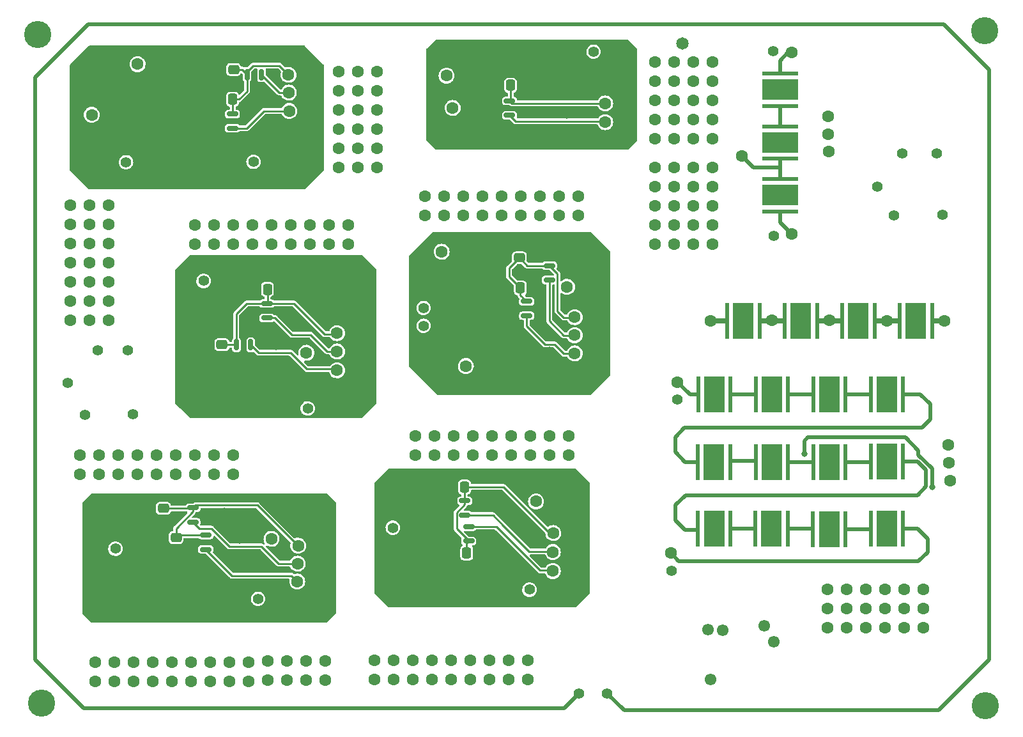
<source format=gbr>
%TF.GenerationSoftware,KiCad,Pcbnew,(6.0.4)*%
%TF.CreationDate,2022-12-17T07:05:36+03:00*%
%TF.ProjectId,Main_PCB_002,4d61696e-5f50-4434-925f-3030322e6b69,rev?*%
%TF.SameCoordinates,Original*%
%TF.FileFunction,Copper,L2,Bot*%
%TF.FilePolarity,Positive*%
%FSLAX46Y46*%
G04 Gerber Fmt 4.6, Leading zero omitted, Abs format (unit mm)*
G04 Created by KiCad (PCBNEW (6.0.4)) date 2022-12-17 07:05:36*
%MOMM*%
%LPD*%
G01*
G04 APERTURE LIST*
G04 Aperture macros list*
%AMRoundRect*
0 Rectangle with rounded corners*
0 $1 Rounding radius*
0 $2 $3 $4 $5 $6 $7 $8 $9 X,Y pos of 4 corners*
0 Add a 4 corners polygon primitive as box body*
4,1,4,$2,$3,$4,$5,$6,$7,$8,$9,$2,$3,0*
0 Add four circle primitives for the rounded corners*
1,1,$1+$1,$2,$3*
1,1,$1+$1,$4,$5*
1,1,$1+$1,$6,$7*
1,1,$1+$1,$8,$9*
0 Add four rect primitives between the rounded corners*
20,1,$1+$1,$2,$3,$4,$5,0*
20,1,$1+$1,$4,$5,$6,$7,0*
20,1,$1+$1,$6,$7,$8,$9,0*
20,1,$1+$1,$8,$9,$2,$3,0*%
G04 Aperture macros list end*
%TA.AperFunction,NonConductor*%
%ADD10C,0.700000*%
%TD*%
%TA.AperFunction,ComponentPad*%
%ADD11C,1.600000*%
%TD*%
%TA.AperFunction,ComponentPad*%
%ADD12C,1.400000*%
%TD*%
%TA.AperFunction,ComponentPad*%
%ADD13C,1.650000*%
%TD*%
%TA.AperFunction,ComponentPad*%
%ADD14C,1.550000*%
%TD*%
%TA.AperFunction,ComponentPad*%
%ADD15C,3.600000*%
%TD*%
%TA.AperFunction,SMDPad,CuDef*%
%ADD16RoundRect,0.150000X0.587500X0.150000X-0.587500X0.150000X-0.587500X-0.150000X0.587500X-0.150000X0*%
%TD*%
%TA.AperFunction,SMDPad,CuDef*%
%ADD17R,0.500000X4.780000*%
%TD*%
%TA.AperFunction,SMDPad,CuDef*%
%ADD18R,2.780000X4.780000*%
%TD*%
%TA.AperFunction,SMDPad,CuDef*%
%ADD19RoundRect,0.250000X0.337500X0.475000X-0.337500X0.475000X-0.337500X-0.475000X0.337500X-0.475000X0*%
%TD*%
%TA.AperFunction,SMDPad,CuDef*%
%ADD20RoundRect,0.250000X-0.337500X-0.475000X0.337500X-0.475000X0.337500X0.475000X-0.337500X0.475000X0*%
%TD*%
%TA.AperFunction,SMDPad,CuDef*%
%ADD21RoundRect,0.250000X-0.475000X0.337500X-0.475000X-0.337500X0.475000X-0.337500X0.475000X0.337500X0*%
%TD*%
%TA.AperFunction,SMDPad,CuDef*%
%ADD22RoundRect,0.150000X-0.150000X0.587500X-0.150000X-0.587500X0.150000X-0.587500X0.150000X0.587500X0*%
%TD*%
%TA.AperFunction,SMDPad,CuDef*%
%ADD23R,4.780000X0.500000*%
%TD*%
%TA.AperFunction,SMDPad,CuDef*%
%ADD24R,4.780000X2.780000*%
%TD*%
%TA.AperFunction,SMDPad,CuDef*%
%ADD25RoundRect,0.150000X-0.587500X-0.150000X0.587500X-0.150000X0.587500X0.150000X-0.587500X0.150000X0*%
%TD*%
%TA.AperFunction,ViaPad*%
%ADD26C,0.800000*%
%TD*%
%TA.AperFunction,Conductor*%
%ADD27C,0.500000*%
%TD*%
%TA.AperFunction,Conductor*%
%ADD28C,0.250000*%
%TD*%
G04 APERTURE END LIST*
D10*
X170180000Y-95250000D02*
X173228000Y-95250000D01*
X155956000Y-95250000D02*
X157988000Y-95250000D01*
X186944000Y-95250000D02*
X185420000Y-95250000D01*
X177800000Y-95250000D02*
X180848000Y-95250000D01*
X162560000Y-95250000D02*
X165608000Y-95250000D01*
D11*
%TO.P,,1,Conn*%
%TO.N,N/C*%
X137160000Y-113030000D03*
%TD*%
D12*
%TO.P,D104,1,Conn*%
%TO.N,Net-(R23-Pad2)*%
X131927600Y-130810000D03*
%TD*%
D13*
%TO.P,U3,1,Mnt*%
%TO.N,GND*%
X152222200Y-58470800D03*
%TD*%
D11*
%TO.P,,1,Conn*%
%TO.N,N/C*%
X134620000Y-110490000D03*
%TD*%
%TO.P,D95,1,Conn*%
%TO.N,Net-(C60-Pad1)*%
X171516100Y-68097700D03*
%TD*%
D12*
%TO.P,D11,1,Conn*%
%TO.N,Net-(C10-Pad1)*%
X95361000Y-74142600D03*
%TD*%
D11*
%TO.P,,1,Conn*%
%TO.N,N/C*%
X184150000Y-133350000D03*
%TD*%
%TO.P,,1,Conn*%
%TO.N,N/C*%
X179324000Y-95250000D03*
%TD*%
%TO.P,,1,Conn*%
%TO.N,N/C*%
X181610000Y-135890000D03*
%TD*%
%TO.P,,1,Conn*%
%TO.N,N/C*%
X81991200Y-140385800D03*
%TD*%
%TO.P,,1,Conn*%
%TO.N,N/C*%
X74371200Y-142925800D03*
%TD*%
%TO.P,,1,Conn*%
%TO.N,N/C*%
X82550000Y-113030000D03*
%TD*%
%TO.P,,1,Conn*%
%TO.N,N/C*%
X84531200Y-140385800D03*
%TD*%
%TO.P,,1,Conn*%
%TO.N,N/C*%
X111760000Y-69850000D03*
%TD*%
%TO.P,,1,Conn*%
%TO.N,N/C*%
X130810000Y-81280000D03*
%TD*%
%TO.P,,1,Conn*%
%TO.N,N/C*%
X151130000Y-82550000D03*
%TD*%
%TO.P,D96,1,Conn*%
%TO.N,Net-(D96-Pad1)*%
X171516100Y-70459900D03*
%TD*%
%TO.P,,1,Conn*%
%TO.N,N/C*%
X81991200Y-142925800D03*
%TD*%
%TO.P,,1,Conn*%
%TO.N,N/C*%
X106680000Y-74930000D03*
%TD*%
%TO.P,,1,Conn*%
%TO.N,N/C*%
X71043800Y-82448400D03*
%TD*%
%TO.P,D4,1,Conn*%
%TO.N,Net-(C12-Pad1)*%
X79994000Y-61214000D03*
%TD*%
%TO.P,,1,Conn*%
%TO.N,N/C*%
X85090000Y-115570000D03*
%TD*%
%TO.P,,1,Conn*%
%TO.N,N/C*%
X92151200Y-140385800D03*
%TD*%
%TO.P,,1,Conn*%
%TO.N,N/C*%
X156210000Y-68580000D03*
%TD*%
%TO.P,D65,1,Conn*%
%TO.N,Net-(C23-Pad1)*%
X101153693Y-132202613D03*
%TD*%
%TO.P,,1,Conn*%
%TO.N,N/C*%
X95250000Y-85090000D03*
%TD*%
%TO.P,,1,Conn*%
%TO.N,N/C*%
X109220000Y-74930000D03*
%TD*%
%TO.P,,1,Conn*%
%TO.N,N/C*%
X173990000Y-133350000D03*
%TD*%
%TO.P,,1,Conn*%
%TO.N,N/C*%
X153670000Y-71120000D03*
%TD*%
D12*
%TO.P,D14,1,Conn*%
%TO.N,Net-(D14-Pad1)*%
X150777000Y-128306000D03*
%TD*%
D11*
%TO.P,,1,Conn*%
%TO.N,N/C*%
X132080000Y-110490000D03*
%TD*%
%TO.P,,1,Conn*%
%TO.N,N/C*%
X80010000Y-113030000D03*
%TD*%
%TO.P,D62,1,Conn*%
%TO.N,Net-(C47-Pad1)*%
X101269800Y-124993400D03*
%TD*%
%TO.P,,1,Conn*%
%TO.N,N/C*%
X71043800Y-95148400D03*
%TD*%
%TO.P,,1,Conn*%
%TO.N,N/C*%
X71043800Y-92608400D03*
%TD*%
%TO.P,,1,Conn*%
%TO.N,N/C*%
X95250000Y-82550000D03*
%TD*%
%TO.P,,1,Conn*%
%TO.N,N/C*%
X111760000Y-64770000D03*
%TD*%
%TO.P,,1,Conn*%
%TO.N,N/C*%
X164084000Y-95123000D03*
%TD*%
%TO.P,,1,Conn*%
%TO.N,N/C*%
X171450000Y-130810000D03*
%TD*%
D12*
%TO.P,D101,1,Conn*%
%TO.N,Net-(C23-Pad1)*%
X97826293Y-132024813D03*
%TD*%
D11*
%TO.P,,1,Conn*%
%TO.N,N/C*%
X97790000Y-85090000D03*
%TD*%
%TO.P,,1,Conn*%
%TO.N,N/C*%
X129133600Y-140182600D03*
%TD*%
%TO.P,,1,Conn*%
%TO.N,N/C*%
X138430000Y-81280000D03*
%TD*%
%TO.P,D2,1,Conn*%
%TO.N,Net-(C15-Pad2)*%
X127863600Y-71170800D03*
%TD*%
%TO.P,,1,Conn*%
%TO.N,N/C*%
X135890000Y-78740000D03*
%TD*%
%TO.P,,1,Conn*%
%TO.N,N/C*%
X87630000Y-85090000D03*
%TD*%
%TO.P,,1,Conn*%
%TO.N,N/C*%
X151130000Y-80010000D03*
%TD*%
%TO.P,,1,Conn*%
%TO.N,N/C*%
X106680000Y-72390000D03*
%TD*%
%TO.P,,1,Conn*%
%TO.N,N/C*%
X156210000Y-77470000D03*
%TD*%
%TO.P,,1,Conn*%
%TO.N,N/C*%
X173990000Y-130810000D03*
%TD*%
%TO.P,,1,Conn*%
%TO.N,N/C*%
X85090000Y-113030000D03*
%TD*%
%TO.P,,1,Conn*%
%TO.N,N/C*%
X153670000Y-66040000D03*
%TD*%
%TO.P,,1,Conn*%
%TO.N,N/C*%
X76123800Y-84988400D03*
%TD*%
D12*
%TO.P,D107,1,Conn*%
%TO.N,Net-(D20-Pad2)*%
X117906800Y-95859600D03*
%TD*%
D11*
%TO.P,,1,Conn*%
%TO.N,N/C*%
X118973600Y-142722600D03*
%TD*%
D12*
%TO.P,D13,1,Conn*%
%TO.N,Net-(D13-Pad1)*%
X140423800Y-59551800D03*
%TD*%
D11*
%TO.P,D98,1,Conn*%
%TO.N,Net-(R5-Pad2)*%
X121742200Y-67005200D03*
%TD*%
%TO.P,,1,Conn*%
%TO.N,N/C*%
X99796600Y-140284200D03*
%TD*%
%TO.P,,1,Conn*%
%TO.N,N/C*%
X76123800Y-90068400D03*
%TD*%
%TO.P,D80,1,Conn*%
%TO.N,Net-(C54-Pad1)*%
X135077200Y-123317000D03*
%TD*%
%TO.P,,1,Conn*%
%TO.N,N/C*%
X111760000Y-72390000D03*
%TD*%
%TO.P,,1,Conn*%
%TO.N,N/C*%
X92710000Y-113030000D03*
%TD*%
D12*
%TO.P,D79,1,Conn*%
%TO.N,Net-(C58-Pad1)*%
X72991528Y-107635000D03*
%TD*%
D11*
%TO.P,,1,Conn*%
%TO.N,N/C*%
X137160000Y-110490000D03*
%TD*%
%TO.P,D41,1,Conn*%
%TO.N,Net-(C34-Pad2)*%
X117482800Y-130479800D03*
%TD*%
%TO.P,,1,Conn*%
%TO.N,N/C*%
X153670000Y-85090000D03*
%TD*%
%TO.P,,1,Conn*%
%TO.N,N/C*%
X125730000Y-81280000D03*
%TD*%
D12*
%TO.P,D102,1,Conn*%
%TO.N,Net-(R24-Pad2)*%
X102539800Y-106807000D03*
%TD*%
D11*
%TO.P,D57,1,Conn*%
%TO.N,Net-(D49-Pad1)*%
X166686200Y-83728200D03*
%TD*%
D12*
%TO.P,D39,1,Conn*%
%TO.N,Net-(D39-Pad1)*%
X77065093Y-125386013D03*
%TD*%
D11*
%TO.P,,1,Conn*%
%TO.N,N/C*%
X123190000Y-78740000D03*
%TD*%
%TO.P,,1,Conn*%
%TO.N,N/C*%
X128270000Y-78740000D03*
%TD*%
%TO.P,,1,Conn*%
%TO.N,N/C*%
X100330000Y-82550000D03*
%TD*%
%TO.P,,1,Conn*%
%TO.N,N/C*%
X129540000Y-110490000D03*
%TD*%
%TO.P,D75,1,Conn*%
%TO.N,Net-(D75-Pad1)*%
X137924300Y-97104200D03*
%TD*%
%TO.P,,1,Conn*%
%TO.N,N/C*%
X148590000Y-80010000D03*
%TD*%
D12*
%TO.P,D40,1,Conn*%
%TO.N,Net-(C23-Pad1)*%
X76912693Y-120788613D03*
%TD*%
D11*
%TO.P,,1,Conn*%
%TO.N,N/C*%
X79451200Y-142925800D03*
%TD*%
%TO.P,,1,Conn*%
%TO.N,N/C*%
X73583800Y-92608400D03*
%TD*%
%TO.P,,1,Conn*%
%TO.N,N/C*%
X111760000Y-74930000D03*
%TD*%
%TO.P,,1,Conn*%
%TO.N,N/C*%
X106680000Y-64770000D03*
%TD*%
%TO.P,,1,Conn*%
%TO.N,N/C*%
X109220000Y-69850000D03*
%TD*%
%TO.P,,1,Conn*%
%TO.N,N/C*%
X156210000Y-66040000D03*
%TD*%
%TO.P,,1,Conn*%
%TO.N,N/C*%
X156210000Y-85090000D03*
%TD*%
%TO.P,,1,Conn*%
%TO.N,N/C*%
X179070000Y-130810000D03*
%TD*%
%TO.P,,1,Conn*%
%TO.N,N/C*%
X90170000Y-85090000D03*
%TD*%
%TO.P,,1,Conn*%
%TO.N,N/C*%
X176530000Y-130810000D03*
%TD*%
%TO.P,,1,Conn*%
%TO.N,N/C*%
X148590000Y-63500000D03*
%TD*%
%TO.P,,1,Conn*%
%TO.N,N/C*%
X148590000Y-68580000D03*
%TD*%
%TO.P,,1,Conn*%
%TO.N,N/C*%
X138430000Y-78740000D03*
%TD*%
%TO.P,,1,Conn*%
%TO.N,N/C*%
X99796600Y-142824200D03*
%TD*%
%TO.P,,1,Conn*%
%TO.N,N/C*%
X121920000Y-113030000D03*
%TD*%
%TO.P,,1,Conn*%
%TO.N,N/C*%
X102336600Y-140284200D03*
%TD*%
%TO.P,D37,1,Conn*%
%TO.N,Net-(C23-Pad1)*%
X104176293Y-119274013D03*
%TD*%
%TO.P,,1,Conn*%
%TO.N,N/C*%
X109220000Y-64770000D03*
%TD*%
%TO.P,,1,Conn*%
%TO.N,N/C*%
X176530000Y-133350000D03*
%TD*%
%TO.P,,1,Conn*%
%TO.N,N/C*%
X124460000Y-113030000D03*
%TD*%
%TO.P,,1,Conn*%
%TO.N,N/C*%
X92710000Y-85090000D03*
%TD*%
%TO.P,,1,Conn*%
%TO.N,N/C*%
X102336600Y-142824200D03*
%TD*%
%TO.P,,1,Conn*%
%TO.N,N/C*%
X73583800Y-87528400D03*
%TD*%
%TO.P,D5,1,Conn*%
%TO.N,Net-(C22-Pad1)*%
X120942000Y-62726800D03*
%TD*%
%TO.P,D68,1,Conn*%
%TO.N,Net-(D68-Pad1)*%
X100085400Y-67411600D03*
%TD*%
%TO.P,,1,Conn*%
%TO.N,N/C*%
X73583800Y-79908400D03*
%TD*%
%TO.P,,1,Conn*%
%TO.N,N/C*%
X100330000Y-85090000D03*
%TD*%
D12*
%TO.P,D51,1,Conn*%
%TO.N,Net-(D51-Pad1)*%
X113825200Y-122605800D03*
%TD*%
D11*
%TO.P,,1,Conn*%
%TO.N,N/C*%
X97256600Y-142824200D03*
%TD*%
%TO.P,,1,Conn*%
%TO.N,N/C*%
X151130000Y-77470000D03*
%TD*%
%TO.P,,1,Conn*%
%TO.N,N/C*%
X87071200Y-142925800D03*
%TD*%
%TO.P,D92,1,Conn*%
%TO.N,Net-(C59-Pad1)*%
X187450800Y-111641200D03*
%TD*%
%TO.P,,1,Conn*%
%TO.N,N/C*%
X76123800Y-95148400D03*
%TD*%
%TO.P,D23,1,Conn*%
%TO.N,Net-(D23-Pad1)*%
X136906000Y-90703400D03*
%TD*%
D12*
%TO.P,D71,1,Conn*%
%TO.N,Net-(D71-Pad1)*%
X186613800Y-81176050D03*
%TD*%
D11*
%TO.P,,1,Conn*%
%TO.N,N/C*%
X113893600Y-142722600D03*
%TD*%
%TO.P,D44,1,Conn*%
%TO.N,Net-(C35-Pad2)*%
X109956600Y-90932000D03*
%TD*%
%TO.P,,1,Conn*%
%TO.N,N/C*%
X72390000Y-115570000D03*
%TD*%
%TO.P,D97,1,Conn*%
%TO.N,Net-(C60-Pad2)*%
X171541500Y-72796700D03*
%TD*%
%TO.P,D50,1,Conn*%
%TO.N,Net-(D24-Pad2)*%
X150677000Y-125956000D03*
%TD*%
%TO.P,D17,1,Conn*%
%TO.N,Net-(D17-Pad1)*%
X73923400Y-67919600D03*
%TD*%
D12*
%TO.P,D89,1,Conn*%
%TO.N,Net-(C58-Pad2)*%
X70781728Y-103393200D03*
%TD*%
D11*
%TO.P,,1,Conn*%
%TO.N,N/C*%
X135890000Y-81280000D03*
%TD*%
%TO.P,,1,Conn*%
%TO.N,N/C*%
X106680000Y-67310000D03*
%TD*%
%TO.P,,1,Conn*%
%TO.N,N/C*%
X71043800Y-79908400D03*
%TD*%
%TO.P,,1,Conn*%
%TO.N,N/C*%
X89611200Y-142925800D03*
%TD*%
%TO.P,,1,Conn*%
%TO.N,N/C*%
X92710000Y-82550000D03*
%TD*%
D12*
%TO.P,D78,1,Conn*%
%TO.N,Net-(D78-Pad1)*%
X181279800Y-72997250D03*
%TD*%
D14*
%TO.P,U27,1,Mnt*%
%TO.N,Net-(IC6-Pad5)*%
X164287200Y-137734800D03*
%TD*%
D11*
%TO.P,D58,1,Conn*%
%TO.N,Net-(D35-Pad1)*%
X151550200Y-103310000D03*
%TD*%
%TO.P,,1,Conn*%
%TO.N,N/C*%
X129540000Y-113030000D03*
%TD*%
%TO.P,,1,Conn*%
%TO.N,N/C*%
X94691200Y-140385800D03*
%TD*%
%TO.P,,1,Conn*%
%TO.N,N/C*%
X111760000Y-67310000D03*
%TD*%
%TO.P,D67,1,Conn*%
%TO.N,Net-(D67-Pad1)*%
X100034600Y-64973200D03*
%TD*%
%TO.P,,1,Conn*%
%TO.N,N/C*%
X104876600Y-142824200D03*
%TD*%
%TO.P,,1,Conn*%
%TO.N,N/C*%
X156210000Y-82550000D03*
%TD*%
%TO.P,,1,Conn*%
%TO.N,N/C*%
X76123800Y-82448400D03*
%TD*%
%TO.P,,1,Conn*%
%TO.N,N/C*%
X179070000Y-135890000D03*
%TD*%
%TO.P,,1,Conn*%
%TO.N,N/C*%
X116840000Y-113030000D03*
%TD*%
%TO.P,D69,1,Conn*%
%TO.N,Net-(C10-Pad2)*%
X100034600Y-69875400D03*
%TD*%
D12*
%TO.P,D8,1,Conn*%
%TO.N,Net-(D7-Pad1)*%
X164276200Y-83916000D03*
%TD*%
D14*
%TO.P,U25,1,Mnt*%
%TO.N,Net-(IC6-Pad2)*%
X155575000Y-136134600D03*
%TD*%
D11*
%TO.P,,1,Conn*%
%TO.N,N/C*%
X92151200Y-142925800D03*
%TD*%
%TO.P,D42,1,Conn*%
%TO.N,Net-(C34-Pad1)*%
X132799000Y-119126000D03*
%TD*%
%TO.P,,1,Conn*%
%TO.N,N/C*%
X134620000Y-113030000D03*
%TD*%
%TO.P,,1,Conn*%
%TO.N,N/C*%
X156210000Y-80010000D03*
%TD*%
%TO.P,D81,1,Conn*%
%TO.N,Net-(D81-Pad1)*%
X135026400Y-125831600D03*
%TD*%
%TO.P,,1,Conn*%
%TO.N,N/C*%
X153670000Y-74930000D03*
%TD*%
%TO.P,,1,Conn*%
%TO.N,N/C*%
X151130000Y-66040000D03*
%TD*%
%TO.P,,1,Conn*%
%TO.N,N/C*%
X89611200Y-140385800D03*
%TD*%
%TO.P,,1,Conn*%
%TO.N,N/C*%
X73583800Y-84988400D03*
%TD*%
D14*
%TO.P,U28,1,Mnt*%
%TO.N,Net-(IC6-Pad1)*%
X163068000Y-135601200D03*
%TD*%
D11*
%TO.P,D85,1,Conn*%
%TO.N,Net-(D85-Pad1)*%
X106426000Y-99263200D03*
%TD*%
%TO.P,,1,Conn*%
%TO.N,N/C*%
X121513600Y-140182600D03*
%TD*%
%TO.P,,1,Conn*%
%TO.N,N/C*%
X156210000Y-60960000D03*
%TD*%
%TO.P,D82,1,Conn*%
%TO.N,Net-(D82-Pad1)*%
X135026400Y-128346200D03*
%TD*%
%TO.P,D99,1,Conn*%
%TO.N,Net-(C15-Pad2)*%
X121716800Y-69189600D03*
%TD*%
%TO.P,,1,Conn*%
%TO.N,N/C*%
X148590000Y-66040000D03*
%TD*%
%TO.P,,1,Conn*%
%TO.N,N/C*%
X74930000Y-115570000D03*
%TD*%
%TO.P,,1,Conn*%
%TO.N,N/C*%
X111353600Y-142722600D03*
%TD*%
%TO.P,D36,1,Conn*%
%TO.N,Net-(C26-Pad1)*%
X97750093Y-124074613D03*
%TD*%
%TO.P,,1,Conn*%
%TO.N,N/C*%
X77470000Y-113030000D03*
%TD*%
%TO.P,,1,Conn*%
%TO.N,N/C*%
X107950000Y-82550000D03*
%TD*%
D12*
%TO.P,D53,1,Conn*%
%TO.N,Net-(D53-Pad1)*%
X88747600Y-89916400D03*
%TD*%
D11*
%TO.P,,1,Conn*%
%TO.N,N/C*%
X184150000Y-130810000D03*
%TD*%
%TO.P,,1,Conn*%
%TO.N,N/C*%
X97790000Y-82550000D03*
%TD*%
D12*
%TO.P,D72,1,Conn*%
%TO.N,Net-(C51-Pad2)*%
X178028600Y-77416850D03*
%TD*%
D11*
%TO.P,,1,Conn*%
%TO.N,N/C*%
X133350000Y-81280000D03*
%TD*%
%TO.P,,1,Conn*%
%TO.N,N/C*%
X87630000Y-82550000D03*
%TD*%
D12*
%TO.P,D100,1,Conn*%
%TO.N,Net-(R17-Pad2)*%
X95972093Y-132024813D03*
%TD*%
D11*
%TO.P,,1,Conn*%
%TO.N,N/C*%
X105410000Y-85090000D03*
%TD*%
%TO.P,D66,1,Conn*%
%TO.N,Net-(C49-Pad1)*%
X99983800Y-62611000D03*
%TD*%
%TO.P,,1,Conn*%
%TO.N,N/C*%
X105410000Y-82550000D03*
%TD*%
D15*
%TO.P,U4,1,Mnt*%
%TO.N,GND*%
X67259200Y-145872200D03*
%TD*%
D11*
%TO.P,,1,Conn*%
%TO.N,N/C*%
X104876600Y-140284200D03*
%TD*%
%TO.P,,1,Conn*%
%TO.N,N/C*%
X76911200Y-140385800D03*
%TD*%
%TO.P,,1,Conn*%
%TO.N,N/C*%
X148590000Y-82550000D03*
%TD*%
%TO.P,,1,Conn*%
%TO.N,N/C*%
X109220000Y-62230000D03*
%TD*%
D15*
%TO.P,D3,1,Conn*%
%TO.N,GND*%
X192250000Y-56800000D03*
%TD*%
D12*
%TO.P,D15,1,Conn*%
%TO.N,Net-(D14-Pad1)*%
X151550200Y-105596000D03*
%TD*%
D11*
%TO.P,,1,Conn*%
%TO.N,N/C*%
X113893600Y-140182600D03*
%TD*%
%TO.P,,1,Conn*%
%TO.N,N/C*%
X121920000Y-110490000D03*
%TD*%
D12*
%TO.P,D10,1,Conn*%
%TO.N,Net-(D10-Pad1)*%
X142220200Y-144529600D03*
%TD*%
D11*
%TO.P,,1,Conn*%
%TO.N,N/C*%
X171450000Y-135890000D03*
%TD*%
%TO.P,,1,Conn*%
%TO.N,N/C*%
X123190000Y-81280000D03*
%TD*%
%TO.P,,1,Conn*%
%TO.N,N/C*%
X173990000Y-135890000D03*
%TD*%
%TO.P,,1,Conn*%
%TO.N,N/C*%
X116433600Y-140182600D03*
%TD*%
%TO.P,D76,1,Conn*%
%TO.N,Net-(D76-Pad1)*%
X137922000Y-99517200D03*
%TD*%
%TO.P,,1,Conn*%
%TO.N,N/C*%
X148590000Y-77470000D03*
%TD*%
%TO.P,,1,Conn*%
%TO.N,N/C*%
X148590000Y-85090000D03*
%TD*%
%TO.P,,1,Conn*%
%TO.N,N/C*%
X156210000Y-71120000D03*
%TD*%
%TO.P,D1,1,Conn*%
%TO.N,Net-(C10-Pad2)*%
X73898000Y-64592200D03*
%TD*%
%TO.P,,1,Conn*%
%TO.N,N/C*%
X148590000Y-71120000D03*
%TD*%
%TO.P,D55,1,Conn*%
%TO.N,Net-(D47-Pad2)*%
X166686200Y-59649000D03*
%TD*%
%TO.P,,1,Conn*%
%TO.N,N/C*%
X102870000Y-82550000D03*
%TD*%
%TO.P,,1,Conn*%
%TO.N,N/C*%
X102870000Y-85090000D03*
%TD*%
%TO.P,,1,Conn*%
%TO.N,N/C*%
X73583800Y-82448400D03*
%TD*%
%TO.P,,1,Conn*%
%TO.N,N/C*%
X181610000Y-130810000D03*
%TD*%
%TO.P,,1,Conn*%
%TO.N,N/C*%
X128270000Y-81280000D03*
%TD*%
%TO.P,,1,Conn*%
%TO.N,N/C*%
X133350000Y-78740000D03*
%TD*%
%TO.P,,1,Conn*%
%TO.N,N/C*%
X121513600Y-142722600D03*
%TD*%
%TO.P,,1,Conn*%
%TO.N,N/C*%
X84531200Y-142925800D03*
%TD*%
D12*
%TO.P,D73,1,Conn*%
%TO.N,Net-(D73-Pad1)*%
X185877200Y-72997250D03*
%TD*%
D11*
%TO.P,,1,Conn*%
%TO.N,N/C*%
X73583800Y-90068400D03*
%TD*%
D12*
%TO.P,D54,1,Conn*%
%TO.N,Net-(C35-Pad2)*%
X106984800Y-90932000D03*
%TD*%
D11*
%TO.P,,1,Conn*%
%TO.N,N/C*%
X124053600Y-140182600D03*
%TD*%
%TO.P,D19,1,Conn*%
%TO.N,Net-(C17-Pad2)*%
X130327400Y-101258500D03*
%TD*%
%TO.P,,1,Conn*%
%TO.N,N/C*%
X120650000Y-78740000D03*
%TD*%
%TO.P,,1,Conn*%
%TO.N,N/C*%
X130810000Y-78740000D03*
%TD*%
%TO.P,,1,Conn*%
%TO.N,N/C*%
X87071200Y-140385800D03*
%TD*%
%TO.P,,1,Conn*%
%TO.N,N/C*%
X153670000Y-80010000D03*
%TD*%
D12*
%TO.P,D7,1,Conn*%
%TO.N,Net-(D7-Pad1)*%
X164226200Y-59466000D03*
%TD*%
%TO.P,D90,1,Conn*%
%TO.N,Net-(D90-Pad1)*%
X78706528Y-99075200D03*
%TD*%
D11*
%TO.P,,1,Conn*%
%TO.N,N/C*%
X186944000Y-95250000D03*
%TD*%
%TO.P,,1,Conn*%
%TO.N,N/C*%
X148590000Y-74930000D03*
%TD*%
D12*
%TO.P,D52,1,Conn*%
%TO.N,Net-(C34-Pad2)*%
X120937200Y-129971800D03*
%TD*%
D11*
%TO.P,,1,Conn*%
%TO.N,N/C*%
X148590000Y-60960000D03*
%TD*%
%TO.P,,1,Conn*%
%TO.N,N/C*%
X97256600Y-140284200D03*
%TD*%
%TO.P,,1,Conn*%
%TO.N,N/C*%
X119380000Y-113030000D03*
%TD*%
%TO.P,,1,Conn*%
%TO.N,N/C*%
X74930000Y-113030000D03*
%TD*%
%TO.P,,1,Conn*%
%TO.N,N/C*%
X153670000Y-82550000D03*
%TD*%
%TO.P,,1,Conn*%
%TO.N,N/C*%
X109220000Y-72390000D03*
%TD*%
%TO.P,,1,Conn*%
%TO.N,N/C*%
X90170000Y-82550000D03*
%TD*%
%TO.P,,1,Conn*%
%TO.N,N/C*%
X111353600Y-140182600D03*
%TD*%
D12*
%TO.P,D106,1,Conn*%
%TO.N,Net-(C18-Pad1)*%
X117906800Y-93497400D03*
%TD*%
D11*
%TO.P,,1,Conn*%
%TO.N,N/C*%
X94691200Y-142925800D03*
%TD*%
%TO.P,,1,Conn*%
%TO.N,N/C*%
X127000000Y-113030000D03*
%TD*%
%TO.P,,1,Conn*%
%TO.N,N/C*%
X87630000Y-113030000D03*
%TD*%
%TO.P,,1,Conn*%
%TO.N,N/C*%
X132080000Y-113030000D03*
%TD*%
%TO.P,D74,1,Conn*%
%TO.N,Net-(C52-Pad1)*%
X137922000Y-94716600D03*
%TD*%
%TO.P,,1,Conn*%
%TO.N,N/C*%
X176530000Y-135890000D03*
%TD*%
%TO.P,,1,Conn*%
%TO.N,N/C*%
X127000000Y-110490000D03*
%TD*%
%TO.P,,1,Conn*%
%TO.N,N/C*%
X116433600Y-142722600D03*
%TD*%
%TO.P,,1,Conn*%
%TO.N,N/C*%
X184150000Y-135890000D03*
%TD*%
%TO.P,,1,Conn*%
%TO.N,N/C*%
X71043800Y-84988400D03*
%TD*%
D15*
%TO.P,U2,1,Mnt*%
%TO.N,GND*%
X192328800Y-146202400D03*
%TD*%
D11*
%TO.P,D64,1,Conn*%
%TO.N,Net-(D64-Pad1)*%
X101153693Y-129738813D03*
%TD*%
%TO.P,,1,Conn*%
%TO.N,N/C*%
X171450000Y-133350000D03*
%TD*%
%TO.P,,1,Conn*%
%TO.N,N/C*%
X82550000Y-115570000D03*
%TD*%
%TO.P,,1,Conn*%
%TO.N,N/C*%
X179070000Y-133350000D03*
%TD*%
%TO.P,,1,Conn*%
%TO.N,N/C*%
X90170000Y-113030000D03*
%TD*%
%TO.P,,1,Conn*%
%TO.N,N/C*%
X156210000Y-63500000D03*
%TD*%
%TO.P,D18,1,Conn*%
%TO.N,Net-(D18-Pad1)*%
X120294400Y-86055200D03*
%TD*%
%TO.P,,1,Conn*%
%TO.N,N/C*%
X156210000Y-74930000D03*
%TD*%
%TO.P,D94,1,Conn*%
%TO.N,Net-(C59-Pad2)*%
X187628600Y-116340200D03*
%TD*%
%TO.P,,1,Conn*%
%TO.N,N/C*%
X155956000Y-95250000D03*
%TD*%
%TO.P,,1,Conn*%
%TO.N,N/C*%
X90170000Y-115570000D03*
%TD*%
%TO.P,,1,Conn*%
%TO.N,N/C*%
X72390000Y-113030000D03*
%TD*%
%TO.P,,1,Conn*%
%TO.N,N/C*%
X124460000Y-110490000D03*
%TD*%
%TO.P,D59,1,Conn*%
%TO.N,Net-(C46-Pad1)*%
X141967400Y-66409800D03*
%TD*%
D12*
%TO.P,D6,1,Conn*%
%TO.N,Net-(D6-Pad1)*%
X78470000Y-74193400D03*
%TD*%
D11*
%TO.P,,1,Conn*%
%TO.N,N/C*%
X92710000Y-115570000D03*
%TD*%
%TO.P,,1,Conn*%
%TO.N,N/C*%
X80010000Y-115570000D03*
%TD*%
%TO.P,,1,Conn*%
%TO.N,N/C*%
X79451200Y-140385800D03*
%TD*%
%TO.P,,1,Conn*%
%TO.N,N/C*%
X109220000Y-67310000D03*
%TD*%
%TO.P,,1,Conn*%
%TO.N,N/C*%
X153670000Y-68580000D03*
%TD*%
%TO.P,,1,Conn*%
%TO.N,N/C*%
X74371200Y-140385800D03*
%TD*%
%TO.P,D56,1,Conn*%
%TO.N,Net-(D48-Pad1)*%
X160082200Y-73365000D03*
%TD*%
D15*
%TO.P,U5,1,Mnt*%
%TO.N,GND*%
X66800000Y-57300000D03*
%TD*%
D11*
%TO.P,,1,Conn*%
%TO.N,N/C*%
X87630000Y-115570000D03*
%TD*%
D12*
%TO.P,D103,1,Conn*%
%TO.N,Net-(C35-Pad2)*%
X104343200Y-106807000D03*
%TD*%
D11*
%TO.P,,1,Conn*%
%TO.N,N/C*%
X129133600Y-142722600D03*
%TD*%
%TO.P,,1,Conn*%
%TO.N,N/C*%
X153670000Y-77470000D03*
%TD*%
%TO.P,,1,Conn*%
%TO.N,N/C*%
X73583800Y-95148400D03*
%TD*%
%TO.P,,1,Conn*%
%TO.N,N/C*%
X181610000Y-133350000D03*
%TD*%
%TO.P,,1,Conn*%
%TO.N,N/C*%
X106680000Y-69850000D03*
%TD*%
%TO.P,D84,1,Conn*%
%TO.N,Net-(C55-Pad1)*%
X106426000Y-96824800D03*
%TD*%
%TO.P,,1,Conn*%
%TO.N,N/C*%
X151130000Y-74930000D03*
%TD*%
D12*
%TO.P,D105,1,Conn*%
%TO.N,Net-(C34-Pad2)*%
X134035800Y-130810000D03*
%TD*%
D11*
%TO.P,D87,1,Conn*%
%TO.N,Net-(C35-Pad2)*%
X106476800Y-104165400D03*
%TD*%
%TO.P,D60,1,Conn*%
%TO.N,Net-(D60-Pad1)*%
X141967400Y-68884800D03*
%TD*%
%TO.P,,1,Conn*%
%TO.N,N/C*%
X151130000Y-71120000D03*
%TD*%
%TO.P,,1,Conn*%
%TO.N,N/C*%
X118110000Y-78740000D03*
%TD*%
D12*
%TO.P,D70,1,Conn*%
%TO.N,Net-(C51-Pad1)*%
X180213000Y-81226850D03*
%TD*%
D11*
%TO.P,,1,Conn*%
%TO.N,N/C*%
X107950000Y-85090000D03*
%TD*%
%TO.P,,1,Conn*%
%TO.N,N/C*%
X125730000Y-78740000D03*
%TD*%
D14*
%TO.P,U24,1,Mnt*%
%TO.N,Net-(IC6-Pad4)*%
X157505400Y-136160000D03*
%TD*%
D11*
%TO.P,,1,Conn*%
%TO.N,N/C*%
X76911200Y-142925800D03*
%TD*%
%TO.P,,1,Conn*%
%TO.N,N/C*%
X106680000Y-62230000D03*
%TD*%
%TO.P,,1,Conn*%
%TO.N,N/C*%
X76123800Y-92608400D03*
%TD*%
%TO.P,D86,1,Conn*%
%TO.N,Net-(D86-Pad1)*%
X106426000Y-101752400D03*
%TD*%
%TO.P,,1,Conn*%
%TO.N,N/C*%
X171704000Y-95123000D03*
%TD*%
%TO.P,,1,Conn*%
%TO.N,N/C*%
X151130000Y-63500000D03*
%TD*%
%TO.P,,1,Conn*%
%TO.N,N/C*%
X77470000Y-115570000D03*
%TD*%
%TO.P,,1,Conn*%
%TO.N,N/C*%
X153670000Y-60960000D03*
%TD*%
%TO.P,,1,Conn*%
%TO.N,N/C*%
X151130000Y-68580000D03*
%TD*%
%TO.P,,1,Conn*%
%TO.N,N/C*%
X111760000Y-62230000D03*
%TD*%
D14*
%TO.P,U26,1,Mnt*%
%TO.N,Net-(IC6-Pad2)*%
X155905200Y-142713200D03*
%TD*%
D12*
%TO.P,D91,1,Conn*%
%TO.N,Net-(D91-Pad1)*%
X74693328Y-99075200D03*
%TD*%
D11*
%TO.P,,1,Conn*%
%TO.N,N/C*%
X118973600Y-140182600D03*
%TD*%
%TO.P,,1,Conn*%
%TO.N,N/C*%
X116840000Y-110490000D03*
%TD*%
%TO.P,,1,Conn*%
%TO.N,N/C*%
X120650000Y-81280000D03*
%TD*%
%TO.P,,1,Conn*%
%TO.N,N/C*%
X153670000Y-63500000D03*
%TD*%
%TO.P,,1,Conn*%
%TO.N,N/C*%
X76123800Y-79908400D03*
%TD*%
%TO.P,D22,1,Conn*%
%TO.N,Net-(D22-Pad1)*%
X123494800Y-101193600D03*
%TD*%
%TO.P,D83,1,Conn*%
%TO.N,Net-(C34-Pad2)*%
X135069400Y-120954800D03*
%TD*%
%TO.P,,1,Conn*%
%TO.N,N/C*%
X76123800Y-87528400D03*
%TD*%
%TO.P,,1,Conn*%
%TO.N,N/C*%
X124053600Y-142722600D03*
%TD*%
%TO.P,D77,1,Conn*%
%TO.N,Net-(C17-Pad2)*%
X137922000Y-101930200D03*
%TD*%
%TO.P,D43,1,Conn*%
%TO.N,Net-(C35-Pad1)*%
X102362000Y-99441400D03*
%TD*%
%TO.P,D93,1,Conn*%
%TO.N,Net-(D93-Pad1)*%
X187527000Y-113978000D03*
%TD*%
%TO.P,,1,Conn*%
%TO.N,N/C*%
X151130000Y-85090000D03*
%TD*%
%TO.P,,1,Conn*%
%TO.N,N/C*%
X131673600Y-142722600D03*
%TD*%
%TO.P,,1,Conn*%
%TO.N,N/C*%
X126593600Y-142722600D03*
%TD*%
%TO.P,D63,1,Conn*%
%TO.N,Net-(D63-Pad1)*%
X101204493Y-127376613D03*
%TD*%
%TO.P,,1,Conn*%
%TO.N,N/C*%
X71043800Y-87528400D03*
%TD*%
%TO.P,,1,Conn*%
%TO.N,N/C*%
X118110000Y-81280000D03*
%TD*%
%TO.P,,1,Conn*%
%TO.N,N/C*%
X151130000Y-60960000D03*
%TD*%
%TO.P,,1,Conn*%
%TO.N,N/C*%
X131673600Y-140182600D03*
%TD*%
%TO.P,D61,1,Conn*%
%TO.N,Net-(C15-Pad2)*%
X142011400Y-71272400D03*
%TD*%
%TO.P,,1,Conn*%
%TO.N,N/C*%
X126593600Y-140182600D03*
%TD*%
D12*
%TO.P,D88,1,Conn*%
%TO.N,Net-(D88-Pad1)*%
X79341528Y-107533400D03*
%TD*%
D11*
%TO.P,,1,Conn*%
%TO.N,N/C*%
X71043800Y-90068400D03*
%TD*%
D12*
%TO.P,D9,1,Conn*%
%TO.N,Net-(D10-Pad1)*%
X138470200Y-144579600D03*
%TD*%
%TO.P,D16,1,Conn*%
%TO.N,Net-(C15-Pad2)*%
X140042800Y-65165200D03*
%TD*%
D11*
%TO.P,,1,Conn*%
%TO.N,N/C*%
X119380000Y-110490000D03*
%TD*%
D16*
%TO.P,U19,1,Vdd*%
%TO.N,Net-(C54-Pad1)*%
X123347900Y-119039600D03*
%TO.P,U19,2,Vout*%
%TO.N,Net-(D81-Pad1)*%
X123347900Y-120939600D03*
%TO.P,U19,3,GND*%
%TO.N,Net-(C34-Pad2)*%
X121472900Y-119989600D03*
%TD*%
%TO.P,U16,1,Vdd*%
%TO.N,Net-(C52-Pad1)*%
X134566900Y-87887900D03*
%TO.P,U16,2,Vout*%
%TO.N,Net-(D75-Pad1)*%
X134566900Y-89787900D03*
%TO.P,U16,3,GND*%
%TO.N,Net-(C17-Pad2)*%
X132691900Y-88837900D03*
%TD*%
D17*
%TO.P,D34,1,K*%
%TO.N,Net-(D34-Pad1)*%
X161907000Y-104961000D03*
%TO.P,D34,2,A*%
%TO.N,Net-(D33-Pad1)*%
X166187000Y-104961000D03*
D18*
%TO.P,D34,3,PAD*%
%TO.N,unconnected-(D34-Pad3)*%
X164047000Y-104961000D03*
%TD*%
D16*
%TO.P,U15,1,Vdd*%
%TO.N,Net-(C52-Pad1)*%
X131546600Y-92627500D03*
%TO.P,U15,2,Vout*%
%TO.N,Net-(D76-Pad1)*%
X131546600Y-94527500D03*
%TO.P,U15,3,GND*%
%TO.N,Net-(C17-Pad2)*%
X129671600Y-93577500D03*
%TD*%
D17*
%TO.P,D33,1,K*%
%TO.N,Net-(D33-Pad1)*%
X173374000Y-95250000D03*
%TO.P,D33,2,A*%
%TO.N,Net-(D32-Pad1)*%
X177654000Y-95250000D03*
D18*
%TO.P,D33,3,PAD*%
%TO.N,unconnected-(D33-Pad3)*%
X175514000Y-95250000D03*
%TD*%
D16*
%TO.P,U10,1,Vdd*%
%TO.N,Net-(C47-Pad1)*%
X89035593Y-123581813D03*
%TO.P,U10,2,Vout*%
%TO.N,Net-(D64-Pad1)*%
X89035593Y-125481813D03*
%TO.P,U10,3,GND*%
%TO.N,Net-(C23-Pad1)*%
X87160593Y-124531813D03*
%TD*%
D19*
%TO.P,C55,1*%
%TO.N,Net-(C55-Pad1)*%
X97204200Y-91023400D03*
%TO.P,C55,2*%
%TO.N,Net-(C35-Pad2)*%
X95129200Y-91023400D03*
%TD*%
D16*
%TO.P,U20,1,Vdd*%
%TO.N,Net-(C55-Pad1)*%
X97155000Y-92918200D03*
%TO.P,U20,2,Vout*%
%TO.N,Net-(D85-Pad1)*%
X97155000Y-94818200D03*
%TO.P,U20,3,GND*%
%TO.N,Net-(C35-Pad2)*%
X95280000Y-93868200D03*
%TD*%
D20*
%TO.P,C54,1*%
%TO.N,Net-(C54-Pad1)*%
X123612000Y-125958600D03*
%TO.P,C54,2*%
%TO.N,Net-(C34-Pad2)*%
X125687000Y-125958600D03*
%TD*%
D21*
%TO.P,C52,1*%
%TO.N,Net-(C52-Pad1)*%
X130581400Y-86860600D03*
%TO.P,C52,2*%
%TO.N,Net-(C17-Pad2)*%
X130581400Y-88935600D03*
%TD*%
D17*
%TO.P,D35,1,K*%
%TO.N,Net-(D35-Pad1)*%
X154287000Y-104935200D03*
%TO.P,D35,2,A*%
%TO.N,Net-(D34-Pad1)*%
X158567000Y-104935200D03*
D18*
%TO.P,D35,3,PAD*%
%TO.N,unconnected-(D35-Pad3)*%
X156427000Y-104935200D03*
%TD*%
D21*
%TO.P,C47,1*%
%TO.N,Net-(C47-Pad1)*%
X85100893Y-123922213D03*
%TO.P,C47,2*%
%TO.N,Net-(C23-Pad1)*%
X85100893Y-125997213D03*
%TD*%
D17*
%TO.P,D33,1,K*%
%TO.N,Net-(D33-Pad1)*%
X180994000Y-95250000D03*
%TO.P,D33,2,A*%
%TO.N,Net-(D32-Pad1)*%
X185274000Y-95250000D03*
D18*
%TO.P,D33,3,PAD*%
%TO.N,unconnected-(D33-Pad3)*%
X183134000Y-95250000D03*
%TD*%
D17*
%TO.P,D33,1,K*%
%TO.N,Net-(D33-Pad1)*%
X169527000Y-104961000D03*
%TO.P,D33,2,A*%
%TO.N,Net-(D32-Pad1)*%
X173807000Y-104961000D03*
D18*
%TO.P,D33,3,PAD*%
%TO.N,unconnected-(D33-Pad3)*%
X171667000Y-104961000D03*
%TD*%
D22*
%TO.P,U13,1,Vdd*%
%TO.N,Net-(C49-Pad1)*%
X94512600Y-62587900D03*
%TO.P,U13,2,Vout*%
%TO.N,Net-(D67-Pad1)*%
X96412600Y-62587900D03*
%TO.P,U13,3,GND*%
%TO.N,Net-(C10-Pad2)*%
X95462600Y-64462900D03*
%TD*%
D16*
%TO.P,U11,1,Vdd*%
%TO.N,Net-(C47-Pad1)*%
X87333793Y-119975013D03*
%TO.P,U11,2,Vout*%
%TO.N,Net-(D63-Pad1)*%
X87333793Y-121875013D03*
%TO.P,U11,3,GND*%
%TO.N,Net-(C23-Pad1)*%
X85458793Y-120925013D03*
%TD*%
D23*
%TO.P,D48,1,K*%
%TO.N,Net-(D48-Pad1)*%
X165187600Y-73727000D03*
%TO.P,D48,2,A*%
%TO.N,Net-(D47-Pad1)*%
X165187600Y-69447000D03*
D24*
%TO.P,D48,3,PAD*%
%TO.N,unconnected-(D48-Pad3)*%
X165187600Y-71587000D03*
%TD*%
D17*
%TO.P,D26,1,K*%
%TO.N,Net-(D26-Pad1)*%
X161857000Y-122741000D03*
%TO.P,D26,2,A*%
%TO.N,Net-(D25-Pad1)*%
X166137000Y-122741000D03*
D18*
%TO.P,D26,3,PAD*%
%TO.N,unconnected-(D26-Pad3)*%
X163997000Y-122741000D03*
%TD*%
D17*
%TO.P,D24,1,K*%
%TO.N,Net-(D24-Pad1)*%
X177147000Y-122741000D03*
%TO.P,D24,2,A*%
%TO.N,Net-(D24-Pad2)*%
X181427000Y-122741000D03*
D18*
%TO.P,D24,3,PAD*%
%TO.N,unconnected-(D24-Pad3)*%
X179287000Y-122741000D03*
%TD*%
D16*
%TO.P,U9,1,Vdd*%
%TO.N,Net-(C46-Pad1)*%
X129292800Y-66079600D03*
%TO.P,U9,2,Vout*%
%TO.N,Net-(D60-Pad1)*%
X129292800Y-67979600D03*
%TO.P,U9,3,GND*%
%TO.N,Net-(C15-Pad2)*%
X127417800Y-67029600D03*
%TD*%
D17*
%TO.P,D33,1,K*%
%TO.N,Net-(D33-Pad1)*%
X165754000Y-95250000D03*
%TO.P,D33,2,A*%
%TO.N,Net-(D32-Pad1)*%
X170034000Y-95250000D03*
D18*
%TO.P,D33,3,PAD*%
%TO.N,unconnected-(D33-Pad3)*%
X167894000Y-95250000D03*
%TD*%
D17*
%TO.P,D31,1,K*%
%TO.N,Net-(D31-Pad1)*%
X154237000Y-113906000D03*
%TO.P,D31,2,A*%
%TO.N,Net-(D30-Pad1)*%
X158517000Y-113906000D03*
D18*
%TO.P,D31,3,PAD*%
%TO.N,unconnected-(D31-Pad3)*%
X156377000Y-113906000D03*
%TD*%
D21*
%TO.P,C48,1*%
%TO.N,Net-(C47-Pad1)*%
X83414293Y-120040613D03*
%TO.P,C48,2*%
%TO.N,Net-(C23-Pad1)*%
X83414293Y-122115613D03*
%TD*%
D17*
%TO.P,D29,1,K*%
%TO.N,Net-(D29-Pad1)*%
X169527000Y-113885200D03*
%TO.P,D29,2,A*%
%TO.N,Net-(D28-Pad1)*%
X173807000Y-113885200D03*
D18*
%TO.P,D29,3,PAD*%
%TO.N,unconnected-(D29-Pad3)*%
X171667000Y-113885200D03*
%TD*%
D19*
%TO.P,C53,1*%
%TO.N,Net-(C52-Pad1)*%
X130726000Y-90844500D03*
%TO.P,C53,2*%
%TO.N,Net-(C17-Pad2)*%
X128651000Y-90844500D03*
%TD*%
D25*
%TO.P,U17,1,Vdd*%
%TO.N,Net-(C54-Pad1)*%
X123885900Y-124368600D03*
%TO.P,U17,2,Vout*%
%TO.N,Net-(D82-Pad1)*%
X123885900Y-122468600D03*
%TO.P,U17,3,GND*%
%TO.N,Net-(C34-Pad2)*%
X125760900Y-123418600D03*
%TD*%
D17*
%TO.P,D28,1,K*%
%TO.N,Net-(D28-Pad1)*%
X177147000Y-113851000D03*
%TO.P,D28,2,A*%
%TO.N,Net-(D27-Pad1)*%
X181427000Y-113851000D03*
D18*
%TO.P,D28,3,PAD*%
%TO.N,unconnected-(D28-Pad3)*%
X179287000Y-113851000D03*
%TD*%
D17*
%TO.P,D32,1,K*%
%TO.N,Net-(D32-Pad1)*%
X177147000Y-104961000D03*
%TO.P,D32,2,A*%
%TO.N,Net-(D31-Pad1)*%
X181427000Y-104961000D03*
D18*
%TO.P,D32,3,PAD*%
%TO.N,unconnected-(D32-Pad3)*%
X179287000Y-104961000D03*
%TD*%
D21*
%TO.P,C50,1*%
%TO.N,Net-(C49-Pad1)*%
X92719400Y-61907600D03*
%TO.P,C50,2*%
%TO.N,Net-(C10-Pad2)*%
X92719400Y-63982600D03*
%TD*%
D17*
%TO.P,D33,1,K*%
%TO.N,Net-(D33-Pad1)*%
X158134000Y-95250000D03*
%TO.P,D33,2,A*%
%TO.N,Net-(D32-Pad1)*%
X162414000Y-95250000D03*
D18*
%TO.P,D33,3,PAD*%
%TO.N,unconnected-(D33-Pad3)*%
X160274000Y-95250000D03*
%TD*%
D22*
%TO.P,U18,1,Vdd*%
%TO.N,Net-(C55-Pad1)*%
X93096000Y-98374200D03*
%TO.P,U18,2,Vout*%
%TO.N,Net-(D86-Pad1)*%
X94996000Y-98374200D03*
%TO.P,U18,3,GND*%
%TO.N,Net-(C35-Pad2)*%
X94046000Y-100249200D03*
%TD*%
D17*
%TO.P,D25,1,K*%
%TO.N,Net-(D25-Pad1)*%
X169502000Y-122781000D03*
%TO.P,D25,2,A*%
%TO.N,Net-(D24-Pad1)*%
X173782000Y-122781000D03*
D18*
%TO.P,D25,3,PAD*%
%TO.N,unconnected-(D25-Pad3)*%
X171642000Y-122781000D03*
%TD*%
D16*
%TO.P,U12,1,Vdd*%
%TO.N,Net-(C49-Pad1)*%
X92567000Y-67797600D03*
%TO.P,U12,2,Vout*%
%TO.N,Net-(D68-Pad1)*%
X92567000Y-69697600D03*
%TO.P,U12,3,GND*%
%TO.N,Net-(C10-Pad2)*%
X90692000Y-68747600D03*
%TD*%
D19*
%TO.P,C49,1*%
%TO.N,Net-(C49-Pad1)*%
X92594700Y-65852000D03*
%TO.P,C49,2*%
%TO.N,Net-(C10-Pad2)*%
X90519700Y-65852000D03*
%TD*%
%TO.P,C56,1*%
%TO.N,Net-(C54-Pad1)*%
X123317000Y-117221000D03*
%TO.P,C56,2*%
%TO.N,Net-(C34-Pad2)*%
X121242000Y-117221000D03*
%TD*%
D23*
%TO.P,D47,1,K*%
%TO.N,Net-(D47-Pad1)*%
X165111400Y-66742000D03*
%TO.P,D47,2,A*%
%TO.N,Net-(D47-Pad2)*%
X165111400Y-62462000D03*
D24*
%TO.P,D47,3,PAD*%
%TO.N,unconnected-(D47-Pad3)*%
X165111400Y-64602000D03*
%TD*%
D21*
%TO.P,C57,1*%
%TO.N,Net-(C55-Pad1)*%
X91165400Y-98356700D03*
%TO.P,C57,2*%
%TO.N,Net-(C35-Pad2)*%
X91165400Y-100431700D03*
%TD*%
D17*
%TO.P,D27,1,K*%
%TO.N,Net-(D27-Pad1)*%
X154262000Y-122756000D03*
%TO.P,D27,2,A*%
%TO.N,Net-(D26-Pad1)*%
X158542000Y-122756000D03*
D18*
%TO.P,D27,3,PAD*%
%TO.N,unconnected-(D27-Pad3)*%
X156402000Y-122756000D03*
%TD*%
D19*
%TO.P,C46,1*%
%TO.N,Net-(C46-Pad1)*%
X129422100Y-64007000D03*
%TO.P,C46,2*%
%TO.N,Net-(C15-Pad2)*%
X127347100Y-64007000D03*
%TD*%
D17*
%TO.P,D30,1,K*%
%TO.N,Net-(D30-Pad1)*%
X161907000Y-113885200D03*
%TO.P,D30,2,A*%
%TO.N,Net-(D29-Pad1)*%
X166187000Y-113885200D03*
D18*
%TO.P,D30,3,PAD*%
%TO.N,unconnected-(D30-Pad3)*%
X164047000Y-113885200D03*
%TD*%
D23*
%TO.P,D49,1,K*%
%TO.N,Net-(D49-Pad1)*%
X165162200Y-80712000D03*
%TO.P,D49,2,A*%
%TO.N,Net-(D48-Pad1)*%
X165162200Y-76432000D03*
D24*
%TO.P,D49,3,PAD*%
%TO.N,unconnected-(D49-Pad3)*%
X165162200Y-78572000D03*
%TD*%
D26*
%TO.N,Net-(C10-Pad2)*%
X74380600Y-74142600D03*
X77149200Y-64211200D03*
X77098400Y-61772800D03*
X97799400Y-69723000D03*
X82026000Y-69773800D03*
X90433400Y-64719200D03*
X75650600Y-65963800D03*
X82965800Y-71374000D03*
X88680800Y-73964800D03*
X90789000Y-61696600D03*
X82889600Y-69799200D03*
X85124800Y-72923400D03*
X97799400Y-72110600D03*
X92287600Y-73583800D03*
X88985600Y-61671200D03*
X97697800Y-65532000D03*
X93989400Y-73533000D03*
X88985600Y-65176400D03*
X82026000Y-68630800D03*
X76768200Y-74091800D03*
X97672400Y-62534800D03*
X82889600Y-68630800D03*
%TO.N,Net-(C15-Pad2)*%
X129267400Y-70270600D03*
X127794200Y-65851000D03*
X140494200Y-63565000D03*
X132772600Y-63412600D03*
X130283400Y-61609200D03*
X127540200Y-63971400D03*
X125305000Y-69687802D03*
X136633400Y-59424800D03*
X126652919Y-69686437D03*
X120733000Y-65012800D03*
X125945800Y-61533000D03*
X132747200Y-59780400D03*
X136912800Y-68060800D03*
X138487600Y-65343000D03*
X136328600Y-70296000D03*
X138462200Y-70219800D03*
X132239200Y-70270600D03*
X127870400Y-67959200D03*
X123425400Y-61558400D03*
X138817800Y-59450200D03*
X134703000Y-67679800D03*
%TO.N,Net-(D14-Pad1)*%
X185327000Y-117189700D03*
X168327000Y-112856000D03*
%TO.N,Net-(C23-Pad1)*%
X92771693Y-122220413D03*
X82332293Y-123998413D03*
X83678493Y-122474413D03*
X97419893Y-127579813D03*
X90180893Y-129764213D03*
X95743493Y-125903413D03*
X78166693Y-132177213D03*
X82179893Y-132431213D03*
X91349293Y-122220413D03*
X77684093Y-123795213D03*
X79614493Y-128240213D03*
X97445293Y-130145213D03*
X91857293Y-125878013D03*
X82306893Y-126513013D03*
X82332293Y-122525213D03*
X90003093Y-121991813D03*
X94194093Y-122220413D03*
X87437693Y-130373813D03*
X93508293Y-124354013D03*
X88707693Y-129815013D03*
X82510093Y-130958013D03*
X91527093Y-120340813D03*
X77684093Y-122449013D03*
X89989683Y-128736223D03*
X89241093Y-127986213D03*
X93482893Y-123236413D03*
X80198693Y-120518613D03*
X79817693Y-129942013D03*
%TO.N,Net-(C34-Pad2)*%
X122029400Y-128778000D03*
X128455600Y-129438400D03*
X125407600Y-128651000D03*
X118905200Y-129921000D03*
X128277800Y-120954800D03*
X129700200Y-120980200D03*
X126449000Y-128600200D03*
X126550600Y-126365000D03*
X129243000Y-122072400D03*
X114993600Y-119557800D03*
X121165800Y-126060200D03*
X127846000Y-125476000D03*
X130055800Y-122809000D03*
X126398200Y-118389400D03*
X116085800Y-125501400D03*
X119362400Y-121234200D03*
X119565600Y-126060200D03*
X130759200Y-129946400D03*
X125306000Y-127254000D03*
X127058600Y-124764800D03*
X128531800Y-124790200D03*
X116873200Y-117830600D03*
%TO.N,Net-(C35-Pad2)*%
X98374200Y-98704400D03*
X95250000Y-96774000D03*
X99745800Y-102209600D03*
X89458800Y-93040200D03*
X96748600Y-104673400D03*
X88214200Y-97358200D03*
X88442800Y-102489000D03*
X102768400Y-103136700D03*
X98679000Y-105689400D03*
X100101400Y-94361000D03*
X93827600Y-95935800D03*
X100355400Y-100838000D03*
X95504000Y-103301800D03*
X95504000Y-104698800D03*
X92887800Y-105638600D03*
X88214200Y-96139000D03*
X100008515Y-98216900D03*
X91541600Y-90576400D03*
X91922600Y-95113100D03*
X96748600Y-102184200D03*
X96189800Y-89585800D03*
X88442800Y-104394000D03*
X100431600Y-95656400D03*
X96494600Y-100634800D03*
X97815400Y-89585800D03*
X101041200Y-102057200D03*
%TO.N,Net-(C17-Pad2)*%
X127558800Y-89904700D03*
X121945400Y-97321500D03*
X121945400Y-98820100D03*
X133959600Y-100420300D03*
X123440300Y-93007200D03*
X123571000Y-86348700D03*
X134543800Y-99048700D03*
X123571000Y-98845500D03*
X127355600Y-91479500D03*
X121132600Y-91708100D03*
X120497600Y-99937700D03*
X134188200Y-97296100D03*
X128193800Y-87212300D03*
X126619000Y-90565100D03*
X128574800Y-96000700D03*
X128930400Y-101639500D03*
X128955800Y-100623500D03*
X121894600Y-95035500D03*
X125984000Y-87186900D03*
X123545600Y-96305500D03*
X127127000Y-87161500D03*
X130860800Y-99048700D03*
X127609600Y-93689300D03*
%TD*%
D27*
%TO.N,Net-(D10-Pad1)*%
X192850000Y-61950000D02*
X186800000Y-55900000D01*
X192804200Y-132495800D02*
X192850000Y-132450000D01*
X192804200Y-140082600D02*
X192804200Y-132495800D01*
X66400000Y-62950000D02*
X66400000Y-140085400D01*
X136520200Y-146529600D02*
X138470200Y-144579600D01*
X66400000Y-140085400D02*
X72847200Y-146532600D01*
X186800000Y-55900000D02*
X73450000Y-55900000D01*
X72847200Y-146532600D02*
X136479200Y-146532600D01*
X142220200Y-144529600D02*
X144470200Y-146779600D01*
X186104200Y-146782600D02*
X192804200Y-140082600D01*
X73450000Y-55900000D02*
X66400000Y-62950000D01*
X144480200Y-146782600D02*
X186104200Y-146782600D01*
X192850000Y-132450000D02*
X192850000Y-61950000D01*
%TO.N,Net-(D14-Pad1)*%
X183477000Y-112361978D02*
X181771022Y-110656000D01*
X181771022Y-110656000D02*
X168777000Y-110656000D01*
X168777000Y-110656000D02*
X168327000Y-111106000D01*
X185327000Y-117189700D02*
X185327000Y-114806000D01*
X183477000Y-112956000D02*
X183477000Y-112361978D01*
X185327000Y-114806000D02*
X183477000Y-112956000D01*
X168327000Y-111106000D02*
X168327000Y-112856000D01*
%TO.N,Net-(D24-Pad1)*%
X173782000Y-122781000D02*
X177107000Y-122781000D01*
X177107000Y-122781000D02*
X177147000Y-122741000D01*
%TO.N,Net-(D25-Pad1)*%
X169462000Y-122741000D02*
X169502000Y-122781000D01*
X166137000Y-122741000D02*
X169462000Y-122741000D01*
%TO.N,Net-(D26-Pad1)*%
X158542000Y-122756000D02*
X161842000Y-122756000D01*
X161842000Y-122756000D02*
X161857000Y-122741000D01*
%TO.N,Net-(D27-Pad1)*%
X154257000Y-122856000D02*
X152527000Y-122856000D01*
X151277000Y-119606000D02*
X152577000Y-118306000D01*
X184477000Y-117156000D02*
X184477000Y-114956000D01*
X151277000Y-121606000D02*
X151277000Y-119606000D01*
X154262000Y-122851000D02*
X154257000Y-122856000D01*
X184477000Y-114956000D02*
X183372000Y-113851000D01*
X183327000Y-118306000D02*
X184477000Y-117156000D01*
X152577000Y-118306000D02*
X183327000Y-118306000D01*
X183372000Y-113851000D02*
X181427000Y-113851000D01*
X152527000Y-122856000D02*
X151277000Y-121606000D01*
%TO.N,Net-(D28-Pad1)*%
X177112800Y-113885200D02*
X177147000Y-113851000D01*
X173807000Y-113885200D02*
X177112800Y-113885200D01*
%TO.N,Net-(D29-Pad1)*%
X166187000Y-113885200D02*
X169527000Y-113885200D01*
%TO.N,Net-(D30-Pad1)*%
X158567000Y-113775000D02*
X161796800Y-113775000D01*
X161796800Y-113775000D02*
X161907000Y-113885200D01*
%TO.N,Net-(D31-Pad1)*%
X151227000Y-112606000D02*
X152527000Y-113906000D01*
X181427000Y-104961000D02*
X183732000Y-104961000D01*
X185027000Y-108256000D02*
X183927000Y-109356000D01*
X183927000Y-109356000D02*
X152477000Y-109356000D01*
X152527000Y-113906000D02*
X154237000Y-113906000D01*
X151227000Y-110606000D02*
X151227000Y-112606000D01*
X185027000Y-106256000D02*
X185027000Y-108256000D01*
X183732000Y-104961000D02*
X185027000Y-106256000D01*
X152477000Y-109356000D02*
X151227000Y-110606000D01*
%TO.N,Net-(D32-Pad1)*%
X177147000Y-104961000D02*
X173807000Y-104961000D01*
%TO.N,Net-(D33-Pad1)*%
X169527000Y-104961000D02*
X166187000Y-104961000D01*
%TO.N,Net-(D34-Pad1)*%
X161907000Y-104961000D02*
X158592800Y-104961000D01*
X158592800Y-104961000D02*
X158567000Y-104935200D01*
%TO.N,Net-(D24-Pad2)*%
X184677000Y-124056000D02*
X184677000Y-125856000D01*
X151727000Y-127056000D02*
X151727000Y-127006000D01*
X183362000Y-122741000D02*
X184677000Y-124056000D01*
X184677000Y-125856000D02*
X183477000Y-127056000D01*
X181427000Y-122741000D02*
X183362000Y-122741000D01*
X151727000Y-127006000D02*
X150677000Y-125956000D01*
X183477000Y-127056000D02*
X151727000Y-127056000D01*
%TO.N,Net-(D35-Pad1)*%
X154287000Y-104935200D02*
X153175400Y-104935200D01*
X153175400Y-104935200D02*
X151550200Y-103310000D01*
%TO.N,Net-(D47-Pad1)*%
X165187600Y-69447000D02*
X165187600Y-66818200D01*
X165187600Y-66818200D02*
X165111400Y-66742000D01*
%TO.N,Net-(D47-Pad2)*%
X165111400Y-62462000D02*
X165111400Y-60715800D01*
X166178200Y-59649000D02*
X166686200Y-59649000D01*
X165111400Y-60715800D02*
X166178200Y-59649000D01*
%TO.N,Net-(D48-Pad1)*%
X161606200Y-74889000D02*
X165162200Y-74889000D01*
X165162200Y-74889000D02*
X165162200Y-73752400D01*
X160082200Y-73365000D02*
X161606200Y-74889000D01*
X165162200Y-76432000D02*
X165162200Y-74889000D01*
X165162200Y-73752400D02*
X165187600Y-73727000D01*
%TO.N,Net-(D49-Pad1)*%
X166686200Y-83728200D02*
X165162200Y-82204200D01*
X165162200Y-82204200D02*
X165162200Y-80712000D01*
D28*
%TO.N,Net-(C46-Pad1)*%
X129422100Y-65950300D02*
X129292800Y-66079600D01*
X129623000Y-66409800D02*
X129292800Y-66079600D01*
X129422100Y-64007000D02*
X129422100Y-65950300D01*
X141967400Y-66409800D02*
X129623000Y-66409800D01*
%TO.N,Net-(C47-Pad1)*%
X87333793Y-119975013D02*
X87333793Y-120458585D01*
X83414293Y-120040613D02*
X87268193Y-120040613D01*
X87692504Y-119616302D02*
X87333793Y-119975013D01*
X101280693Y-125039813D02*
X95857182Y-119616302D01*
X85100893Y-123922213D02*
X85441293Y-123581813D01*
X87333793Y-120458585D02*
X85100893Y-122691485D01*
X87268193Y-120040613D02*
X87333793Y-119975013D01*
X85441293Y-123581813D02*
X89035593Y-123581813D01*
X85100893Y-122691485D02*
X85100893Y-123922213D01*
X95857182Y-119616302D02*
X87692504Y-119616302D01*
%TO.N,Net-(C49-Pad1)*%
X92719400Y-61907600D02*
X93832300Y-61907600D01*
X94512600Y-64780200D02*
X93430600Y-65862200D01*
X93430600Y-65862200D02*
X92604900Y-65862200D01*
X95335600Y-61391800D02*
X98764600Y-61391800D01*
X94512600Y-62587900D02*
X94512600Y-62214800D01*
X93832300Y-61907600D02*
X94512600Y-62587900D01*
X94512600Y-62214800D02*
X95335600Y-61391800D01*
X94512600Y-62587900D02*
X94512600Y-64780200D01*
X98764600Y-61391800D02*
X99983800Y-62611000D01*
X92604900Y-65862200D02*
X92594700Y-65852000D01*
X92594700Y-67769900D02*
X92567000Y-67797600D01*
X92594700Y-65852000D02*
X92594700Y-67769900D01*
%TO.N,Net-(C52-Pad1)*%
X136474200Y-94756100D02*
X135628920Y-93910820D01*
X130726000Y-91806900D02*
X131546600Y-92627500D01*
X137871200Y-94767400D02*
X137922000Y-94716600D01*
X129226473Y-89344973D02*
X130726000Y-90844500D01*
X130581400Y-86860600D02*
X129226473Y-88215527D01*
X135628920Y-88949920D02*
X134566900Y-87887900D01*
X129226473Y-88215527D02*
X129226473Y-89344973D01*
X130726000Y-90844500D02*
X130726000Y-91806900D01*
X136474200Y-94756100D02*
X136843900Y-94756100D01*
X134566900Y-87887900D02*
X131608700Y-87887900D01*
X136855200Y-94767400D02*
X137871200Y-94767400D01*
X131608700Y-87887900D02*
X130581400Y-86860600D01*
X135628920Y-93910820D02*
X135628920Y-88949920D01*
X136843900Y-94756100D02*
X136855200Y-94767400D01*
%TO.N,Net-(C54-Pad1)*%
X123317000Y-117221000D02*
X123317000Y-119008700D01*
X123612000Y-124642500D02*
X123885900Y-124368600D01*
X128506400Y-117221000D02*
X123317000Y-117221000D01*
X123347900Y-119523172D02*
X122285880Y-120585192D01*
X123612000Y-125958600D02*
X123612000Y-124642500D01*
X123347900Y-119039600D02*
X123347900Y-119523172D01*
X122285880Y-120585192D02*
X122285880Y-122768580D01*
X134526200Y-123240800D02*
X128506400Y-117221000D01*
X122285880Y-122768580D02*
X123885900Y-124368600D01*
X123317000Y-119008700D02*
X123347900Y-119039600D01*
%TO.N,Net-(C55-Pad1)*%
X106426000Y-96951800D02*
X104749600Y-96951800D01*
X93096000Y-94279800D02*
X93096000Y-98374200D01*
X97204200Y-92869000D02*
X97155000Y-92918200D01*
X91182900Y-98374200D02*
X91165400Y-98356700D01*
X100716000Y-92918200D02*
X97155000Y-92918200D01*
X104749600Y-96951800D02*
X100716000Y-92918200D01*
X97155000Y-92918200D02*
X94457600Y-92918200D01*
X97204200Y-91023400D02*
X97204200Y-92869000D01*
X93096000Y-98374200D02*
X91182900Y-98374200D01*
X94457600Y-92918200D02*
X93096000Y-94279800D01*
%TO.N,Net-(D60-Pad1)*%
X130098511Y-68785311D02*
X141877889Y-68785311D01*
X129292800Y-67979600D02*
X130098511Y-68785311D01*
X141877889Y-68785311D02*
X141967400Y-68695800D01*
%TO.N,Net-(D63-Pad1)*%
X88175104Y-122716324D02*
X89762404Y-122716324D01*
X98715293Y-127376613D02*
X101204493Y-127376613D01*
X92124604Y-125078524D02*
X96417204Y-125078524D01*
X87333793Y-121875013D02*
X88175104Y-122716324D01*
X96417204Y-125078524D02*
X98715293Y-127376613D01*
X89762404Y-122716324D02*
X92124604Y-125078524D01*
%TO.N,Net-(D64-Pad1)*%
X92505193Y-128951413D02*
X100366293Y-128951413D01*
X100366293Y-128951413D02*
X101153693Y-129738813D01*
X89035593Y-125481813D02*
X92505193Y-128951413D01*
%TO.N,Net-(D67-Pad1)*%
X98797900Y-64973200D02*
X100034600Y-64973200D01*
X96412600Y-62587900D02*
X98797900Y-64973200D01*
%TO.N,Net-(D68-Pad1)*%
X96707200Y-67411600D02*
X94421200Y-69697600D01*
X100085400Y-67411600D02*
X96707200Y-67411600D01*
X94421200Y-69697600D02*
X92567000Y-69697600D01*
%TO.N,Net-(D75-Pad1)*%
X136476500Y-97143700D02*
X137021700Y-97143700D01*
X136476500Y-97143700D02*
X134566900Y-95234100D01*
X137873500Y-97155000D02*
X137924300Y-97104200D01*
X134566900Y-95234100D02*
X134566900Y-89787900D01*
X137033000Y-97155000D02*
X137873500Y-97155000D01*
X137021700Y-97143700D02*
X137033000Y-97155000D01*
%TO.N,Net-(D76-Pad1)*%
X133976386Y-98312100D02*
X135229600Y-98312100D01*
X136474200Y-99556700D02*
X136993500Y-99556700D01*
X137033000Y-99517200D02*
X137922000Y-99517200D01*
X131546600Y-94527500D02*
X131546600Y-95882314D01*
X131546600Y-95882314D02*
X133976386Y-98312100D01*
X136993500Y-99556700D02*
X137033000Y-99517200D01*
X135229600Y-98312100D02*
X136474200Y-99556700D01*
%TO.N,Net-(D81-Pad1)*%
X127094200Y-120939600D02*
X128518489Y-122363889D01*
X131901386Y-125755400D02*
X134475400Y-125755400D01*
X128518489Y-122363889D02*
X128518489Y-122372503D01*
X123347900Y-120939600D02*
X127094200Y-120939600D01*
X128518489Y-122372503D02*
X131901386Y-125755400D01*
%TO.N,Net-(D82-Pad1)*%
X133344030Y-128270000D02*
X127542630Y-122468600D01*
X127542630Y-122468600D02*
X123885900Y-122468600D01*
X134475400Y-128270000D02*
X133344030Y-128270000D01*
%TO.N,Net-(D85-Pad1)*%
X98196400Y-94818200D02*
X100431600Y-97053400D01*
X102946200Y-97053400D02*
X105156000Y-99263200D01*
X105156000Y-99263200D02*
X106426000Y-99263200D01*
X97155000Y-94818200D02*
X98196400Y-94818200D01*
X100431600Y-97053400D02*
X102946200Y-97053400D01*
%TO.N,Net-(D86-Pad1)*%
X102438200Y-101600000D02*
X106426000Y-101600000D01*
X94996000Y-98374200D02*
X96050711Y-99428911D01*
X100267111Y-99428911D02*
X102438200Y-101600000D01*
X96050711Y-99428911D02*
X100267111Y-99428911D01*
%TD*%
%TA.AperFunction,Conductor*%
%TO.N,Net-(C17-Pad2)*%
G36*
X140096931Y-83459002D02*
G01*
X140117905Y-83475905D01*
X142584095Y-85942095D01*
X142618121Y-86004407D01*
X142621000Y-86031190D01*
X142621000Y-102436810D01*
X142600998Y-102504931D01*
X142584095Y-102525905D01*
X140117905Y-104992095D01*
X140055593Y-105026121D01*
X140028810Y-105029000D01*
X119813190Y-105029000D01*
X119745069Y-105008998D01*
X119724095Y-104992095D01*
X115987905Y-101255905D01*
X115953879Y-101193593D01*
X115952289Y-101178806D01*
X122435301Y-101178806D01*
X122452606Y-101384878D01*
X122509607Y-101583666D01*
X122512425Y-101589148D01*
X122512426Y-101589152D01*
X122601314Y-101762109D01*
X122601317Y-101762113D01*
X122604134Y-101767595D01*
X122732586Y-101929661D01*
X122890071Y-102063691D01*
X123070589Y-102164580D01*
X123267266Y-102228484D01*
X123472609Y-102252970D01*
X123478744Y-102252498D01*
X123478746Y-102252498D01*
X123672656Y-102237577D01*
X123672660Y-102237576D01*
X123678798Y-102237104D01*
X123877978Y-102181492D01*
X123883482Y-102178712D01*
X123883484Y-102178711D01*
X124057062Y-102091031D01*
X124057064Y-102091030D01*
X124062563Y-102088252D01*
X124225522Y-101960934D01*
X124229548Y-101956270D01*
X124229551Y-101956267D01*
X124356619Y-101809057D01*
X124356620Y-101809055D01*
X124360648Y-101804389D01*
X124462795Y-101624579D01*
X124528070Y-101428353D01*
X124553989Y-101223186D01*
X124554402Y-101193600D01*
X124534222Y-100987789D01*
X124474451Y-100789817D01*
X124377365Y-100607225D01*
X124373474Y-100602455D01*
X124373472Y-100602451D01*
X124250558Y-100451743D01*
X124250555Y-100451740D01*
X124246663Y-100446968D01*
X124239766Y-100441262D01*
X124092071Y-100319078D01*
X124092066Y-100319075D01*
X124087322Y-100315150D01*
X124081903Y-100312220D01*
X124081900Y-100312218D01*
X123910832Y-100219722D01*
X123910827Y-100219720D01*
X123905412Y-100216792D01*
X123707863Y-100155640D01*
X123701738Y-100154996D01*
X123701737Y-100154996D01*
X123508326Y-100134668D01*
X123508324Y-100134668D01*
X123502197Y-100134024D01*
X123376029Y-100145506D01*
X123302391Y-100152207D01*
X123302390Y-100152207D01*
X123296250Y-100152766D01*
X123097866Y-100211154D01*
X123092401Y-100214011D01*
X122920061Y-100304108D01*
X122920057Y-100304111D01*
X122914601Y-100306963D01*
X122753435Y-100436543D01*
X122620508Y-100594960D01*
X122520882Y-100776178D01*
X122458353Y-100973296D01*
X122435301Y-101178806D01*
X115952289Y-101178806D01*
X115951000Y-101166810D01*
X115951000Y-95846209D01*
X116947775Y-95846209D01*
X116948291Y-95852352D01*
X116962043Y-96016111D01*
X116963439Y-96032739D01*
X116965138Y-96038664D01*
X116991421Y-96130322D01*
X117015035Y-96212675D01*
X117017850Y-96218152D01*
X117017851Y-96218155D01*
X117086567Y-96351862D01*
X117100597Y-96379162D01*
X117104420Y-96383986D01*
X117104423Y-96383990D01*
X117126994Y-96412467D01*
X117216868Y-96525859D01*
X117359418Y-96647179D01*
X117364796Y-96650185D01*
X117364798Y-96650186D01*
X117399196Y-96669410D01*
X117522818Y-96738500D01*
X117700843Y-96796344D01*
X117886714Y-96818508D01*
X117892849Y-96818036D01*
X117892851Y-96818036D01*
X118067208Y-96804620D01*
X118067213Y-96804619D01*
X118073349Y-96804147D01*
X118079279Y-96802491D01*
X118079281Y-96802491D01*
X118247713Y-96755464D01*
X118247712Y-96755464D01*
X118253641Y-96753809D01*
X118272668Y-96744198D01*
X118384242Y-96687837D01*
X118420721Y-96669410D01*
X118449176Y-96647179D01*
X118563371Y-96557960D01*
X118563372Y-96557960D01*
X118568227Y-96554166D01*
X118690538Y-96412467D01*
X118782998Y-96249708D01*
X118842083Y-96072091D01*
X118865544Y-95886380D01*
X118865918Y-95859600D01*
X118847652Y-95673306D01*
X118793549Y-95494109D01*
X118786985Y-95481763D01*
X118708564Y-95334274D01*
X118708562Y-95334271D01*
X118705670Y-95328832D01*
X118701780Y-95324062D01*
X118701777Y-95324058D01*
X118591257Y-95188548D01*
X118591254Y-95188545D01*
X118587362Y-95183773D01*
X118550092Y-95152940D01*
X118483123Y-95097539D01*
X118443132Y-95064455D01*
X118278473Y-94975424D01*
X118189065Y-94947748D01*
X118105544Y-94921894D01*
X118105541Y-94921893D01*
X118099657Y-94920072D01*
X118093532Y-94919428D01*
X118093531Y-94919428D01*
X117919624Y-94901149D01*
X117919623Y-94901149D01*
X117913496Y-94900505D01*
X117836943Y-94907472D01*
X117733218Y-94916912D01*
X117733215Y-94916913D01*
X117727079Y-94917471D01*
X117721173Y-94919209D01*
X117721169Y-94919210D01*
X117632747Y-94945234D01*
X117547508Y-94970321D01*
X117381622Y-95057044D01*
X117376822Y-95060904D01*
X117376821Y-95060904D01*
X117369242Y-95066998D01*
X117235740Y-95174336D01*
X117115419Y-95317730D01*
X117112455Y-95323122D01*
X117112452Y-95323126D01*
X117097847Y-95349693D01*
X117025241Y-95481763D01*
X117023380Y-95487630D01*
X117023379Y-95487632D01*
X117019453Y-95500009D01*
X116968641Y-95660188D01*
X116947775Y-95846209D01*
X115951000Y-95846209D01*
X115951000Y-94709334D01*
X130554600Y-94709334D01*
X130569602Y-94804055D01*
X130627774Y-94918223D01*
X130718377Y-95008826D01*
X130832545Y-95066998D01*
X130927266Y-95082000D01*
X131041100Y-95082000D01*
X131109221Y-95102002D01*
X131155714Y-95155658D01*
X131167100Y-95208000D01*
X131167100Y-95828394D01*
X131164551Y-95852342D01*
X131164472Y-95854007D01*
X131162280Y-95864190D01*
X131163504Y-95874531D01*
X131166227Y-95897537D01*
X131166577Y-95903468D01*
X131166672Y-95903460D01*
X131167100Y-95908638D01*
X131167100Y-95913838D01*
X131167954Y-95918967D01*
X131167954Y-95918970D01*
X131170269Y-95932879D01*
X131171106Y-95938757D01*
X131177130Y-95989655D01*
X131181093Y-95997907D01*
X131182596Y-96006940D01*
X131187543Y-96016109D01*
X131187544Y-96016111D01*
X131206934Y-96052046D01*
X131209631Y-96057339D01*
X131228385Y-96096396D01*
X131228388Y-96096400D01*
X131231819Y-96103546D01*
X131235414Y-96107822D01*
X131237337Y-96109745D01*
X131239109Y-96111677D01*
X131239152Y-96111756D01*
X131239028Y-96111869D01*
X131239504Y-96112409D01*
X131242590Y-96118128D01*
X131250235Y-96125195D01*
X131282186Y-96154730D01*
X131285752Y-96158160D01*
X133669908Y-98542316D01*
X133685050Y-98561064D01*
X133686165Y-98562289D01*
X133691815Y-98571040D01*
X133699993Y-98577487D01*
X133699995Y-98577489D01*
X133718186Y-98591829D01*
X133722630Y-98595778D01*
X133722692Y-98595704D01*
X133726649Y-98599057D01*
X133730330Y-98602738D01*
X133746040Y-98613965D01*
X133750766Y-98617513D01*
X133791033Y-98649256D01*
X133799670Y-98652289D01*
X133807120Y-98657613D01*
X133817096Y-98660597D01*
X133817097Y-98660597D01*
X133832432Y-98665183D01*
X133856235Y-98672302D01*
X133861872Y-98674134D01*
X133902753Y-98688490D01*
X133910237Y-98691118D01*
X133915802Y-98691600D01*
X133918510Y-98691600D01*
X133921144Y-98691714D01*
X133921242Y-98691743D01*
X133921235Y-98691907D01*
X133921939Y-98691951D01*
X133928164Y-98693813D01*
X133982021Y-98691697D01*
X133986968Y-98691600D01*
X135020216Y-98691600D01*
X135088337Y-98711602D01*
X135109311Y-98728505D01*
X136167722Y-99786916D01*
X136182864Y-99805664D01*
X136183979Y-99806889D01*
X136189629Y-99815640D01*
X136197807Y-99822087D01*
X136197809Y-99822089D01*
X136216000Y-99836429D01*
X136220444Y-99840378D01*
X136220506Y-99840304D01*
X136224463Y-99843657D01*
X136228144Y-99847338D01*
X136243854Y-99858565D01*
X136248580Y-99862113D01*
X136288847Y-99893856D01*
X136297484Y-99896889D01*
X136304934Y-99902213D01*
X136314910Y-99905197D01*
X136314911Y-99905197D01*
X136330246Y-99909783D01*
X136354049Y-99916902D01*
X136359686Y-99918734D01*
X136400567Y-99933090D01*
X136408051Y-99935718D01*
X136413616Y-99936200D01*
X136416324Y-99936200D01*
X136418958Y-99936314D01*
X136419056Y-99936343D01*
X136419049Y-99936507D01*
X136419753Y-99936551D01*
X136425978Y-99938413D01*
X136479835Y-99936297D01*
X136484782Y-99936200D01*
X136874767Y-99936200D01*
X136942888Y-99956202D01*
X136986832Y-100004604D01*
X137031334Y-100091195D01*
X137035163Y-100096026D01*
X137081902Y-100154996D01*
X137159786Y-100253261D01*
X137317271Y-100387291D01*
X137497789Y-100488180D01*
X137694466Y-100552084D01*
X137899809Y-100576570D01*
X137905944Y-100576098D01*
X137905946Y-100576098D01*
X138099856Y-100561177D01*
X138099860Y-100561176D01*
X138105998Y-100560704D01*
X138305178Y-100505092D01*
X138310682Y-100502312D01*
X138310684Y-100502311D01*
X138484262Y-100414631D01*
X138484264Y-100414630D01*
X138489763Y-100411852D01*
X138652722Y-100284534D01*
X138656748Y-100279870D01*
X138656751Y-100279867D01*
X138783819Y-100132657D01*
X138783820Y-100132655D01*
X138787848Y-100127989D01*
X138857940Y-100004606D01*
X138886950Y-99953540D01*
X138886952Y-99953536D01*
X138889995Y-99948179D01*
X138931939Y-99822089D01*
X138953325Y-99757801D01*
X138953326Y-99757798D01*
X138955270Y-99751953D01*
X138981189Y-99546786D01*
X138981602Y-99517200D01*
X138961422Y-99311389D01*
X138901651Y-99113417D01*
X138804565Y-98930825D01*
X138800674Y-98926055D01*
X138800672Y-98926051D01*
X138677758Y-98775343D01*
X138677755Y-98775340D01*
X138673863Y-98770568D01*
X138666966Y-98764862D01*
X138519271Y-98642678D01*
X138519266Y-98642675D01*
X138514522Y-98638750D01*
X138509103Y-98635820D01*
X138509100Y-98635818D01*
X138338032Y-98543322D01*
X138338027Y-98543320D01*
X138332612Y-98540392D01*
X138135063Y-98479240D01*
X138128938Y-98478596D01*
X138128937Y-98478596D01*
X137935526Y-98458268D01*
X137935524Y-98458268D01*
X137929397Y-98457624D01*
X137803229Y-98469106D01*
X137729591Y-98475807D01*
X137729590Y-98475807D01*
X137723450Y-98476366D01*
X137525066Y-98534754D01*
X137519601Y-98537611D01*
X137347261Y-98627708D01*
X137347257Y-98627711D01*
X137341801Y-98630563D01*
X137180635Y-98760143D01*
X137047708Y-98918560D01*
X136948082Y-99099778D01*
X136947483Y-99101668D01*
X136903185Y-99155283D01*
X136892332Y-99161852D01*
X136891799Y-99162139D01*
X136832062Y-99177200D01*
X136683584Y-99177200D01*
X136615463Y-99157198D01*
X136594489Y-99140295D01*
X135536078Y-98081884D01*
X135520936Y-98063136D01*
X135519821Y-98061911D01*
X135514171Y-98053160D01*
X135505993Y-98046713D01*
X135505991Y-98046711D01*
X135487800Y-98032371D01*
X135483359Y-98028425D01*
X135483297Y-98028498D01*
X135479333Y-98025139D01*
X135475656Y-98021462D01*
X135459908Y-98010208D01*
X135455238Y-98006702D01*
X135414953Y-97974944D01*
X135406319Y-97971912D01*
X135398866Y-97966586D01*
X135349750Y-97951897D01*
X135344108Y-97950064D01*
X135303233Y-97935710D01*
X135303232Y-97935710D01*
X135295749Y-97933082D01*
X135290184Y-97932600D01*
X135287476Y-97932600D01*
X135284842Y-97932486D01*
X135284744Y-97932457D01*
X135284751Y-97932293D01*
X135284047Y-97932249D01*
X135277822Y-97930387D01*
X135223965Y-97932503D01*
X135219018Y-97932600D01*
X134185770Y-97932600D01*
X134117649Y-97912598D01*
X134096675Y-97895695D01*
X131963005Y-95762025D01*
X131928979Y-95699713D01*
X131926100Y-95672930D01*
X131926100Y-95208000D01*
X131946102Y-95139879D01*
X131999758Y-95093386D01*
X132052100Y-95082000D01*
X132165934Y-95082000D01*
X132260655Y-95066998D01*
X132374823Y-95008826D01*
X132465426Y-94918223D01*
X132523598Y-94804055D01*
X132538600Y-94709334D01*
X132538600Y-94345666D01*
X132523598Y-94250945D01*
X132465426Y-94136777D01*
X132374823Y-94046174D01*
X132260655Y-93988002D01*
X132165934Y-93973000D01*
X130927266Y-93973000D01*
X130832545Y-93988002D01*
X130718377Y-94046174D01*
X130627774Y-94136777D01*
X130569602Y-94250945D01*
X130554600Y-94345666D01*
X130554600Y-94709334D01*
X115951000Y-94709334D01*
X115951000Y-93484009D01*
X116947775Y-93484009D01*
X116963439Y-93670539D01*
X116965138Y-93676464D01*
X117008335Y-93827108D01*
X117015035Y-93850475D01*
X117017850Y-93855952D01*
X117017851Y-93855955D01*
X117088027Y-93992503D01*
X117100597Y-94016962D01*
X117104420Y-94021786D01*
X117104423Y-94021790D01*
X117195762Y-94137030D01*
X117216868Y-94163659D01*
X117221562Y-94167654D01*
X117309050Y-94242112D01*
X117359418Y-94284979D01*
X117364796Y-94287985D01*
X117364798Y-94287986D01*
X117399196Y-94307210D01*
X117522818Y-94376300D01*
X117700843Y-94434144D01*
X117886714Y-94456308D01*
X117892849Y-94455836D01*
X117892851Y-94455836D01*
X118067208Y-94442420D01*
X118067213Y-94442419D01*
X118073349Y-94441947D01*
X118079279Y-94440291D01*
X118079281Y-94440291D01*
X118247713Y-94393264D01*
X118247712Y-94393264D01*
X118253641Y-94391609D01*
X118282400Y-94377082D01*
X118409621Y-94312817D01*
X118420721Y-94307210D01*
X118449176Y-94284979D01*
X118563371Y-94195760D01*
X118563372Y-94195760D01*
X118568227Y-94191966D01*
X118690538Y-94050267D01*
X118782998Y-93887508D01*
X118842083Y-93709891D01*
X118865544Y-93524180D01*
X118865918Y-93497400D01*
X118847652Y-93311106D01*
X118793549Y-93131909D01*
X118736829Y-93025234D01*
X118708564Y-92972074D01*
X118708562Y-92972071D01*
X118705670Y-92966632D01*
X118701780Y-92961862D01*
X118701777Y-92961858D01*
X118591257Y-92826348D01*
X118591254Y-92826345D01*
X118587362Y-92821573D01*
X118566580Y-92804380D01*
X118447881Y-92706184D01*
X118443132Y-92702255D01*
X118278473Y-92613224D01*
X118189065Y-92585548D01*
X118105544Y-92559694D01*
X118105541Y-92559693D01*
X118099657Y-92557872D01*
X118093532Y-92557228D01*
X118093531Y-92557228D01*
X117919624Y-92538949D01*
X117919623Y-92538949D01*
X117913496Y-92538305D01*
X117836943Y-92545272D01*
X117733218Y-92554712D01*
X117733215Y-92554713D01*
X117727079Y-92555271D01*
X117721173Y-92557009D01*
X117721169Y-92557010D01*
X117585875Y-92596829D01*
X117547508Y-92608121D01*
X117381622Y-92694844D01*
X117376822Y-92698704D01*
X117376821Y-92698704D01*
X117367518Y-92706184D01*
X117235740Y-92812136D01*
X117115419Y-92955530D01*
X117112455Y-92960922D01*
X117112452Y-92960926D01*
X117085809Y-93009390D01*
X117025241Y-93119563D01*
X117023380Y-93125430D01*
X117023379Y-93125432D01*
X117005435Y-93182000D01*
X116968641Y-93297988D01*
X116947775Y-93484009D01*
X115951000Y-93484009D01*
X115951000Y-89326849D01*
X128842153Y-89326849D01*
X128843377Y-89337190D01*
X128846100Y-89360196D01*
X128846450Y-89366127D01*
X128846545Y-89366119D01*
X128846973Y-89371297D01*
X128846973Y-89376497D01*
X128847827Y-89381626D01*
X128847827Y-89381629D01*
X128850142Y-89395538D01*
X128850979Y-89401416D01*
X128857003Y-89452314D01*
X128860966Y-89460566D01*
X128862469Y-89469599D01*
X128867416Y-89478768D01*
X128867417Y-89478770D01*
X128886807Y-89514705D01*
X128889504Y-89519998D01*
X128908258Y-89559055D01*
X128908261Y-89559059D01*
X128911692Y-89566205D01*
X128915287Y-89570481D01*
X128917210Y-89572404D01*
X128918982Y-89574336D01*
X128919025Y-89574415D01*
X128918901Y-89574528D01*
X128919377Y-89575068D01*
X128922463Y-89580787D01*
X128930108Y-89587854D01*
X128962059Y-89617389D01*
X128965625Y-89620819D01*
X129847095Y-90502289D01*
X129881121Y-90564601D01*
X129884000Y-90591384D01*
X129884000Y-91367256D01*
X129890702Y-91428948D01*
X129941429Y-91564264D01*
X129946809Y-91571443D01*
X129946811Y-91571446D01*
X129968834Y-91600831D01*
X130028096Y-91679904D01*
X130035275Y-91685284D01*
X130035276Y-91685285D01*
X130136554Y-91761189D01*
X130136557Y-91761191D01*
X130143736Y-91766571D01*
X130219710Y-91795052D01*
X130277245Y-91816621D01*
X130334010Y-91859262D01*
X130354010Y-91899440D01*
X130355306Y-91903900D01*
X130356530Y-91914241D01*
X130360493Y-91922493D01*
X130361996Y-91931526D01*
X130366943Y-91940695D01*
X130366944Y-91940697D01*
X130386334Y-91976632D01*
X130389031Y-91981925D01*
X130407785Y-92020982D01*
X130407788Y-92020986D01*
X130411219Y-92028132D01*
X130414814Y-92032408D01*
X130416737Y-92034331D01*
X130418509Y-92036263D01*
X130418552Y-92036342D01*
X130418428Y-92036455D01*
X130418904Y-92036995D01*
X130421990Y-92042714D01*
X130429635Y-92049781D01*
X130461586Y-92079316D01*
X130465152Y-92082746D01*
X130560142Y-92177736D01*
X130594168Y-92240048D01*
X130589103Y-92310863D01*
X130583315Y-92324032D01*
X130569602Y-92350945D01*
X130554600Y-92445666D01*
X130554600Y-92809334D01*
X130569602Y-92904055D01*
X130627774Y-93018223D01*
X130718377Y-93108826D01*
X130832545Y-93166998D01*
X130927266Y-93182000D01*
X132165934Y-93182000D01*
X132260655Y-93166998D01*
X132374823Y-93108826D01*
X132465426Y-93018223D01*
X132523598Y-92904055D01*
X132538600Y-92809334D01*
X132538600Y-92445666D01*
X132523598Y-92350945D01*
X132465426Y-92236777D01*
X132374823Y-92146174D01*
X132260655Y-92088002D01*
X132165934Y-92073000D01*
X131580984Y-92073000D01*
X131512863Y-92052998D01*
X131491889Y-92036095D01*
X131361927Y-91906133D01*
X131327901Y-91843821D01*
X131332966Y-91773006D01*
X131375456Y-91716214D01*
X131423904Y-91679904D01*
X131483166Y-91600831D01*
X131505189Y-91571446D01*
X131505191Y-91571443D01*
X131510571Y-91564264D01*
X131561298Y-91428948D01*
X131568000Y-91367256D01*
X131568000Y-90321744D01*
X131565005Y-90294175D01*
X131562151Y-90267903D01*
X131562151Y-90267902D01*
X131561298Y-90260052D01*
X131510571Y-90124736D01*
X131505191Y-90117557D01*
X131505189Y-90117554D01*
X131429285Y-90016276D01*
X131423904Y-90009096D01*
X131354083Y-89956768D01*
X131315446Y-89927811D01*
X131315443Y-89927809D01*
X131308264Y-89922429D01*
X131218546Y-89888796D01*
X131180343Y-89874474D01*
X131180341Y-89874474D01*
X131172948Y-89871702D01*
X131165098Y-89870849D01*
X131165097Y-89870849D01*
X131114653Y-89865369D01*
X131114652Y-89865369D01*
X131111256Y-89865000D01*
X130340744Y-89865000D01*
X130340744Y-89864686D01*
X130273362Y-89848797D01*
X130246564Y-89828370D01*
X129642878Y-89224684D01*
X129608852Y-89162372D01*
X129605973Y-89135589D01*
X129605973Y-88424911D01*
X129625975Y-88356790D01*
X129642878Y-88335816D01*
X130239189Y-87739505D01*
X130301501Y-87705479D01*
X130328284Y-87702600D01*
X130834516Y-87702600D01*
X130902637Y-87722602D01*
X130923611Y-87739505D01*
X131302222Y-88118116D01*
X131317364Y-88136864D01*
X131318479Y-88138089D01*
X131324129Y-88146840D01*
X131332307Y-88153287D01*
X131332309Y-88153289D01*
X131350500Y-88167629D01*
X131354941Y-88171575D01*
X131355003Y-88171502D01*
X131358967Y-88174861D01*
X131362644Y-88178538D01*
X131378392Y-88189792D01*
X131383062Y-88193298D01*
X131423347Y-88225056D01*
X131431981Y-88228088D01*
X131439434Y-88233414D01*
X131488550Y-88248103D01*
X131494192Y-88249936D01*
X131535067Y-88264290D01*
X131542551Y-88266918D01*
X131548116Y-88267400D01*
X131550824Y-88267400D01*
X131553458Y-88267514D01*
X131553556Y-88267543D01*
X131553549Y-88267707D01*
X131554253Y-88267751D01*
X131560478Y-88269613D01*
X131614335Y-88267497D01*
X131619282Y-88267400D01*
X133584661Y-88267400D01*
X133652782Y-88287402D01*
X133673756Y-88304305D01*
X133738677Y-88369226D01*
X133852845Y-88427398D01*
X133947566Y-88442400D01*
X134532516Y-88442400D01*
X134600637Y-88462402D01*
X134621611Y-88479305D01*
X135160611Y-89018305D01*
X135194637Y-89080617D01*
X135189572Y-89151432D01*
X135147025Y-89208268D01*
X135080505Y-89233079D01*
X135071516Y-89233400D01*
X133947566Y-89233400D01*
X133852845Y-89248402D01*
X133738677Y-89306574D01*
X133648074Y-89397177D01*
X133589902Y-89511345D01*
X133574900Y-89606066D01*
X133574900Y-89969734D01*
X133589902Y-90064455D01*
X133648074Y-90178623D01*
X133738677Y-90269226D01*
X133852845Y-90327398D01*
X133947566Y-90342400D01*
X134061400Y-90342400D01*
X134129521Y-90362402D01*
X134176014Y-90416058D01*
X134187400Y-90468400D01*
X134187400Y-95180180D01*
X134184851Y-95204127D01*
X134184772Y-95205793D01*
X134182580Y-95215976D01*
X134183804Y-95226317D01*
X134186527Y-95249323D01*
X134186877Y-95255254D01*
X134186972Y-95255246D01*
X134187400Y-95260424D01*
X134187400Y-95265624D01*
X134188254Y-95270753D01*
X134188254Y-95270756D01*
X134190569Y-95284665D01*
X134191406Y-95290543D01*
X134195938Y-95328832D01*
X134197430Y-95341441D01*
X134201393Y-95349693D01*
X134202896Y-95358726D01*
X134207843Y-95367895D01*
X134207844Y-95367897D01*
X134227234Y-95403832D01*
X134229931Y-95409125D01*
X134248685Y-95448182D01*
X134248688Y-95448186D01*
X134252119Y-95455332D01*
X134255714Y-95459608D01*
X134257637Y-95461531D01*
X134259409Y-95463463D01*
X134259452Y-95463542D01*
X134259328Y-95463655D01*
X134259804Y-95464195D01*
X134262890Y-95469914D01*
X134270535Y-95476981D01*
X134302486Y-95506516D01*
X134306052Y-95509946D01*
X136170022Y-97373916D01*
X136185164Y-97392664D01*
X136186279Y-97393889D01*
X136191929Y-97402640D01*
X136200107Y-97409087D01*
X136200109Y-97409089D01*
X136218300Y-97423429D01*
X136222744Y-97427378D01*
X136222806Y-97427304D01*
X136226763Y-97430657D01*
X136230444Y-97434338D01*
X136246154Y-97445565D01*
X136250880Y-97449113D01*
X136291147Y-97480856D01*
X136299784Y-97483889D01*
X136307234Y-97489213D01*
X136317210Y-97492197D01*
X136317211Y-97492197D01*
X136332546Y-97496783D01*
X136356349Y-97503902D01*
X136361986Y-97505734D01*
X136402867Y-97520090D01*
X136410351Y-97522718D01*
X136415916Y-97523200D01*
X136418624Y-97523200D01*
X136421258Y-97523314D01*
X136421356Y-97523343D01*
X136421349Y-97523507D01*
X136422053Y-97523551D01*
X136428278Y-97525413D01*
X136482135Y-97523297D01*
X136487082Y-97523200D01*
X136877067Y-97523200D01*
X136945188Y-97543202D01*
X136989132Y-97591604D01*
X137033634Y-97678195D01*
X137037463Y-97683026D01*
X137062797Y-97714989D01*
X137162086Y-97840261D01*
X137166779Y-97844255D01*
X137166780Y-97844256D01*
X137310518Y-97966586D01*
X137319571Y-97974291D01*
X137500089Y-98075180D01*
X137696766Y-98139084D01*
X137902109Y-98163570D01*
X137908244Y-98163098D01*
X137908246Y-98163098D01*
X138102156Y-98148177D01*
X138102160Y-98148176D01*
X138108298Y-98147704D01*
X138307478Y-98092092D01*
X138312982Y-98089312D01*
X138312984Y-98089311D01*
X138486562Y-98001631D01*
X138486564Y-98001630D01*
X138492063Y-97998852D01*
X138655022Y-97871534D01*
X138659048Y-97866870D01*
X138659051Y-97866867D01*
X138786119Y-97719657D01*
X138786120Y-97719655D01*
X138790148Y-97714989D01*
X138860240Y-97591606D01*
X138889250Y-97540540D01*
X138889252Y-97540536D01*
X138892295Y-97535179D01*
X138934239Y-97409089D01*
X138955625Y-97344801D01*
X138955626Y-97344798D01*
X138957570Y-97338953D01*
X138983489Y-97133786D01*
X138983902Y-97104200D01*
X138963722Y-96898389D01*
X138903951Y-96700417D01*
X138806865Y-96517825D01*
X138802974Y-96513055D01*
X138802972Y-96513051D01*
X138680058Y-96362343D01*
X138680055Y-96362340D01*
X138676163Y-96357568D01*
X138669266Y-96351862D01*
X138521571Y-96229678D01*
X138521566Y-96229675D01*
X138516822Y-96225750D01*
X138511403Y-96222820D01*
X138511400Y-96222818D01*
X138340332Y-96130322D01*
X138340327Y-96130320D01*
X138334912Y-96127392D01*
X138137363Y-96066240D01*
X138131238Y-96065596D01*
X138131237Y-96065596D01*
X137937826Y-96045268D01*
X137937824Y-96045268D01*
X137931697Y-96044624D01*
X137805529Y-96056106D01*
X137731891Y-96062807D01*
X137731890Y-96062807D01*
X137725750Y-96063366D01*
X137527366Y-96121754D01*
X137521901Y-96124611D01*
X137349561Y-96214708D01*
X137349557Y-96214711D01*
X137344101Y-96217563D01*
X137182935Y-96347143D01*
X137050008Y-96505560D01*
X136950382Y-96686778D01*
X136949711Y-96688892D01*
X136905362Y-96742570D01*
X136834772Y-96764200D01*
X136685884Y-96764200D01*
X136617763Y-96744198D01*
X136596789Y-96727295D01*
X134983305Y-95113811D01*
X134949279Y-95051499D01*
X134946400Y-95024716D01*
X134946400Y-90468400D01*
X134966402Y-90400279D01*
X135020058Y-90353786D01*
X135072400Y-90342400D01*
X135123420Y-90342400D01*
X135191541Y-90362402D01*
X135238034Y-90416058D01*
X135249420Y-90468400D01*
X135249420Y-93856900D01*
X135246871Y-93880848D01*
X135246792Y-93882513D01*
X135244600Y-93892696D01*
X135245824Y-93903037D01*
X135248547Y-93926043D01*
X135248897Y-93931974D01*
X135248992Y-93931966D01*
X135249420Y-93937144D01*
X135249420Y-93942344D01*
X135250274Y-93947473D01*
X135250274Y-93947476D01*
X135252589Y-93961385D01*
X135253426Y-93967263D01*
X135255881Y-93988002D01*
X135259450Y-94018161D01*
X135263413Y-94026413D01*
X135264916Y-94035446D01*
X135269863Y-94044615D01*
X135269864Y-94044617D01*
X135289254Y-94080552D01*
X135291951Y-94085845D01*
X135310705Y-94124902D01*
X135310708Y-94124906D01*
X135314139Y-94132052D01*
X135317734Y-94136328D01*
X135319657Y-94138251D01*
X135321429Y-94140183D01*
X135321472Y-94140262D01*
X135321348Y-94140375D01*
X135321824Y-94140915D01*
X135324910Y-94146634D01*
X135332555Y-94153701D01*
X135364492Y-94183223D01*
X135368059Y-94186653D01*
X136167727Y-94986322D01*
X136182859Y-95005059D01*
X136183980Y-95006291D01*
X136189629Y-95015040D01*
X136197807Y-95021487D01*
X136215999Y-95035828D01*
X136220441Y-95039776D01*
X136220503Y-95039703D01*
X136224468Y-95043063D01*
X136228143Y-95046738D01*
X136232365Y-95049755D01*
X136232371Y-95049760D01*
X136243850Y-95057962D01*
X136248596Y-95061525D01*
X136288847Y-95093256D01*
X136297484Y-95096289D01*
X136304934Y-95101613D01*
X136314910Y-95104597D01*
X136314911Y-95104597D01*
X136330246Y-95109183D01*
X136354049Y-95116302D01*
X136359686Y-95118134D01*
X136400567Y-95132490D01*
X136408051Y-95135118D01*
X136413616Y-95135600D01*
X136416324Y-95135600D01*
X136418958Y-95135714D01*
X136419056Y-95135743D01*
X136419049Y-95135907D01*
X136419753Y-95135951D01*
X136425978Y-95137813D01*
X136479835Y-95135697D01*
X136484782Y-95135600D01*
X136736766Y-95135600D01*
X136778515Y-95142718D01*
X136789051Y-95146418D01*
X136794616Y-95146900D01*
X136797324Y-95146900D01*
X136799958Y-95147014D01*
X136800056Y-95147043D01*
X136800049Y-95147207D01*
X136800753Y-95147251D01*
X136806978Y-95149113D01*
X136860835Y-95146997D01*
X136865782Y-95146900D01*
X136880574Y-95146900D01*
X136948695Y-95166902D01*
X136992641Y-95215306D01*
X137031334Y-95290595D01*
X137159786Y-95452661D01*
X137164479Y-95456655D01*
X137164480Y-95456656D01*
X137225020Y-95508179D01*
X137317271Y-95586691D01*
X137497789Y-95687580D01*
X137694466Y-95751484D01*
X137899809Y-95775970D01*
X137905944Y-95775498D01*
X137905946Y-95775498D01*
X138099856Y-95760577D01*
X138099860Y-95760576D01*
X138105998Y-95760104D01*
X138305178Y-95704492D01*
X138310682Y-95701712D01*
X138310684Y-95701711D01*
X138484262Y-95614031D01*
X138484264Y-95614030D01*
X138489763Y-95611252D01*
X138652722Y-95483934D01*
X138656748Y-95479270D01*
X138656751Y-95479267D01*
X138783819Y-95332057D01*
X138783820Y-95332055D01*
X138787848Y-95327389D01*
X138851140Y-95215976D01*
X138886950Y-95152940D01*
X138886952Y-95152936D01*
X138889995Y-95147579D01*
X138931940Y-95021487D01*
X138953325Y-94957201D01*
X138953326Y-94957198D01*
X138955270Y-94951353D01*
X138981189Y-94746186D01*
X138981602Y-94716600D01*
X138961422Y-94510789D01*
X138901651Y-94312817D01*
X138837393Y-94191966D01*
X138807459Y-94135667D01*
X138807457Y-94135664D01*
X138804565Y-94130225D01*
X138800674Y-94125455D01*
X138800672Y-94125451D01*
X138677758Y-93974743D01*
X138677755Y-93974740D01*
X138673863Y-93969968D01*
X138669114Y-93966039D01*
X138519271Y-93842078D01*
X138519266Y-93842075D01*
X138514522Y-93838150D01*
X138509103Y-93835220D01*
X138509100Y-93835218D01*
X138338032Y-93742722D01*
X138338027Y-93742720D01*
X138332612Y-93739792D01*
X138135063Y-93678640D01*
X138128938Y-93677996D01*
X138128937Y-93677996D01*
X137935526Y-93657668D01*
X137935524Y-93657668D01*
X137929397Y-93657024D01*
X137803229Y-93668506D01*
X137729591Y-93675207D01*
X137729590Y-93675207D01*
X137723450Y-93675766D01*
X137525066Y-93734154D01*
X137519601Y-93737011D01*
X137347261Y-93827108D01*
X137347257Y-93827111D01*
X137341801Y-93829963D01*
X137180635Y-93959543D01*
X137047708Y-94117960D01*
X136948082Y-94299178D01*
X136947411Y-94301292D01*
X136903062Y-94354970D01*
X136832472Y-94376600D01*
X136683584Y-94376600D01*
X136615463Y-94356598D01*
X136594489Y-94339695D01*
X136045325Y-93790531D01*
X136011299Y-93728219D01*
X136008420Y-93701436D01*
X136008420Y-91596944D01*
X136028422Y-91528823D01*
X136082078Y-91482330D01*
X136152352Y-91472226D01*
X136216082Y-91500989D01*
X136301271Y-91573491D01*
X136481789Y-91674380D01*
X136678466Y-91738284D01*
X136883809Y-91762770D01*
X136889944Y-91762298D01*
X136889946Y-91762298D01*
X137083856Y-91747377D01*
X137083860Y-91747376D01*
X137089998Y-91746904D01*
X137289178Y-91691292D01*
X137294682Y-91688512D01*
X137294684Y-91688511D01*
X137468262Y-91600831D01*
X137468264Y-91600830D01*
X137473763Y-91598052D01*
X137636722Y-91470734D01*
X137640748Y-91466070D01*
X137640751Y-91466067D01*
X137767819Y-91318857D01*
X137767820Y-91318855D01*
X137771848Y-91314189D01*
X137873995Y-91134379D01*
X137939270Y-90938153D01*
X137965189Y-90732986D01*
X137965602Y-90703400D01*
X137945422Y-90497589D01*
X137885651Y-90299617D01*
X137788565Y-90117025D01*
X137784674Y-90112255D01*
X137784672Y-90112251D01*
X137661758Y-89961543D01*
X137661755Y-89961540D01*
X137657863Y-89956768D01*
X137653114Y-89952839D01*
X137503271Y-89828878D01*
X137503266Y-89828875D01*
X137498522Y-89824950D01*
X137493103Y-89822020D01*
X137493100Y-89822018D01*
X137322032Y-89729522D01*
X137322027Y-89729520D01*
X137316612Y-89726592D01*
X137119063Y-89665440D01*
X137112938Y-89664796D01*
X137112937Y-89664796D01*
X136919526Y-89644468D01*
X136919524Y-89644468D01*
X136913397Y-89643824D01*
X136787229Y-89655306D01*
X136713591Y-89662007D01*
X136713590Y-89662007D01*
X136707450Y-89662566D01*
X136509066Y-89720954D01*
X136503601Y-89723811D01*
X136331261Y-89813908D01*
X136331257Y-89813911D01*
X136325801Y-89816763D01*
X136258793Y-89870639D01*
X136213372Y-89907158D01*
X136147749Y-89934254D01*
X136077895Y-89921571D01*
X136025987Y-89873134D01*
X136008420Y-89808961D01*
X136008420Y-89003840D01*
X136010969Y-88979892D01*
X136011048Y-88978227D01*
X136013240Y-88968044D01*
X136009293Y-88934697D01*
X136008943Y-88928766D01*
X136008848Y-88928774D01*
X136008420Y-88923596D01*
X136008420Y-88918396D01*
X136007566Y-88913264D01*
X136005251Y-88899355D01*
X136004414Y-88893477D01*
X135999614Y-88852919D01*
X135999614Y-88852918D01*
X135998390Y-88842579D01*
X135994427Y-88834327D01*
X135992924Y-88825294D01*
X135968585Y-88780186D01*
X135965889Y-88774895D01*
X135947135Y-88735838D01*
X135947132Y-88735834D01*
X135943701Y-88728688D01*
X135940106Y-88724412D01*
X135938183Y-88722489D01*
X135936411Y-88720557D01*
X135936368Y-88720478D01*
X135936492Y-88720365D01*
X135936016Y-88719825D01*
X135932930Y-88714106D01*
X135893333Y-88677503D01*
X135889768Y-88674074D01*
X135553358Y-88337664D01*
X135519332Y-88275352D01*
X135524397Y-88204537D01*
X135530186Y-88191366D01*
X135531005Y-88189758D01*
X135543898Y-88164455D01*
X135558900Y-88069734D01*
X135558900Y-87706066D01*
X135543898Y-87611345D01*
X135485726Y-87497177D01*
X135395123Y-87406574D01*
X135280955Y-87348402D01*
X135186234Y-87333400D01*
X133947566Y-87333400D01*
X133852845Y-87348402D01*
X133738677Y-87406574D01*
X133673756Y-87471495D01*
X133611444Y-87505521D01*
X133584661Y-87508400D01*
X131818084Y-87508400D01*
X131749963Y-87488398D01*
X131728989Y-87471495D01*
X131597530Y-87340036D01*
X131563504Y-87277724D01*
X131560947Y-87245856D01*
X131560900Y-87245856D01*
X131560900Y-86475344D01*
X131558228Y-86450752D01*
X131555051Y-86421503D01*
X131555051Y-86421502D01*
X131554198Y-86413652D01*
X131503471Y-86278336D01*
X131498091Y-86271157D01*
X131498089Y-86271154D01*
X131422185Y-86169876D01*
X131416804Y-86162696D01*
X131396377Y-86147387D01*
X131308346Y-86081411D01*
X131308343Y-86081409D01*
X131301164Y-86076029D01*
X131211446Y-86042396D01*
X131173243Y-86028074D01*
X131173241Y-86028074D01*
X131165848Y-86025302D01*
X131157998Y-86024449D01*
X131157997Y-86024449D01*
X131107553Y-86018969D01*
X131107552Y-86018969D01*
X131104156Y-86018600D01*
X130058644Y-86018600D01*
X130055248Y-86018969D01*
X130055247Y-86018969D01*
X130004803Y-86024449D01*
X130004802Y-86024449D01*
X129996952Y-86025302D01*
X129989559Y-86028074D01*
X129989557Y-86028074D01*
X129951354Y-86042396D01*
X129861636Y-86076029D01*
X129854457Y-86081409D01*
X129854454Y-86081411D01*
X129766423Y-86147387D01*
X129745996Y-86162696D01*
X129740615Y-86169876D01*
X129664711Y-86271154D01*
X129664709Y-86271157D01*
X129659329Y-86278336D01*
X129608602Y-86413652D01*
X129607749Y-86421502D01*
X129607749Y-86421503D01*
X129604572Y-86450752D01*
X129601900Y-86475344D01*
X129601900Y-87245856D01*
X129601586Y-87245856D01*
X129585697Y-87313238D01*
X129565270Y-87340036D01*
X128996257Y-87909049D01*
X128977509Y-87924191D01*
X128976284Y-87925306D01*
X128967533Y-87930956D01*
X128961086Y-87939134D01*
X128961084Y-87939136D01*
X128946744Y-87957327D01*
X128942798Y-87961768D01*
X128942871Y-87961830D01*
X128939512Y-87965794D01*
X128935835Y-87969471D01*
X128924581Y-87985219D01*
X128921075Y-87989889D01*
X128889317Y-88030174D01*
X128886285Y-88038808D01*
X128880959Y-88046261D01*
X128877974Y-88056242D01*
X128866272Y-88095371D01*
X128864437Y-88101019D01*
X128850083Y-88141894D01*
X128847455Y-88149378D01*
X128846973Y-88154943D01*
X128846973Y-88157651D01*
X128846859Y-88160285D01*
X128846830Y-88160383D01*
X128846666Y-88160376D01*
X128846622Y-88161080D01*
X128844760Y-88167305D01*
X128845320Y-88181556D01*
X128846876Y-88221162D01*
X128846973Y-88226109D01*
X128846973Y-89291053D01*
X128844424Y-89315001D01*
X128844345Y-89316666D01*
X128842153Y-89326849D01*
X115951000Y-89326849D01*
X115951000Y-86666190D01*
X115971002Y-86598069D01*
X115987905Y-86577095D01*
X116524594Y-86040406D01*
X119234901Y-86040406D01*
X119252206Y-86246478D01*
X119309207Y-86445266D01*
X119312025Y-86450748D01*
X119312026Y-86450752D01*
X119400914Y-86623709D01*
X119400917Y-86623713D01*
X119403734Y-86629195D01*
X119532186Y-86791261D01*
X119689671Y-86925291D01*
X119870189Y-87026180D01*
X120066866Y-87090084D01*
X120272209Y-87114570D01*
X120278344Y-87114098D01*
X120278346Y-87114098D01*
X120472256Y-87099177D01*
X120472260Y-87099176D01*
X120478398Y-87098704D01*
X120677578Y-87043092D01*
X120683082Y-87040312D01*
X120683084Y-87040311D01*
X120856662Y-86952631D01*
X120856664Y-86952630D01*
X120862163Y-86949852D01*
X121025122Y-86822534D01*
X121029148Y-86817870D01*
X121029151Y-86817867D01*
X121156219Y-86670657D01*
X121156220Y-86670655D01*
X121160248Y-86665989D01*
X121262395Y-86486179D01*
X121327670Y-86289953D01*
X121353589Y-86084786D01*
X121354002Y-86055200D01*
X121333822Y-85849389D01*
X121274051Y-85651417D01*
X121176965Y-85468825D01*
X121173074Y-85464055D01*
X121173072Y-85464051D01*
X121050158Y-85313343D01*
X121050155Y-85313340D01*
X121046263Y-85308568D01*
X121039366Y-85302862D01*
X120891671Y-85180678D01*
X120891666Y-85180675D01*
X120886922Y-85176750D01*
X120881503Y-85173820D01*
X120881500Y-85173818D01*
X120710432Y-85081322D01*
X120710427Y-85081320D01*
X120705012Y-85078392D01*
X120507463Y-85017240D01*
X120501338Y-85016596D01*
X120501337Y-85016596D01*
X120307926Y-84996268D01*
X120307924Y-84996268D01*
X120301797Y-84995624D01*
X120175629Y-85007106D01*
X120101991Y-85013807D01*
X120101990Y-85013807D01*
X120095850Y-85014366D01*
X119897466Y-85072754D01*
X119892001Y-85075611D01*
X119719661Y-85165708D01*
X119719657Y-85165711D01*
X119714201Y-85168563D01*
X119553035Y-85298143D01*
X119420108Y-85456560D01*
X119320482Y-85637778D01*
X119257953Y-85834896D01*
X119257267Y-85841013D01*
X119257266Y-85841017D01*
X119238939Y-86004407D01*
X119234901Y-86040406D01*
X116524594Y-86040406D01*
X119089095Y-83475905D01*
X119151407Y-83441879D01*
X119178190Y-83439000D01*
X140028810Y-83439000D01*
X140096931Y-83459002D01*
G37*
%TD.AperFunction*%
%TD*%
%TA.AperFunction,Conductor*%
%TO.N,Net-(C15-Pad2)*%
G36*
X144935531Y-57946202D02*
G01*
X144956505Y-57963105D01*
X146152695Y-59159295D01*
X146186721Y-59221607D01*
X146189600Y-59248390D01*
X146189600Y-71209010D01*
X146169598Y-71277131D01*
X146152695Y-71298105D01*
X144956505Y-72494295D01*
X144894193Y-72528321D01*
X144867410Y-72531200D01*
X119571790Y-72531200D01*
X119503669Y-72511198D01*
X119482695Y-72494295D01*
X118286505Y-71298105D01*
X118252479Y-71235793D01*
X118249600Y-71209010D01*
X118249600Y-68161434D01*
X128300800Y-68161434D01*
X128315802Y-68256155D01*
X128373974Y-68370323D01*
X128464577Y-68460926D01*
X128578745Y-68519098D01*
X128673466Y-68534100D01*
X129258416Y-68534100D01*
X129326537Y-68554102D01*
X129347511Y-68571005D01*
X129792033Y-69015527D01*
X129807175Y-69034275D01*
X129808290Y-69035500D01*
X129813940Y-69044251D01*
X129822118Y-69050698D01*
X129822120Y-69050700D01*
X129840311Y-69065040D01*
X129844755Y-69068989D01*
X129844817Y-69068915D01*
X129848774Y-69072268D01*
X129852455Y-69075949D01*
X129868165Y-69087176D01*
X129872891Y-69090724D01*
X129913158Y-69122467D01*
X129921795Y-69125500D01*
X129929245Y-69130824D01*
X129939221Y-69133808D01*
X129939222Y-69133808D01*
X129954557Y-69138394D01*
X129978360Y-69145513D01*
X129983997Y-69147345D01*
X130024878Y-69161701D01*
X130032362Y-69164329D01*
X130037927Y-69164811D01*
X130040635Y-69164811D01*
X130043269Y-69164925D01*
X130043367Y-69164954D01*
X130043360Y-69165118D01*
X130044064Y-69165162D01*
X130050289Y-69167024D01*
X130104146Y-69164908D01*
X130109093Y-69164811D01*
X140855702Y-69164811D01*
X140923823Y-69184813D01*
X140970316Y-69238469D01*
X140976820Y-69256078D01*
X140982207Y-69274866D01*
X140985025Y-69280348D01*
X140985026Y-69280352D01*
X141073914Y-69453309D01*
X141073917Y-69453313D01*
X141076734Y-69458795D01*
X141205186Y-69620861D01*
X141362671Y-69754891D01*
X141543189Y-69855780D01*
X141739866Y-69919684D01*
X141945209Y-69944170D01*
X141951344Y-69943698D01*
X141951346Y-69943698D01*
X142145256Y-69928777D01*
X142145260Y-69928776D01*
X142151398Y-69928304D01*
X142350578Y-69872692D01*
X142356082Y-69869912D01*
X142356084Y-69869911D01*
X142529662Y-69782231D01*
X142529664Y-69782230D01*
X142535163Y-69779452D01*
X142698122Y-69652134D01*
X142702148Y-69647470D01*
X142702151Y-69647467D01*
X142829219Y-69500257D01*
X142829220Y-69500255D01*
X142833248Y-69495589D01*
X142935395Y-69315779D01*
X142985615Y-69164811D01*
X142998725Y-69125401D01*
X142998726Y-69125398D01*
X143000670Y-69119553D01*
X143026589Y-68914386D01*
X143027002Y-68884800D01*
X143006822Y-68678989D01*
X142947051Y-68481017D01*
X142849965Y-68298425D01*
X142846074Y-68293655D01*
X142846072Y-68293651D01*
X142723158Y-68142943D01*
X142723155Y-68142940D01*
X142719263Y-68138168D01*
X142712366Y-68132462D01*
X142564671Y-68010278D01*
X142564666Y-68010275D01*
X142559922Y-68006350D01*
X142554503Y-68003420D01*
X142554500Y-68003418D01*
X142383432Y-67910922D01*
X142383427Y-67910920D01*
X142378012Y-67907992D01*
X142180463Y-67846840D01*
X142174338Y-67846196D01*
X142174337Y-67846196D01*
X141980926Y-67825868D01*
X141980924Y-67825868D01*
X141974797Y-67825224D01*
X141848629Y-67836706D01*
X141774991Y-67843407D01*
X141774990Y-67843407D01*
X141768850Y-67843966D01*
X141570466Y-67902354D01*
X141565001Y-67905211D01*
X141392661Y-67995308D01*
X141392657Y-67995311D01*
X141387201Y-67998163D01*
X141226035Y-68127743D01*
X141093108Y-68286160D01*
X141067823Y-68332153D01*
X141063228Y-68340512D01*
X141012883Y-68390570D01*
X140952813Y-68405811D01*
X130392965Y-68405811D01*
X130324844Y-68385809D01*
X130278351Y-68332153D01*
X130268247Y-68261879D01*
X130269394Y-68256949D01*
X130269798Y-68256155D01*
X130284800Y-68161434D01*
X130284800Y-67797766D01*
X130269798Y-67703045D01*
X130211626Y-67588877D01*
X130121023Y-67498274D01*
X130006855Y-67440102D01*
X129912134Y-67425100D01*
X128673466Y-67425100D01*
X128578745Y-67440102D01*
X128464577Y-67498274D01*
X128373974Y-67588877D01*
X128315802Y-67703045D01*
X128300800Y-67797766D01*
X128300800Y-68161434D01*
X118249600Y-68161434D01*
X118249600Y-66990406D01*
X120682701Y-66990406D01*
X120685236Y-67020589D01*
X120698382Y-67177134D01*
X120700006Y-67196478D01*
X120757007Y-67395266D01*
X120759825Y-67400748D01*
X120759826Y-67400752D01*
X120848714Y-67573709D01*
X120848717Y-67573713D01*
X120851534Y-67579195D01*
X120979986Y-67741261D01*
X121137471Y-67875291D01*
X121317989Y-67976180D01*
X121514666Y-68040084D01*
X121720009Y-68064570D01*
X121726144Y-68064098D01*
X121726146Y-68064098D01*
X121920056Y-68049177D01*
X121920060Y-68049176D01*
X121926198Y-68048704D01*
X122125378Y-67993092D01*
X122130882Y-67990312D01*
X122130884Y-67990311D01*
X122304462Y-67902631D01*
X122304464Y-67902630D01*
X122309963Y-67899852D01*
X122472922Y-67772534D01*
X122476948Y-67767870D01*
X122476951Y-67767867D01*
X122604019Y-67620657D01*
X122604020Y-67620655D01*
X122608048Y-67615989D01*
X122677476Y-67493774D01*
X122707150Y-67441540D01*
X122707152Y-67441536D01*
X122710195Y-67436179D01*
X122775470Y-67239953D01*
X122801389Y-67034786D01*
X122801802Y-67005200D01*
X122781622Y-66799389D01*
X122721851Y-66601417D01*
X122652147Y-66470323D01*
X122627659Y-66424267D01*
X122627657Y-66424264D01*
X122624765Y-66418825D01*
X122620874Y-66414055D01*
X122620872Y-66414051D01*
X122497958Y-66263343D01*
X122497955Y-66263340D01*
X122496400Y-66261434D01*
X128300800Y-66261434D01*
X128315802Y-66356155D01*
X128373974Y-66470323D01*
X128464577Y-66560926D01*
X128578745Y-66619098D01*
X128673466Y-66634100D01*
X129253518Y-66634100D01*
X129321639Y-66654102D01*
X129337800Y-66667766D01*
X129338429Y-66668740D01*
X129362213Y-66687490D01*
X129364800Y-66689529D01*
X129369244Y-66693478D01*
X129369306Y-66693404D01*
X129373263Y-66696757D01*
X129376944Y-66700438D01*
X129392654Y-66711665D01*
X129397380Y-66715213D01*
X129437647Y-66746956D01*
X129446284Y-66749989D01*
X129453734Y-66755313D01*
X129463710Y-66758297D01*
X129463711Y-66758297D01*
X129479046Y-66762883D01*
X129502849Y-66770002D01*
X129508486Y-66771834D01*
X129549367Y-66786190D01*
X129556851Y-66788818D01*
X129562416Y-66789300D01*
X129565124Y-66789300D01*
X129567758Y-66789414D01*
X129567856Y-66789443D01*
X129567849Y-66789607D01*
X129568553Y-66789651D01*
X129574778Y-66791513D01*
X129628635Y-66789397D01*
X129633582Y-66789300D01*
X140899867Y-66789300D01*
X140967988Y-66809302D01*
X141011933Y-66857706D01*
X141073914Y-66978309D01*
X141073917Y-66978313D01*
X141076734Y-66983795D01*
X141205186Y-67145861D01*
X141362671Y-67279891D01*
X141543189Y-67380780D01*
X141739866Y-67444684D01*
X141945209Y-67469170D01*
X141951344Y-67468698D01*
X141951346Y-67468698D01*
X142145256Y-67453777D01*
X142145260Y-67453776D01*
X142151398Y-67453304D01*
X142350578Y-67397692D01*
X142356082Y-67394912D01*
X142356084Y-67394911D01*
X142529662Y-67307231D01*
X142529664Y-67307230D01*
X142535163Y-67304452D01*
X142698122Y-67177134D01*
X142702148Y-67172470D01*
X142702151Y-67172467D01*
X142829219Y-67025257D01*
X142829220Y-67025255D01*
X142833248Y-67020589D01*
X142935395Y-66840779D01*
X143000670Y-66644553D01*
X143026589Y-66439386D01*
X143027002Y-66409800D01*
X143006822Y-66203989D01*
X142947051Y-66006017D01*
X142849965Y-65823425D01*
X142846074Y-65818655D01*
X142846072Y-65818651D01*
X142723158Y-65667943D01*
X142723155Y-65667940D01*
X142719263Y-65663168D01*
X142712366Y-65657462D01*
X142564671Y-65535278D01*
X142564666Y-65535275D01*
X142559922Y-65531350D01*
X142554503Y-65528420D01*
X142554500Y-65528418D01*
X142383432Y-65435922D01*
X142383427Y-65435920D01*
X142378012Y-65432992D01*
X142180463Y-65371840D01*
X142174338Y-65371196D01*
X142174337Y-65371196D01*
X141980926Y-65350868D01*
X141980924Y-65350868D01*
X141974797Y-65350224D01*
X141848629Y-65361706D01*
X141774991Y-65368407D01*
X141774990Y-65368407D01*
X141768850Y-65368966D01*
X141570466Y-65427354D01*
X141565001Y-65430211D01*
X141392661Y-65520308D01*
X141392657Y-65520311D01*
X141387201Y-65523163D01*
X141226035Y-65652743D01*
X141093108Y-65811160D01*
X141008531Y-65965004D01*
X140958188Y-66015060D01*
X140898119Y-66030300D01*
X130410800Y-66030300D01*
X130342679Y-66010298D01*
X130296186Y-65956642D01*
X130285523Y-65907625D01*
X130285188Y-65907651D01*
X130284995Y-65905195D01*
X130284800Y-65904300D01*
X130284800Y-65897766D01*
X130269798Y-65803045D01*
X130211626Y-65688877D01*
X130121023Y-65598274D01*
X130006855Y-65540102D01*
X129912134Y-65525100D01*
X129912328Y-65523876D01*
X129851373Y-65500644D01*
X129809233Y-65443506D01*
X129801600Y-65400317D01*
X129801600Y-65092411D01*
X129821602Y-65024290D01*
X129875258Y-64977797D01*
X129883371Y-64974429D01*
X129933286Y-64955716D01*
X130004364Y-64929071D01*
X130011543Y-64923691D01*
X130011546Y-64923689D01*
X130112824Y-64847785D01*
X130120004Y-64842404D01*
X130135313Y-64821977D01*
X130201289Y-64733946D01*
X130201291Y-64733943D01*
X130206671Y-64726764D01*
X130257398Y-64591448D01*
X130264100Y-64529756D01*
X130264100Y-63484244D01*
X130257398Y-63422552D01*
X130206671Y-63287236D01*
X130201291Y-63280057D01*
X130201289Y-63280054D01*
X130125385Y-63178776D01*
X130120004Y-63171596D01*
X130039071Y-63110940D01*
X130011546Y-63090311D01*
X130011543Y-63090309D01*
X130004364Y-63084929D01*
X129914646Y-63051296D01*
X129876443Y-63036974D01*
X129876441Y-63036974D01*
X129869048Y-63034202D01*
X129861198Y-63033349D01*
X129861197Y-63033349D01*
X129810753Y-63027869D01*
X129810752Y-63027869D01*
X129807356Y-63027500D01*
X129036844Y-63027500D01*
X129033448Y-63027869D01*
X129033447Y-63027869D01*
X128983003Y-63033349D01*
X128983002Y-63033349D01*
X128975152Y-63034202D01*
X128967759Y-63036974D01*
X128967757Y-63036974D01*
X128929554Y-63051296D01*
X128839836Y-63084929D01*
X128832657Y-63090309D01*
X128832654Y-63090311D01*
X128805129Y-63110940D01*
X128724196Y-63171596D01*
X128718815Y-63178776D01*
X128642911Y-63280054D01*
X128642909Y-63280057D01*
X128637529Y-63287236D01*
X128586802Y-63422552D01*
X128580100Y-63484244D01*
X128580100Y-64529756D01*
X128586802Y-64591448D01*
X128637529Y-64726764D01*
X128642909Y-64733943D01*
X128642911Y-64733946D01*
X128708887Y-64821977D01*
X128724196Y-64842404D01*
X128731376Y-64847785D01*
X128832654Y-64923689D01*
X128832657Y-64923691D01*
X128839836Y-64929071D01*
X128910914Y-64955716D01*
X128960829Y-64974429D01*
X129017594Y-65017070D01*
X129042294Y-65083632D01*
X129042600Y-65092411D01*
X129042600Y-65399100D01*
X129022598Y-65467221D01*
X128968942Y-65513714D01*
X128916600Y-65525100D01*
X128673466Y-65525100D01*
X128578745Y-65540102D01*
X128464577Y-65598274D01*
X128373974Y-65688877D01*
X128315802Y-65803045D01*
X128300800Y-65897766D01*
X128300800Y-66261434D01*
X122496400Y-66261434D01*
X122494063Y-66258568D01*
X122487166Y-66252862D01*
X122339471Y-66130678D01*
X122339466Y-66130675D01*
X122334722Y-66126750D01*
X122329303Y-66123820D01*
X122329300Y-66123818D01*
X122158232Y-66031322D01*
X122158227Y-66031320D01*
X122152812Y-66028392D01*
X121955263Y-65967240D01*
X121949138Y-65966596D01*
X121949137Y-65966596D01*
X121755726Y-65946268D01*
X121755724Y-65946268D01*
X121749597Y-65945624D01*
X121623429Y-65957106D01*
X121549791Y-65963807D01*
X121549790Y-65963807D01*
X121543650Y-65964366D01*
X121345266Y-66022754D01*
X121339801Y-66025611D01*
X121167461Y-66115708D01*
X121167457Y-66115711D01*
X121162001Y-66118563D01*
X121000835Y-66248143D01*
X120867908Y-66406560D01*
X120768282Y-66587778D01*
X120705753Y-66784896D01*
X120705067Y-66791013D01*
X120705066Y-66791017D01*
X120698883Y-66846140D01*
X120682701Y-66990406D01*
X118249600Y-66990406D01*
X118249600Y-62712006D01*
X119882501Y-62712006D01*
X119899806Y-62918078D01*
X119956807Y-63116866D01*
X119959625Y-63122348D01*
X119959626Y-63122352D01*
X120048514Y-63295309D01*
X120048517Y-63295313D01*
X120051334Y-63300795D01*
X120179786Y-63462861D01*
X120184479Y-63466855D01*
X120184480Y-63466856D01*
X120200920Y-63480847D01*
X120337271Y-63596891D01*
X120517789Y-63697780D01*
X120714466Y-63761684D01*
X120919809Y-63786170D01*
X120925944Y-63785698D01*
X120925946Y-63785698D01*
X121119856Y-63770777D01*
X121119860Y-63770776D01*
X121125998Y-63770304D01*
X121325178Y-63714692D01*
X121330682Y-63711912D01*
X121330684Y-63711911D01*
X121504262Y-63624231D01*
X121504264Y-63624230D01*
X121509763Y-63621452D01*
X121672722Y-63494134D01*
X121676748Y-63489470D01*
X121676751Y-63489467D01*
X121803819Y-63342257D01*
X121803820Y-63342255D01*
X121807848Y-63337589D01*
X121909995Y-63157779D01*
X121975270Y-62961553D01*
X122001189Y-62756386D01*
X122001602Y-62726800D01*
X121981422Y-62520989D01*
X121921651Y-62323017D01*
X121824565Y-62140425D01*
X121820674Y-62135655D01*
X121820672Y-62135651D01*
X121697758Y-61984943D01*
X121697755Y-61984940D01*
X121693863Y-61980168D01*
X121686966Y-61974462D01*
X121539271Y-61852278D01*
X121539266Y-61852275D01*
X121534522Y-61848350D01*
X121529103Y-61845420D01*
X121529100Y-61845418D01*
X121358032Y-61752922D01*
X121358027Y-61752920D01*
X121352612Y-61749992D01*
X121155063Y-61688840D01*
X121148938Y-61688196D01*
X121148937Y-61688196D01*
X120955526Y-61667868D01*
X120955524Y-61667868D01*
X120949397Y-61667224D01*
X120823229Y-61678706D01*
X120749591Y-61685407D01*
X120749590Y-61685407D01*
X120743450Y-61685966D01*
X120545066Y-61744354D01*
X120539601Y-61747211D01*
X120367261Y-61837308D01*
X120367257Y-61837311D01*
X120361801Y-61840163D01*
X120200635Y-61969743D01*
X120067708Y-62128160D01*
X119968082Y-62309378D01*
X119905553Y-62506496D01*
X119882501Y-62712006D01*
X118249600Y-62712006D01*
X118249600Y-59538409D01*
X139464775Y-59538409D01*
X139480439Y-59724939D01*
X139532035Y-59904875D01*
X139617597Y-60071362D01*
X139621420Y-60076186D01*
X139621423Y-60076190D01*
X139643994Y-60104667D01*
X139733868Y-60218059D01*
X139876418Y-60339379D01*
X139881796Y-60342385D01*
X139881798Y-60342386D01*
X139916196Y-60361610D01*
X140039818Y-60430700D01*
X140217843Y-60488544D01*
X140403714Y-60510708D01*
X140409849Y-60510236D01*
X140409851Y-60510236D01*
X140584208Y-60496820D01*
X140584213Y-60496819D01*
X140590349Y-60496347D01*
X140596279Y-60494691D01*
X140596281Y-60494691D01*
X140764713Y-60447664D01*
X140764712Y-60447664D01*
X140770641Y-60446009D01*
X140800948Y-60430700D01*
X140849574Y-60406137D01*
X140937721Y-60361610D01*
X140966176Y-60339379D01*
X141080371Y-60250160D01*
X141080372Y-60250160D01*
X141085227Y-60246366D01*
X141207538Y-60104667D01*
X141299998Y-59941908D01*
X141359083Y-59764291D01*
X141382544Y-59578580D01*
X141382918Y-59551800D01*
X141364652Y-59365506D01*
X141310549Y-59186309D01*
X141307655Y-59180866D01*
X141225564Y-59026474D01*
X141225562Y-59026471D01*
X141222670Y-59021032D01*
X141218780Y-59016262D01*
X141218777Y-59016258D01*
X141108257Y-58880748D01*
X141108254Y-58880745D01*
X141104362Y-58875973D01*
X140960132Y-58756655D01*
X140795473Y-58667624D01*
X140706065Y-58639948D01*
X140622544Y-58614094D01*
X140622541Y-58614093D01*
X140616657Y-58612272D01*
X140610532Y-58611628D01*
X140610531Y-58611628D01*
X140436624Y-58593349D01*
X140436623Y-58593349D01*
X140430496Y-58592705D01*
X140353943Y-58599672D01*
X140250218Y-58609112D01*
X140250215Y-58609113D01*
X140244079Y-58609671D01*
X140238173Y-58611409D01*
X140238169Y-58611410D01*
X140102875Y-58651229D01*
X140064508Y-58662521D01*
X139898622Y-58749244D01*
X139893822Y-58753104D01*
X139893821Y-58753104D01*
X139884518Y-58760584D01*
X139752740Y-58866536D01*
X139632419Y-59009930D01*
X139629455Y-59015322D01*
X139629452Y-59015326D01*
X139555255Y-59150291D01*
X139542241Y-59173963D01*
X139540380Y-59179830D01*
X139540379Y-59179832D01*
X139536453Y-59192209D01*
X139485641Y-59352388D01*
X139464775Y-59538409D01*
X118249600Y-59538409D01*
X118249600Y-59248390D01*
X118269602Y-59180269D01*
X118286505Y-59159295D01*
X119482695Y-57963105D01*
X119545007Y-57929079D01*
X119571790Y-57926200D01*
X144867410Y-57926200D01*
X144935531Y-57946202D01*
G37*
%TD.AperFunction*%
%TD*%
%TA.AperFunction,Conductor*%
%TO.N,Net-(C35-Pad2)*%
G36*
X109789931Y-86489747D02*
G01*
X109810905Y-86506650D01*
X111642095Y-88337840D01*
X111676121Y-88400152D01*
X111679000Y-88426935D01*
X111679000Y-106102555D01*
X111658998Y-106170676D01*
X111642095Y-106191650D01*
X109810905Y-108022840D01*
X109748593Y-108056866D01*
X109721810Y-108059745D01*
X86966190Y-108059745D01*
X86898069Y-108039743D01*
X86877095Y-108022840D01*
X85647864Y-106793609D01*
X101580775Y-106793609D01*
X101596439Y-106980139D01*
X101648035Y-107160075D01*
X101733597Y-107326562D01*
X101737420Y-107331386D01*
X101737423Y-107331390D01*
X101759994Y-107359867D01*
X101849868Y-107473259D01*
X101992418Y-107594579D01*
X101997796Y-107597585D01*
X101997798Y-107597586D01*
X102032196Y-107616810D01*
X102155818Y-107685900D01*
X102333843Y-107743744D01*
X102519714Y-107765908D01*
X102525849Y-107765436D01*
X102525851Y-107765436D01*
X102700208Y-107752020D01*
X102700213Y-107752019D01*
X102706349Y-107751547D01*
X102712279Y-107749891D01*
X102712281Y-107749891D01*
X102880713Y-107702864D01*
X102880712Y-107702864D01*
X102886641Y-107701209D01*
X102916948Y-107685900D01*
X102965574Y-107661337D01*
X103053721Y-107616810D01*
X103082176Y-107594579D01*
X103196371Y-107505360D01*
X103196372Y-107505360D01*
X103201227Y-107501566D01*
X103323538Y-107359867D01*
X103415998Y-107197108D01*
X103475083Y-107019491D01*
X103498544Y-106833780D01*
X103498918Y-106807000D01*
X103480652Y-106620706D01*
X103426549Y-106441509D01*
X103338670Y-106276232D01*
X103334780Y-106271462D01*
X103334777Y-106271458D01*
X103224257Y-106135948D01*
X103224254Y-106135945D01*
X103220362Y-106131173D01*
X103076132Y-106011855D01*
X102911473Y-105922824D01*
X102822065Y-105895148D01*
X102738544Y-105869294D01*
X102738541Y-105869293D01*
X102732657Y-105867472D01*
X102726532Y-105866828D01*
X102726531Y-105866828D01*
X102552624Y-105848549D01*
X102552623Y-105848549D01*
X102546496Y-105847905D01*
X102469943Y-105854872D01*
X102366218Y-105864312D01*
X102366215Y-105864313D01*
X102360079Y-105864871D01*
X102354173Y-105866609D01*
X102354169Y-105866610D01*
X102218875Y-105906429D01*
X102180508Y-105917721D01*
X102014622Y-106004444D01*
X102009822Y-106008304D01*
X102009821Y-106008304D01*
X102000518Y-106015784D01*
X101868740Y-106121736D01*
X101748419Y-106265130D01*
X101745455Y-106270522D01*
X101745452Y-106270526D01*
X101671255Y-106405491D01*
X101658241Y-106429163D01*
X101656380Y-106435030D01*
X101656379Y-106435032D01*
X101652453Y-106447409D01*
X101601641Y-106607588D01*
X101580775Y-106793609D01*
X85647864Y-106793609D01*
X85045905Y-106191650D01*
X85011879Y-106129338D01*
X85009000Y-106102555D01*
X85009000Y-98741956D01*
X90185900Y-98741956D01*
X90192602Y-98803648D01*
X90195374Y-98811041D01*
X90195374Y-98811043D01*
X90201490Y-98827358D01*
X90243329Y-98938964D01*
X90248709Y-98946143D01*
X90248711Y-98946146D01*
X90287893Y-98998426D01*
X90329996Y-99054604D01*
X90337176Y-99059985D01*
X90438454Y-99135889D01*
X90438457Y-99135891D01*
X90445636Y-99141271D01*
X90522194Y-99169971D01*
X90573557Y-99189226D01*
X90573559Y-99189226D01*
X90580952Y-99191998D01*
X90588802Y-99192851D01*
X90588803Y-99192851D01*
X90595606Y-99193590D01*
X90642644Y-99198700D01*
X91688156Y-99198700D01*
X91735194Y-99193590D01*
X91741997Y-99192851D01*
X91741998Y-99192851D01*
X91749848Y-99191998D01*
X91757241Y-99189226D01*
X91757243Y-99189226D01*
X91808606Y-99169971D01*
X91885164Y-99141271D01*
X91892343Y-99135891D01*
X91892346Y-99135889D01*
X91993624Y-99059985D01*
X92000804Y-99054604D01*
X92042907Y-98998426D01*
X92082089Y-98946146D01*
X92082091Y-98946143D01*
X92087471Y-98938964D01*
X92126269Y-98835470D01*
X92168909Y-98778706D01*
X92235470Y-98754006D01*
X92244250Y-98753700D01*
X92415500Y-98753700D01*
X92483621Y-98773702D01*
X92530114Y-98827358D01*
X92541500Y-98879700D01*
X92541500Y-98993534D01*
X92556502Y-99088255D01*
X92614674Y-99202423D01*
X92705277Y-99293026D01*
X92819445Y-99351198D01*
X92914166Y-99366200D01*
X93277834Y-99366200D01*
X93372555Y-99351198D01*
X93486723Y-99293026D01*
X93577326Y-99202423D01*
X93635498Y-99088255D01*
X93650500Y-98993534D01*
X94441500Y-98993534D01*
X94456502Y-99088255D01*
X94514674Y-99202423D01*
X94605277Y-99293026D01*
X94719445Y-99351198D01*
X94814166Y-99366200D01*
X95177834Y-99366200D01*
X95272555Y-99351198D01*
X95299466Y-99337486D01*
X95369242Y-99324382D01*
X95435027Y-99351082D01*
X95445764Y-99360658D01*
X95744233Y-99659127D01*
X95759375Y-99677875D01*
X95760490Y-99679100D01*
X95766140Y-99687851D01*
X95774318Y-99694298D01*
X95774320Y-99694300D01*
X95792511Y-99708640D01*
X95796952Y-99712586D01*
X95797014Y-99712513D01*
X95800978Y-99715872D01*
X95804655Y-99719549D01*
X95820403Y-99730803D01*
X95825073Y-99734309D01*
X95865358Y-99766067D01*
X95873992Y-99769099D01*
X95881445Y-99774425D01*
X95930561Y-99789114D01*
X95936203Y-99790947D01*
X95977078Y-99805301D01*
X95984562Y-99807929D01*
X95990127Y-99808411D01*
X95992835Y-99808411D01*
X95995469Y-99808525D01*
X95995567Y-99808554D01*
X95995560Y-99808718D01*
X95996264Y-99808762D01*
X96002489Y-99810624D01*
X96056346Y-99808508D01*
X96061293Y-99808411D01*
X100057727Y-99808411D01*
X100125848Y-99828413D01*
X100146822Y-99845316D01*
X102131722Y-101830216D01*
X102146864Y-101848964D01*
X102147979Y-101850189D01*
X102153629Y-101858940D01*
X102161807Y-101865387D01*
X102161809Y-101865389D01*
X102180000Y-101879729D01*
X102184442Y-101883676D01*
X102184504Y-101883603D01*
X102188467Y-101886961D01*
X102192144Y-101890638D01*
X102196373Y-101893660D01*
X102207846Y-101901859D01*
X102212592Y-101905422D01*
X102231051Y-101919973D01*
X102252847Y-101937156D01*
X102261483Y-101940189D01*
X102268935Y-101945514D01*
X102315600Y-101959470D01*
X102318055Y-101960204D01*
X102323702Y-101962039D01*
X102364570Y-101976391D01*
X102364572Y-101976391D01*
X102372051Y-101979018D01*
X102377616Y-101979500D01*
X102380323Y-101979500D01*
X102382955Y-101979614D01*
X102383056Y-101979644D01*
X102383049Y-101979807D01*
X102383749Y-101979851D01*
X102389978Y-101981714D01*
X102440759Y-101979718D01*
X102443850Y-101979597D01*
X102448798Y-101979500D01*
X105299130Y-101979500D01*
X105367251Y-101999502D01*
X105413744Y-102053158D01*
X105420248Y-102070768D01*
X105440807Y-102142466D01*
X105443625Y-102147948D01*
X105443626Y-102147952D01*
X105532514Y-102320909D01*
X105532517Y-102320913D01*
X105535334Y-102326395D01*
X105663786Y-102488461D01*
X105821271Y-102622491D01*
X106001789Y-102723380D01*
X106198466Y-102787284D01*
X106403809Y-102811770D01*
X106409944Y-102811298D01*
X106409946Y-102811298D01*
X106603856Y-102796377D01*
X106603860Y-102796376D01*
X106609998Y-102795904D01*
X106809178Y-102740292D01*
X106814682Y-102737512D01*
X106814684Y-102737511D01*
X106988262Y-102649831D01*
X106988264Y-102649830D01*
X106993763Y-102647052D01*
X107156722Y-102519734D01*
X107160748Y-102515070D01*
X107160751Y-102515067D01*
X107287819Y-102367857D01*
X107287820Y-102367855D01*
X107291848Y-102363189D01*
X107393995Y-102183379D01*
X107459270Y-101987153D01*
X107485189Y-101781986D01*
X107485602Y-101752400D01*
X107465422Y-101546589D01*
X107405651Y-101348617D01*
X107326895Y-101200498D01*
X107311459Y-101171467D01*
X107311457Y-101171464D01*
X107308565Y-101166025D01*
X107304674Y-101161255D01*
X107304672Y-101161251D01*
X107181758Y-101010543D01*
X107181755Y-101010540D01*
X107177863Y-101005768D01*
X107170966Y-101000062D01*
X107023271Y-100877878D01*
X107023266Y-100877875D01*
X107018522Y-100873950D01*
X107013103Y-100871020D01*
X107013100Y-100871018D01*
X106842032Y-100778522D01*
X106842027Y-100778520D01*
X106836612Y-100775592D01*
X106639063Y-100714440D01*
X106632938Y-100713796D01*
X106632937Y-100713796D01*
X106439526Y-100693468D01*
X106439524Y-100693468D01*
X106433397Y-100692824D01*
X106307229Y-100704306D01*
X106233591Y-100711007D01*
X106233590Y-100711007D01*
X106227450Y-100711566D01*
X106029066Y-100769954D01*
X106023601Y-100772811D01*
X105851261Y-100862908D01*
X105851257Y-100862911D01*
X105845801Y-100865763D01*
X105684635Y-100995343D01*
X105551708Y-101153760D01*
X105548738Y-101159162D01*
X105545260Y-101164242D01*
X105543223Y-101162847D01*
X105500583Y-101205253D01*
X105440502Y-101220500D01*
X102647584Y-101220500D01*
X102579463Y-101200498D01*
X102558489Y-101183595D01*
X102070117Y-100695223D01*
X102036091Y-100632911D01*
X102041156Y-100562096D01*
X102083703Y-100505260D01*
X102150223Y-100480449D01*
X102174131Y-100481014D01*
X102252342Y-100490340D01*
X102339809Y-100500770D01*
X102345944Y-100500298D01*
X102345946Y-100500298D01*
X102539856Y-100485377D01*
X102539860Y-100485376D01*
X102545998Y-100484904D01*
X102745178Y-100429292D01*
X102750682Y-100426512D01*
X102750684Y-100426511D01*
X102924262Y-100338831D01*
X102924264Y-100338830D01*
X102929763Y-100336052D01*
X103092722Y-100208734D01*
X103096748Y-100204070D01*
X103096751Y-100204067D01*
X103223819Y-100056857D01*
X103223820Y-100056855D01*
X103227848Y-100052189D01*
X103329995Y-99872379D01*
X103377102Y-99730769D01*
X103393325Y-99682001D01*
X103393326Y-99681998D01*
X103395270Y-99676153D01*
X103421189Y-99470986D01*
X103421602Y-99441400D01*
X103401422Y-99235589D01*
X103341651Y-99037617D01*
X103257685Y-98879700D01*
X103247459Y-98860467D01*
X103247457Y-98860464D01*
X103244565Y-98855025D01*
X103240674Y-98850255D01*
X103240672Y-98850251D01*
X103117758Y-98699543D01*
X103117755Y-98699540D01*
X103113863Y-98694768D01*
X103106966Y-98689062D01*
X102959271Y-98566878D01*
X102959266Y-98566875D01*
X102954522Y-98562950D01*
X102949103Y-98560020D01*
X102949100Y-98560018D01*
X102778032Y-98467522D01*
X102778027Y-98467520D01*
X102772612Y-98464592D01*
X102575063Y-98403440D01*
X102568938Y-98402796D01*
X102568937Y-98402796D01*
X102375526Y-98382468D01*
X102375524Y-98382468D01*
X102369397Y-98381824D01*
X102257512Y-98392006D01*
X102169591Y-98400007D01*
X102169590Y-98400007D01*
X102163450Y-98400566D01*
X101965066Y-98458954D01*
X101959601Y-98461811D01*
X101787261Y-98551908D01*
X101787257Y-98551911D01*
X101781801Y-98554763D01*
X101620635Y-98684343D01*
X101487708Y-98842760D01*
X101388082Y-99023978D01*
X101325553Y-99221096D01*
X101324867Y-99227213D01*
X101324866Y-99227217D01*
X101309898Y-99360658D01*
X101302501Y-99426606D01*
X101303743Y-99441400D01*
X101319617Y-99630431D01*
X101305385Y-99699987D01*
X101255809Y-99750807D01*
X101186627Y-99766756D01*
X101119804Y-99742770D01*
X101104964Y-99730070D01*
X100573589Y-99198695D01*
X100558447Y-99179947D01*
X100557332Y-99178722D01*
X100551682Y-99169971D01*
X100543504Y-99163524D01*
X100543502Y-99163522D01*
X100525311Y-99149182D01*
X100520870Y-99145236D01*
X100520808Y-99145309D01*
X100516844Y-99141950D01*
X100513167Y-99138273D01*
X100497419Y-99127019D01*
X100492749Y-99123513D01*
X100452464Y-99091755D01*
X100443830Y-99088723D01*
X100436377Y-99083397D01*
X100387261Y-99068708D01*
X100381619Y-99066875D01*
X100340744Y-99052521D01*
X100340743Y-99052521D01*
X100333260Y-99049893D01*
X100327695Y-99049411D01*
X100324987Y-99049411D01*
X100322353Y-99049297D01*
X100322255Y-99049268D01*
X100322262Y-99049104D01*
X100321558Y-99049060D01*
X100315333Y-99047198D01*
X100261476Y-99049314D01*
X100256529Y-99049411D01*
X96260095Y-99049411D01*
X96191974Y-99029409D01*
X96171000Y-99012506D01*
X95587405Y-98428911D01*
X95553379Y-98366599D01*
X95550500Y-98339816D01*
X95550500Y-97754866D01*
X95535498Y-97660145D01*
X95477326Y-97545977D01*
X95386723Y-97455374D01*
X95272555Y-97397202D01*
X95177834Y-97382200D01*
X94814166Y-97382200D01*
X94719445Y-97397202D01*
X94605277Y-97455374D01*
X94514674Y-97545977D01*
X94456502Y-97660145D01*
X94441500Y-97754866D01*
X94441500Y-98993534D01*
X93650500Y-98993534D01*
X93650500Y-97754866D01*
X93635498Y-97660145D01*
X93577326Y-97545977D01*
X93512405Y-97481056D01*
X93478379Y-97418744D01*
X93475500Y-97391961D01*
X93475500Y-95000034D01*
X96163000Y-95000034D01*
X96178002Y-95094755D01*
X96236174Y-95208923D01*
X96326777Y-95299526D01*
X96440945Y-95357698D01*
X96535666Y-95372700D01*
X97774334Y-95372700D01*
X97869055Y-95357698D01*
X97983223Y-95299526D01*
X97988061Y-95294688D01*
X98053320Y-95271404D01*
X98122472Y-95287484D01*
X98149609Y-95308103D01*
X100125122Y-97283616D01*
X100140264Y-97302364D01*
X100141379Y-97303589D01*
X100147029Y-97312340D01*
X100155207Y-97318787D01*
X100155209Y-97318789D01*
X100173400Y-97333129D01*
X100177844Y-97337078D01*
X100177906Y-97337004D01*
X100181863Y-97340357D01*
X100185544Y-97344038D01*
X100201254Y-97355265D01*
X100205980Y-97358813D01*
X100246247Y-97390556D01*
X100254884Y-97393589D01*
X100262334Y-97398913D01*
X100272310Y-97401897D01*
X100272311Y-97401897D01*
X100287646Y-97406483D01*
X100311449Y-97413602D01*
X100317086Y-97415434D01*
X100357967Y-97429790D01*
X100365451Y-97432418D01*
X100371016Y-97432900D01*
X100373724Y-97432900D01*
X100376358Y-97433014D01*
X100376456Y-97433043D01*
X100376449Y-97433207D01*
X100377153Y-97433251D01*
X100383378Y-97435113D01*
X100437235Y-97432997D01*
X100442182Y-97432900D01*
X102736816Y-97432900D01*
X102804937Y-97452902D01*
X102825911Y-97469805D01*
X104849522Y-99493416D01*
X104864664Y-99512164D01*
X104865779Y-99513389D01*
X104871429Y-99522140D01*
X104879607Y-99528587D01*
X104879609Y-99528589D01*
X104897800Y-99542929D01*
X104902244Y-99546878D01*
X104902306Y-99546804D01*
X104906263Y-99550157D01*
X104909944Y-99553838D01*
X104925654Y-99565065D01*
X104930380Y-99568613D01*
X104970647Y-99600356D01*
X104979284Y-99603389D01*
X104986734Y-99608713D01*
X104996710Y-99611697D01*
X104996711Y-99611697D01*
X105012046Y-99616283D01*
X105035849Y-99623402D01*
X105041486Y-99625234D01*
X105082367Y-99639590D01*
X105089851Y-99642218D01*
X105095416Y-99642700D01*
X105098124Y-99642700D01*
X105100758Y-99642814D01*
X105100856Y-99642843D01*
X105100849Y-99643007D01*
X105101553Y-99643051D01*
X105107778Y-99644913D01*
X105161635Y-99642797D01*
X105166582Y-99642700D01*
X105358467Y-99642700D01*
X105426588Y-99662702D01*
X105470533Y-99711106D01*
X105471629Y-99713239D01*
X105532514Y-99831709D01*
X105532517Y-99831713D01*
X105535334Y-99837195D01*
X105663786Y-99999261D01*
X105821271Y-100133291D01*
X106001789Y-100234180D01*
X106198466Y-100298084D01*
X106403809Y-100322570D01*
X106409944Y-100322098D01*
X106409946Y-100322098D01*
X106603856Y-100307177D01*
X106603860Y-100307176D01*
X106609998Y-100306704D01*
X106809178Y-100251092D01*
X106814682Y-100248312D01*
X106814684Y-100248311D01*
X106988262Y-100160631D01*
X106988264Y-100160630D01*
X106993763Y-100157852D01*
X107156722Y-100030534D01*
X107160748Y-100025870D01*
X107160751Y-100025867D01*
X107287819Y-99878657D01*
X107287820Y-99878655D01*
X107291848Y-99873989D01*
X107352765Y-99766756D01*
X107390950Y-99699540D01*
X107390952Y-99699536D01*
X107393995Y-99694179D01*
X107459270Y-99497953D01*
X107485189Y-99292786D01*
X107485602Y-99263200D01*
X107465422Y-99057389D01*
X107405651Y-98859417D01*
X107341379Y-98738539D01*
X107311459Y-98682267D01*
X107311457Y-98682264D01*
X107308565Y-98676825D01*
X107304674Y-98672055D01*
X107304672Y-98672051D01*
X107181758Y-98521343D01*
X107181755Y-98521340D01*
X107177863Y-98516568D01*
X107170966Y-98510862D01*
X107023271Y-98388678D01*
X107023266Y-98388675D01*
X107018522Y-98384750D01*
X107013103Y-98381820D01*
X107013100Y-98381818D01*
X106842032Y-98289322D01*
X106842027Y-98289320D01*
X106836612Y-98286392D01*
X106639063Y-98225240D01*
X106632938Y-98224596D01*
X106632937Y-98224596D01*
X106439526Y-98204268D01*
X106439524Y-98204268D01*
X106433397Y-98203624D01*
X106307229Y-98215106D01*
X106233591Y-98221807D01*
X106233590Y-98221807D01*
X106227450Y-98222366D01*
X106029066Y-98280754D01*
X106023601Y-98283611D01*
X105851261Y-98373708D01*
X105851257Y-98373711D01*
X105845801Y-98376563D01*
X105684635Y-98506143D01*
X105551708Y-98664560D01*
X105470205Y-98812813D01*
X105419862Y-98862869D01*
X105350445Y-98877762D01*
X105283996Y-98852761D01*
X105270698Y-98841204D01*
X103252678Y-96823184D01*
X103237536Y-96804436D01*
X103236421Y-96803211D01*
X103230771Y-96794460D01*
X103222593Y-96788013D01*
X103222591Y-96788011D01*
X103204400Y-96773671D01*
X103199959Y-96769725D01*
X103199897Y-96769798D01*
X103195933Y-96766439D01*
X103192256Y-96762762D01*
X103176508Y-96751508D01*
X103171838Y-96748002D01*
X103131553Y-96716244D01*
X103122919Y-96713212D01*
X103115466Y-96707886D01*
X103066350Y-96693197D01*
X103060708Y-96691364D01*
X103019833Y-96677010D01*
X103019832Y-96677010D01*
X103012349Y-96674382D01*
X103006784Y-96673900D01*
X103004076Y-96673900D01*
X103001442Y-96673786D01*
X103001344Y-96673757D01*
X103001351Y-96673593D01*
X103000647Y-96673549D01*
X102994422Y-96671687D01*
X102940565Y-96673803D01*
X102935618Y-96673900D01*
X100640984Y-96673900D01*
X100572863Y-96653898D01*
X100551889Y-96636995D01*
X98502878Y-94587984D01*
X98487736Y-94569236D01*
X98486621Y-94568011D01*
X98480971Y-94559260D01*
X98472793Y-94552813D01*
X98472791Y-94552811D01*
X98454600Y-94538471D01*
X98450159Y-94534525D01*
X98450097Y-94534598D01*
X98446133Y-94531239D01*
X98442456Y-94527562D01*
X98426708Y-94516308D01*
X98422038Y-94512802D01*
X98381753Y-94481044D01*
X98373119Y-94478012D01*
X98365666Y-94472686D01*
X98316550Y-94457997D01*
X98310908Y-94456164D01*
X98270033Y-94441810D01*
X98270032Y-94441810D01*
X98262549Y-94439182D01*
X98256984Y-94438700D01*
X98254276Y-94438700D01*
X98251642Y-94438586D01*
X98251544Y-94438557D01*
X98251551Y-94438393D01*
X98250847Y-94438349D01*
X98244622Y-94436487D01*
X98190765Y-94438603D01*
X98185818Y-94438700D01*
X98137239Y-94438700D01*
X98069118Y-94418698D01*
X98048144Y-94401795D01*
X97983223Y-94336874D01*
X97869055Y-94278702D01*
X97774334Y-94263700D01*
X96535666Y-94263700D01*
X96440945Y-94278702D01*
X96326777Y-94336874D01*
X96236174Y-94427477D01*
X96178002Y-94541645D01*
X96163000Y-94636366D01*
X96163000Y-95000034D01*
X93475500Y-95000034D01*
X93475500Y-94489184D01*
X93495502Y-94421063D01*
X93512405Y-94400089D01*
X94577889Y-93334605D01*
X94640201Y-93300579D01*
X94666984Y-93297700D01*
X96172761Y-93297700D01*
X96240882Y-93317702D01*
X96261856Y-93334605D01*
X96326777Y-93399526D01*
X96440945Y-93457698D01*
X96535666Y-93472700D01*
X97774334Y-93472700D01*
X97869055Y-93457698D01*
X97983223Y-93399526D01*
X98048144Y-93334605D01*
X98110456Y-93300579D01*
X98137239Y-93297700D01*
X100506616Y-93297700D01*
X100574737Y-93317702D01*
X100595711Y-93334605D01*
X104443122Y-97182016D01*
X104458264Y-97200764D01*
X104459379Y-97201989D01*
X104465029Y-97210740D01*
X104473207Y-97217187D01*
X104473209Y-97217189D01*
X104491400Y-97231529D01*
X104495841Y-97235475D01*
X104495903Y-97235402D01*
X104499867Y-97238761D01*
X104503544Y-97242438D01*
X104519292Y-97253692D01*
X104523962Y-97257198D01*
X104564247Y-97288956D01*
X104572881Y-97291988D01*
X104580334Y-97297314D01*
X104629450Y-97312003D01*
X104635092Y-97313836D01*
X104675967Y-97328190D01*
X104683451Y-97330818D01*
X104689016Y-97331300D01*
X104691724Y-97331300D01*
X104694358Y-97331414D01*
X104694456Y-97331443D01*
X104694449Y-97331607D01*
X104695153Y-97331651D01*
X104701378Y-97333513D01*
X104755235Y-97331397D01*
X104760182Y-97331300D01*
X105423854Y-97331300D01*
X105491975Y-97351302D01*
X105529764Y-97389043D01*
X105532520Y-97393319D01*
X105535334Y-97398795D01*
X105539157Y-97403619D01*
X105539160Y-97403623D01*
X105591616Y-97469805D01*
X105663786Y-97560861D01*
X105668479Y-97564855D01*
X105668480Y-97564856D01*
X105780445Y-97660145D01*
X105821271Y-97694891D01*
X106001789Y-97795780D01*
X106198466Y-97859684D01*
X106403809Y-97884170D01*
X106409944Y-97883698D01*
X106409946Y-97883698D01*
X106603856Y-97868777D01*
X106603860Y-97868776D01*
X106609998Y-97868304D01*
X106809178Y-97812692D01*
X106814682Y-97809912D01*
X106814684Y-97809911D01*
X106988262Y-97722231D01*
X106988264Y-97722230D01*
X106993763Y-97719452D01*
X107156722Y-97592134D01*
X107160748Y-97587470D01*
X107160751Y-97587467D01*
X107287819Y-97440257D01*
X107287820Y-97440255D01*
X107291848Y-97435589D01*
X107347810Y-97337078D01*
X107390950Y-97261140D01*
X107390952Y-97261136D01*
X107393995Y-97255779D01*
X107459270Y-97059553D01*
X107485189Y-96854386D01*
X107485602Y-96824800D01*
X107465422Y-96618989D01*
X107405651Y-96421017D01*
X107308565Y-96238425D01*
X107304674Y-96233655D01*
X107304672Y-96233651D01*
X107181758Y-96082943D01*
X107181755Y-96082940D01*
X107177863Y-96078168D01*
X107170966Y-96072462D01*
X107023271Y-95950278D01*
X107023266Y-95950275D01*
X107018522Y-95946350D01*
X107013103Y-95943420D01*
X107013100Y-95943418D01*
X106842032Y-95850922D01*
X106842027Y-95850920D01*
X106836612Y-95847992D01*
X106639063Y-95786840D01*
X106632938Y-95786196D01*
X106632937Y-95786196D01*
X106439526Y-95765868D01*
X106439524Y-95765868D01*
X106433397Y-95765224D01*
X106307229Y-95776706D01*
X106233591Y-95783407D01*
X106233590Y-95783407D01*
X106227450Y-95783966D01*
X106029066Y-95842354D01*
X106023601Y-95845211D01*
X105851261Y-95935308D01*
X105851257Y-95935311D01*
X105845801Y-95938163D01*
X105684635Y-96067743D01*
X105551708Y-96226160D01*
X105452082Y-96407378D01*
X105450219Y-96413251D01*
X105427650Y-96484398D01*
X105387987Y-96543282D01*
X105322785Y-96571375D01*
X105307548Y-96572300D01*
X104958985Y-96572300D01*
X104890864Y-96552298D01*
X104869890Y-96535395D01*
X101022478Y-92687984D01*
X101007336Y-92669236D01*
X101006221Y-92668011D01*
X101000571Y-92659260D01*
X100992393Y-92652813D01*
X100992391Y-92652811D01*
X100974200Y-92638471D01*
X100969759Y-92634525D01*
X100969697Y-92634598D01*
X100965733Y-92631239D01*
X100962056Y-92627562D01*
X100946308Y-92616308D01*
X100941638Y-92612802D01*
X100901353Y-92581044D01*
X100892719Y-92578012D01*
X100885266Y-92572686D01*
X100836150Y-92557997D01*
X100830508Y-92556164D01*
X100789633Y-92541810D01*
X100789632Y-92541810D01*
X100782149Y-92539182D01*
X100776584Y-92538700D01*
X100773876Y-92538700D01*
X100771242Y-92538586D01*
X100771144Y-92538557D01*
X100771151Y-92538393D01*
X100770447Y-92538349D01*
X100764222Y-92536487D01*
X100710365Y-92538603D01*
X100705418Y-92538700D01*
X98137239Y-92538700D01*
X98069118Y-92518698D01*
X98048144Y-92501795D01*
X97983223Y-92436874D01*
X97869055Y-92378702D01*
X97774334Y-92363700D01*
X97709700Y-92363700D01*
X97641579Y-92343698D01*
X97595086Y-92290042D01*
X97583700Y-92237700D01*
X97583700Y-92108811D01*
X97603702Y-92040690D01*
X97657358Y-91994197D01*
X97665471Y-91990829D01*
X97715386Y-91972116D01*
X97786464Y-91945471D01*
X97793643Y-91940091D01*
X97793646Y-91940089D01*
X97894924Y-91864185D01*
X97902104Y-91858804D01*
X97917413Y-91838377D01*
X97983389Y-91750346D01*
X97983391Y-91750343D01*
X97988771Y-91743164D01*
X98039498Y-91607848D01*
X98046200Y-91546156D01*
X98046200Y-90500644D01*
X98039498Y-90438952D01*
X97988771Y-90303636D01*
X97983391Y-90296457D01*
X97983389Y-90296454D01*
X97907485Y-90195176D01*
X97902104Y-90187996D01*
X97881677Y-90172687D01*
X97793646Y-90106711D01*
X97793643Y-90106709D01*
X97786464Y-90101329D01*
X97696746Y-90067696D01*
X97658543Y-90053374D01*
X97658541Y-90053374D01*
X97651148Y-90050602D01*
X97643298Y-90049749D01*
X97643297Y-90049749D01*
X97592853Y-90044269D01*
X97592852Y-90044269D01*
X97589456Y-90043900D01*
X96818944Y-90043900D01*
X96815548Y-90044269D01*
X96815547Y-90044269D01*
X96765103Y-90049749D01*
X96765102Y-90049749D01*
X96757252Y-90050602D01*
X96749859Y-90053374D01*
X96749857Y-90053374D01*
X96711654Y-90067696D01*
X96621936Y-90101329D01*
X96614757Y-90106709D01*
X96614754Y-90106711D01*
X96526723Y-90172687D01*
X96506296Y-90187996D01*
X96500915Y-90195176D01*
X96425011Y-90296454D01*
X96425009Y-90296457D01*
X96419629Y-90303636D01*
X96368902Y-90438952D01*
X96362200Y-90500644D01*
X96362200Y-91546156D01*
X96368902Y-91607848D01*
X96419629Y-91743164D01*
X96425009Y-91750343D01*
X96425011Y-91750346D01*
X96490987Y-91838377D01*
X96506296Y-91858804D01*
X96513476Y-91864185D01*
X96614754Y-91940089D01*
X96614757Y-91940091D01*
X96621936Y-91945471D01*
X96693014Y-91972116D01*
X96742929Y-91990829D01*
X96799694Y-92033470D01*
X96824394Y-92100032D01*
X96824700Y-92108811D01*
X96824700Y-92237700D01*
X96804698Y-92305821D01*
X96751042Y-92352314D01*
X96698700Y-92363700D01*
X96535666Y-92363700D01*
X96440945Y-92378702D01*
X96326777Y-92436874D01*
X96261856Y-92501795D01*
X96199544Y-92535821D01*
X96172761Y-92538700D01*
X94511520Y-92538700D01*
X94487572Y-92536151D01*
X94485907Y-92536072D01*
X94475724Y-92533880D01*
X94465383Y-92535104D01*
X94442377Y-92537827D01*
X94436446Y-92538177D01*
X94436454Y-92538272D01*
X94431276Y-92538700D01*
X94426076Y-92538700D01*
X94420947Y-92539554D01*
X94420944Y-92539554D01*
X94407035Y-92541869D01*
X94401157Y-92542706D01*
X94360599Y-92547506D01*
X94360598Y-92547506D01*
X94350259Y-92548730D01*
X94342007Y-92552693D01*
X94332974Y-92554196D01*
X94287827Y-92578556D01*
X94282563Y-92581237D01*
X94236368Y-92603420D01*
X94232092Y-92607014D01*
X94230152Y-92608954D01*
X94228241Y-92610707D01*
X94228151Y-92610756D01*
X94228039Y-92610633D01*
X94227504Y-92611105D01*
X94221786Y-92614190D01*
X94214719Y-92621835D01*
X94185184Y-92653786D01*
X94181754Y-92657352D01*
X92865784Y-93973322D01*
X92847036Y-93988464D01*
X92845811Y-93989579D01*
X92837060Y-93995229D01*
X92830613Y-94003407D01*
X92830611Y-94003409D01*
X92816271Y-94021600D01*
X92812325Y-94026041D01*
X92812398Y-94026103D01*
X92809039Y-94030067D01*
X92805362Y-94033744D01*
X92794108Y-94049492D01*
X92790602Y-94054162D01*
X92758844Y-94094447D01*
X92755812Y-94103081D01*
X92750486Y-94110534D01*
X92747501Y-94120515D01*
X92735799Y-94159644D01*
X92733964Y-94165292D01*
X92716982Y-94213651D01*
X92716500Y-94219216D01*
X92716500Y-94221924D01*
X92716386Y-94224558D01*
X92716357Y-94224656D01*
X92716193Y-94224649D01*
X92716149Y-94225353D01*
X92714287Y-94231578D01*
X92716078Y-94277151D01*
X92716403Y-94285435D01*
X92716500Y-94290382D01*
X92716500Y-97391961D01*
X92696498Y-97460082D01*
X92679595Y-97481056D01*
X92614674Y-97545977D01*
X92556502Y-97660145D01*
X92541500Y-97754866D01*
X92541500Y-97868700D01*
X92521498Y-97936821D01*
X92467842Y-97983314D01*
X92415500Y-97994700D01*
X92256935Y-97994700D01*
X92188814Y-97974698D01*
X92142321Y-97921042D01*
X92138415Y-97909671D01*
X92138198Y-97909752D01*
X92128431Y-97883698D01*
X92087471Y-97774436D01*
X92082091Y-97767257D01*
X92082089Y-97767254D01*
X92006185Y-97665976D01*
X92000804Y-97658796D01*
X91980377Y-97643487D01*
X91892346Y-97577511D01*
X91892343Y-97577509D01*
X91885164Y-97572129D01*
X91795446Y-97538496D01*
X91757243Y-97524174D01*
X91757241Y-97524174D01*
X91749848Y-97521402D01*
X91741998Y-97520549D01*
X91741997Y-97520549D01*
X91691553Y-97515069D01*
X91691552Y-97515069D01*
X91688156Y-97514700D01*
X90642644Y-97514700D01*
X90639248Y-97515069D01*
X90639247Y-97515069D01*
X90588803Y-97520549D01*
X90588802Y-97520549D01*
X90580952Y-97521402D01*
X90573559Y-97524174D01*
X90573557Y-97524174D01*
X90535354Y-97538496D01*
X90445636Y-97572129D01*
X90438457Y-97577509D01*
X90438454Y-97577511D01*
X90350423Y-97643487D01*
X90329996Y-97658796D01*
X90324615Y-97665976D01*
X90248711Y-97767254D01*
X90248709Y-97767257D01*
X90243329Y-97774436D01*
X90192602Y-97909752D01*
X90185900Y-97971444D01*
X90185900Y-98741956D01*
X85009000Y-98741956D01*
X85009000Y-89903009D01*
X87788575Y-89903009D01*
X87789091Y-89909152D01*
X87800898Y-90049749D01*
X87804239Y-90089539D01*
X87855835Y-90269475D01*
X87941397Y-90435962D01*
X87945220Y-90440786D01*
X87945223Y-90440790D01*
X88051139Y-90574421D01*
X88057668Y-90582659D01*
X88200218Y-90703979D01*
X88205596Y-90706985D01*
X88205598Y-90706986D01*
X88239996Y-90726210D01*
X88363618Y-90795300D01*
X88541643Y-90853144D01*
X88727514Y-90875308D01*
X88733649Y-90874836D01*
X88733651Y-90874836D01*
X88908008Y-90861420D01*
X88908013Y-90861419D01*
X88914149Y-90860947D01*
X88920079Y-90859291D01*
X88920081Y-90859291D01*
X89088513Y-90812264D01*
X89088512Y-90812264D01*
X89094441Y-90810609D01*
X89124748Y-90795300D01*
X89173374Y-90770737D01*
X89261521Y-90726210D01*
X89289976Y-90703979D01*
X89404171Y-90614760D01*
X89404172Y-90614760D01*
X89409027Y-90610966D01*
X89531338Y-90469267D01*
X89623798Y-90306508D01*
X89682883Y-90128891D01*
X89706344Y-89943180D01*
X89706718Y-89916400D01*
X89688452Y-89730106D01*
X89634349Y-89550909D01*
X89546470Y-89385632D01*
X89542580Y-89380862D01*
X89542577Y-89380858D01*
X89432057Y-89245348D01*
X89432054Y-89245345D01*
X89428162Y-89240573D01*
X89283932Y-89121255D01*
X89119273Y-89032224D01*
X89029865Y-89004548D01*
X88946344Y-88978694D01*
X88946341Y-88978693D01*
X88940457Y-88976872D01*
X88934332Y-88976228D01*
X88934331Y-88976228D01*
X88760424Y-88957949D01*
X88760423Y-88957949D01*
X88754296Y-88957305D01*
X88677743Y-88964272D01*
X88574018Y-88973712D01*
X88574015Y-88973713D01*
X88567879Y-88974271D01*
X88561973Y-88976009D01*
X88561969Y-88976010D01*
X88426675Y-89015829D01*
X88388308Y-89027121D01*
X88222422Y-89113844D01*
X88217622Y-89117704D01*
X88217621Y-89117704D01*
X88208318Y-89125184D01*
X88076540Y-89231136D01*
X87956219Y-89374530D01*
X87953255Y-89379922D01*
X87953252Y-89379926D01*
X87879055Y-89514891D01*
X87866041Y-89538563D01*
X87864180Y-89544430D01*
X87864179Y-89544432D01*
X87860253Y-89556809D01*
X87809441Y-89716988D01*
X87788575Y-89903009D01*
X85009000Y-89903009D01*
X85009000Y-88426935D01*
X85029002Y-88358814D01*
X85045905Y-88337840D01*
X86877095Y-86506650D01*
X86939407Y-86472624D01*
X86966190Y-86469745D01*
X109721810Y-86469745D01*
X109789931Y-86489747D01*
G37*
%TD.AperFunction*%
%TD*%
%TA.AperFunction,Conductor*%
%TO.N,Net-(C34-Pad2)*%
G36*
X138065331Y-114780555D02*
G01*
X138086305Y-114797458D01*
X139917495Y-116628648D01*
X139951521Y-116690960D01*
X139954400Y-116717743D01*
X139954400Y-131218363D01*
X139934398Y-131286484D01*
X139917495Y-131307458D01*
X138086305Y-133138648D01*
X138023993Y-133172674D01*
X137997210Y-133175553D01*
X113336590Y-133175553D01*
X113268469Y-133155551D01*
X113247495Y-133138648D01*
X111416305Y-131307458D01*
X111382279Y-131245146D01*
X111379400Y-131218363D01*
X111379400Y-130796609D01*
X130968575Y-130796609D01*
X130984239Y-130983139D01*
X131035835Y-131163075D01*
X131121397Y-131329562D01*
X131125220Y-131334386D01*
X131125223Y-131334390D01*
X131147794Y-131362867D01*
X131237668Y-131476259D01*
X131380218Y-131597579D01*
X131385596Y-131600585D01*
X131385598Y-131600586D01*
X131419996Y-131619810D01*
X131543618Y-131688900D01*
X131721643Y-131746744D01*
X131907514Y-131768908D01*
X131913649Y-131768436D01*
X131913651Y-131768436D01*
X132088008Y-131755020D01*
X132088013Y-131755019D01*
X132094149Y-131754547D01*
X132100079Y-131752891D01*
X132100081Y-131752891D01*
X132268513Y-131705864D01*
X132268512Y-131705864D01*
X132274441Y-131704209D01*
X132304748Y-131688900D01*
X132353374Y-131664337D01*
X132441521Y-131619810D01*
X132469976Y-131597579D01*
X132584171Y-131508360D01*
X132584172Y-131508360D01*
X132589027Y-131504566D01*
X132711338Y-131362867D01*
X132803798Y-131200108D01*
X132862883Y-131022491D01*
X132886344Y-130836780D01*
X132886718Y-130810000D01*
X132868452Y-130623706D01*
X132814349Y-130444509D01*
X132726470Y-130279232D01*
X132722580Y-130274462D01*
X132722577Y-130274458D01*
X132612057Y-130138948D01*
X132612054Y-130138945D01*
X132608162Y-130134173D01*
X132463932Y-130014855D01*
X132299273Y-129925824D01*
X132209865Y-129898148D01*
X132126344Y-129872294D01*
X132126341Y-129872293D01*
X132120457Y-129870472D01*
X132114332Y-129869828D01*
X132114331Y-129869828D01*
X131940424Y-129851549D01*
X131940423Y-129851549D01*
X131934296Y-129850905D01*
X131857743Y-129857872D01*
X131754018Y-129867312D01*
X131754015Y-129867313D01*
X131747879Y-129867871D01*
X131741973Y-129869609D01*
X131741969Y-129869610D01*
X131606675Y-129909429D01*
X131568308Y-129920721D01*
X131402422Y-130007444D01*
X131397622Y-130011304D01*
X131397621Y-130011304D01*
X131388318Y-130018784D01*
X131256540Y-130124736D01*
X131136219Y-130268130D01*
X131133255Y-130273522D01*
X131133252Y-130273526D01*
X131059055Y-130408491D01*
X131046041Y-130432163D01*
X131044180Y-130438030D01*
X131044179Y-130438032D01*
X131040253Y-130450409D01*
X130989441Y-130610588D01*
X130968575Y-130796609D01*
X111379400Y-130796609D01*
X111379400Y-122592409D01*
X112866175Y-122592409D01*
X112866691Y-122598552D01*
X112880316Y-122760797D01*
X112881839Y-122778939D01*
X112883538Y-122784864D01*
X112928859Y-122942915D01*
X112933435Y-122958875D01*
X112936250Y-122964352D01*
X112936251Y-122964355D01*
X112966442Y-123023100D01*
X113018997Y-123125362D01*
X113022820Y-123130186D01*
X113022823Y-123130190D01*
X113104584Y-123233346D01*
X113135268Y-123272059D01*
X113139962Y-123276054D01*
X113222837Y-123346586D01*
X113277818Y-123393379D01*
X113283196Y-123396385D01*
X113283198Y-123396386D01*
X113317596Y-123415610D01*
X113441218Y-123484700D01*
X113619243Y-123542544D01*
X113805114Y-123564708D01*
X113811249Y-123564236D01*
X113811251Y-123564236D01*
X113985608Y-123550820D01*
X113985613Y-123550819D01*
X113991749Y-123550347D01*
X113997679Y-123548691D01*
X113997681Y-123548691D01*
X114121203Y-123514203D01*
X114172041Y-123500009D01*
X114202348Y-123484700D01*
X114250974Y-123460137D01*
X114339121Y-123415610D01*
X114367576Y-123393379D01*
X114481771Y-123304160D01*
X114481772Y-123304160D01*
X114486627Y-123300366D01*
X114608938Y-123158667D01*
X114701398Y-122995908D01*
X114760483Y-122818291D01*
X114769053Y-122750456D01*
X121901560Y-122750456D01*
X121902784Y-122760797D01*
X121905507Y-122783803D01*
X121905857Y-122789734D01*
X121905952Y-122789726D01*
X121906380Y-122794904D01*
X121906380Y-122800104D01*
X121907234Y-122805233D01*
X121907234Y-122805236D01*
X121909549Y-122819145D01*
X121910386Y-122825023D01*
X121914446Y-122859323D01*
X121916410Y-122875921D01*
X121920373Y-122884173D01*
X121921876Y-122893206D01*
X121926823Y-122902375D01*
X121926824Y-122902377D01*
X121946214Y-122938312D01*
X121948911Y-122943605D01*
X121967665Y-122982662D01*
X121967668Y-122982666D01*
X121971099Y-122989812D01*
X121974694Y-122994088D01*
X121976617Y-122996011D01*
X121978389Y-122997943D01*
X121978432Y-122998022D01*
X121978308Y-122998135D01*
X121978784Y-122998675D01*
X121981870Y-123004394D01*
X121989515Y-123011461D01*
X122021466Y-123040996D01*
X122025032Y-123044426D01*
X122899442Y-123918836D01*
X122933468Y-123981148D01*
X122928403Y-124051963D01*
X122922615Y-124065132D01*
X122908902Y-124092045D01*
X122893900Y-124186766D01*
X122893900Y-124550434D01*
X122908902Y-124645155D01*
X122967074Y-124759323D01*
X123050434Y-124842683D01*
X123084460Y-124904995D01*
X123079395Y-124975810D01*
X123036848Y-125032646D01*
X123032318Y-125035561D01*
X123029736Y-125036529D01*
X122914096Y-125123196D01*
X122908715Y-125130376D01*
X122832811Y-125231654D01*
X122832809Y-125231657D01*
X122827429Y-125238836D01*
X122776702Y-125374152D01*
X122770000Y-125435844D01*
X122770000Y-126481356D01*
X122776702Y-126543048D01*
X122779474Y-126550441D01*
X122779474Y-126550443D01*
X122793796Y-126588646D01*
X122827429Y-126678364D01*
X122832809Y-126685543D01*
X122832811Y-126685546D01*
X122898787Y-126773577D01*
X122914096Y-126794004D01*
X122934523Y-126809313D01*
X123022554Y-126875289D01*
X123022557Y-126875291D01*
X123029736Y-126880671D01*
X123119454Y-126914304D01*
X123157657Y-126928626D01*
X123157659Y-126928626D01*
X123165052Y-126931398D01*
X123172902Y-126932251D01*
X123172903Y-126932251D01*
X123223347Y-126937731D01*
X123226744Y-126938100D01*
X123997256Y-126938100D01*
X124000653Y-126937731D01*
X124051097Y-126932251D01*
X124051098Y-126932251D01*
X124058948Y-126931398D01*
X124066341Y-126928626D01*
X124066343Y-126928626D01*
X124104546Y-126914304D01*
X124194264Y-126880671D01*
X124201443Y-126875291D01*
X124201446Y-126875289D01*
X124289477Y-126809313D01*
X124309904Y-126794004D01*
X124325213Y-126773577D01*
X124391189Y-126685546D01*
X124391191Y-126685543D01*
X124396571Y-126678364D01*
X124430204Y-126588646D01*
X124444526Y-126550443D01*
X124444526Y-126550441D01*
X124447298Y-126543048D01*
X124454000Y-126481356D01*
X124454000Y-125435844D01*
X124447298Y-125374152D01*
X124396571Y-125238836D01*
X124391191Y-125231657D01*
X124391189Y-125231654D01*
X124311005Y-125124665D01*
X124286157Y-125058158D01*
X124301210Y-124988776D01*
X124351384Y-124938546D01*
X124411831Y-124923100D01*
X124505234Y-124923100D01*
X124599955Y-124908098D01*
X124714123Y-124849926D01*
X124804726Y-124759323D01*
X124862898Y-124645155D01*
X124877900Y-124550434D01*
X124877900Y-124186766D01*
X124862898Y-124092045D01*
X124804726Y-123977877D01*
X124714123Y-123887274D01*
X124599955Y-123829102D01*
X124505234Y-123814100D01*
X123920284Y-123814100D01*
X123852163Y-123794098D01*
X123831189Y-123777195D01*
X123292189Y-123238195D01*
X123258163Y-123175883D01*
X123263228Y-123105068D01*
X123305775Y-123048232D01*
X123372295Y-123023421D01*
X123381284Y-123023100D01*
X124505234Y-123023100D01*
X124599955Y-123008098D01*
X124714123Y-122949926D01*
X124779044Y-122885005D01*
X124841356Y-122850979D01*
X124868139Y-122848100D01*
X127333246Y-122848100D01*
X127401367Y-122868102D01*
X127422341Y-122885005D01*
X133037552Y-128500216D01*
X133052694Y-128518964D01*
X133053809Y-128520189D01*
X133059459Y-128528940D01*
X133067637Y-128535387D01*
X133067639Y-128535389D01*
X133085830Y-128549729D01*
X133090272Y-128553676D01*
X133090334Y-128553603D01*
X133094297Y-128556961D01*
X133097974Y-128560638D01*
X133102203Y-128563660D01*
X133113676Y-128571859D01*
X133118422Y-128575422D01*
X133132857Y-128586801D01*
X133158677Y-128607156D01*
X133167313Y-128610189D01*
X133174765Y-128615514D01*
X133221430Y-128629470D01*
X133223885Y-128630204D01*
X133229532Y-128632039D01*
X133270400Y-128646391D01*
X133270402Y-128646391D01*
X133277881Y-128649018D01*
X133283446Y-128649500D01*
X133286153Y-128649500D01*
X133288785Y-128649614D01*
X133288886Y-128649644D01*
X133288879Y-128649807D01*
X133289579Y-128649851D01*
X133295808Y-128651714D01*
X133346589Y-128649718D01*
X133349680Y-128649597D01*
X133354628Y-128649500D01*
X133921871Y-128649500D01*
X133989992Y-128669502D01*
X134039021Y-128729112D01*
X134039509Y-128730344D01*
X134041207Y-128736266D01*
X134044025Y-128741749D01*
X134132914Y-128914709D01*
X134132917Y-128914713D01*
X134135734Y-128920195D01*
X134264186Y-129082261D01*
X134421671Y-129216291D01*
X134602189Y-129317180D01*
X134798866Y-129381084D01*
X135004209Y-129405570D01*
X135010344Y-129405098D01*
X135010346Y-129405098D01*
X135204256Y-129390177D01*
X135204260Y-129390176D01*
X135210398Y-129389704D01*
X135409578Y-129334092D01*
X135415082Y-129331312D01*
X135415084Y-129331311D01*
X135588662Y-129243631D01*
X135588664Y-129243630D01*
X135594163Y-129240852D01*
X135757122Y-129113534D01*
X135761148Y-129108870D01*
X135761151Y-129108867D01*
X135888219Y-128961657D01*
X135888220Y-128961655D01*
X135892248Y-128956989D01*
X135994395Y-128777179D01*
X136036766Y-128649807D01*
X136057725Y-128586801D01*
X136057726Y-128586798D01*
X136059670Y-128580953D01*
X136085589Y-128375786D01*
X136086002Y-128346200D01*
X136065822Y-128140389D01*
X136006051Y-127942417D01*
X135908965Y-127759825D01*
X135905074Y-127755055D01*
X135905072Y-127755051D01*
X135782158Y-127604343D01*
X135782155Y-127604340D01*
X135778263Y-127599568D01*
X135771366Y-127593862D01*
X135623671Y-127471678D01*
X135623666Y-127471675D01*
X135618922Y-127467750D01*
X135613503Y-127464820D01*
X135613500Y-127464818D01*
X135442432Y-127372322D01*
X135442427Y-127372320D01*
X135437012Y-127369392D01*
X135239463Y-127308240D01*
X135233338Y-127307596D01*
X135233337Y-127307596D01*
X135039926Y-127287268D01*
X135039924Y-127287268D01*
X135033797Y-127286624D01*
X134907629Y-127298106D01*
X134833991Y-127304807D01*
X134833990Y-127304807D01*
X134827850Y-127305366D01*
X134629466Y-127363754D01*
X134624001Y-127366611D01*
X134451661Y-127456708D01*
X134451657Y-127456711D01*
X134446201Y-127459563D01*
X134285035Y-127589143D01*
X134152108Y-127747560D01*
X134149141Y-127752958D01*
X134149139Y-127752960D01*
X134109423Y-127825202D01*
X134059078Y-127875260D01*
X133999009Y-127890500D01*
X133553414Y-127890500D01*
X133485293Y-127870498D01*
X133464319Y-127853595D01*
X131960719Y-126349995D01*
X131926693Y-126287683D01*
X131931758Y-126216868D01*
X131974305Y-126160032D01*
X132040825Y-126135221D01*
X132049814Y-126134900D01*
X133921871Y-126134900D01*
X133989992Y-126154902D01*
X134039021Y-126214512D01*
X134039509Y-126215744D01*
X134041207Y-126221666D01*
X134044025Y-126227149D01*
X134132914Y-126400109D01*
X134132917Y-126400113D01*
X134135734Y-126405595D01*
X134264186Y-126567661D01*
X134268879Y-126571655D01*
X134268880Y-126571656D01*
X134402701Y-126685546D01*
X134421671Y-126701691D01*
X134602189Y-126802580D01*
X134798866Y-126866484D01*
X135004209Y-126890970D01*
X135010344Y-126890498D01*
X135010346Y-126890498D01*
X135204256Y-126875577D01*
X135204260Y-126875576D01*
X135210398Y-126875104D01*
X135409578Y-126819492D01*
X135415082Y-126816712D01*
X135415084Y-126816711D01*
X135588662Y-126729031D01*
X135588664Y-126729030D01*
X135594163Y-126726252D01*
X135757122Y-126598934D01*
X135761148Y-126594270D01*
X135761151Y-126594267D01*
X135888219Y-126447057D01*
X135888220Y-126447055D01*
X135892248Y-126442389D01*
X135994395Y-126262579D01*
X136037028Y-126134418D01*
X136057725Y-126072201D01*
X136057726Y-126072198D01*
X136059670Y-126066353D01*
X136085589Y-125861186D01*
X136086002Y-125831600D01*
X136065822Y-125625789D01*
X136006051Y-125427817D01*
X135908965Y-125245225D01*
X135905074Y-125240455D01*
X135905072Y-125240451D01*
X135782158Y-125089743D01*
X135782155Y-125089740D01*
X135778263Y-125084968D01*
X135771366Y-125079262D01*
X135623671Y-124957078D01*
X135623666Y-124957075D01*
X135618922Y-124953150D01*
X135613503Y-124950220D01*
X135613500Y-124950218D01*
X135442432Y-124857722D01*
X135442427Y-124857720D01*
X135437012Y-124854792D01*
X135239463Y-124793640D01*
X135233338Y-124792996D01*
X135233337Y-124792996D01*
X135039926Y-124772668D01*
X135039924Y-124772668D01*
X135033797Y-124772024D01*
X134907629Y-124783506D01*
X134833991Y-124790207D01*
X134833990Y-124790207D01*
X134827850Y-124790766D01*
X134629466Y-124849154D01*
X134624001Y-124852011D01*
X134451661Y-124942108D01*
X134451657Y-124942111D01*
X134446201Y-124944963D01*
X134285035Y-125074543D01*
X134152108Y-125232960D01*
X134149141Y-125238358D01*
X134149139Y-125238360D01*
X134109423Y-125310602D01*
X134059078Y-125360660D01*
X133999009Y-125375900D01*
X132110771Y-125375900D01*
X132042650Y-125355898D01*
X132021676Y-125338995D01*
X128853874Y-122171194D01*
X128837115Y-122150443D01*
X128836700Y-122149801D01*
X128833270Y-122142657D01*
X128829676Y-122138381D01*
X128827730Y-122136435D01*
X128825981Y-122134527D01*
X128825934Y-122134441D01*
X128826056Y-122134328D01*
X128825584Y-122133793D01*
X128822499Y-122128075D01*
X128782915Y-122091484D01*
X128779350Y-122088055D01*
X127400678Y-120709384D01*
X127385536Y-120690636D01*
X127384421Y-120689411D01*
X127378771Y-120680660D01*
X127370593Y-120674213D01*
X127370591Y-120674211D01*
X127352400Y-120659871D01*
X127347959Y-120655925D01*
X127347897Y-120655998D01*
X127343933Y-120652639D01*
X127340256Y-120648962D01*
X127324508Y-120637708D01*
X127319838Y-120634202D01*
X127279553Y-120602444D01*
X127270919Y-120599412D01*
X127263466Y-120594086D01*
X127214350Y-120579397D01*
X127208708Y-120577564D01*
X127167833Y-120563210D01*
X127167832Y-120563210D01*
X127160349Y-120560582D01*
X127154784Y-120560100D01*
X127152076Y-120560100D01*
X127149442Y-120559986D01*
X127149344Y-120559957D01*
X127149351Y-120559793D01*
X127148647Y-120559749D01*
X127142422Y-120557887D01*
X127088565Y-120560003D01*
X127083618Y-120560100D01*
X124330139Y-120560100D01*
X124262018Y-120540098D01*
X124241044Y-120523195D01*
X124176123Y-120458274D01*
X124061955Y-120400102D01*
X123967234Y-120385100D01*
X123326856Y-120385100D01*
X123258735Y-120365098D01*
X123212242Y-120311442D01*
X123202138Y-120241168D01*
X123231632Y-120176588D01*
X123237761Y-120170005D01*
X123578116Y-119829650D01*
X123596864Y-119814508D01*
X123598089Y-119813393D01*
X123606840Y-119807743D01*
X123613287Y-119799565D01*
X123613289Y-119799563D01*
X123627629Y-119781372D01*
X123631575Y-119776931D01*
X123631502Y-119776869D01*
X123634861Y-119772905D01*
X123638538Y-119769228D01*
X123649792Y-119753480D01*
X123653298Y-119748810D01*
X123685056Y-119708525D01*
X123688088Y-119699891D01*
X123693414Y-119692438D01*
X123696399Y-119682458D01*
X123700978Y-119673110D01*
X123702521Y-119673866D01*
X123734619Y-119624465D01*
X123799346Y-119595295D01*
X123816655Y-119594100D01*
X123967234Y-119594100D01*
X124061955Y-119579098D01*
X124176123Y-119520926D01*
X124266726Y-119430323D01*
X124324898Y-119316155D01*
X124339900Y-119221434D01*
X124339900Y-118857766D01*
X124324898Y-118763045D01*
X124266726Y-118648877D01*
X124176123Y-118558274D01*
X124061955Y-118500102D01*
X123967234Y-118485100D01*
X123822500Y-118485100D01*
X123754379Y-118465098D01*
X123707886Y-118411442D01*
X123696500Y-118359100D01*
X123696500Y-118306411D01*
X123716502Y-118238290D01*
X123770158Y-118191797D01*
X123778271Y-118188429D01*
X123828186Y-118169716D01*
X123899264Y-118143071D01*
X123906443Y-118137691D01*
X123906446Y-118137689D01*
X124007724Y-118061785D01*
X124014904Y-118056404D01*
X124030213Y-118035977D01*
X124096189Y-117947946D01*
X124096191Y-117947943D01*
X124101571Y-117940764D01*
X124152298Y-117805448D01*
X124159000Y-117743756D01*
X124159000Y-117726500D01*
X124179002Y-117658379D01*
X124232658Y-117611886D01*
X124285000Y-117600500D01*
X128297016Y-117600500D01*
X128365137Y-117620502D01*
X128386111Y-117637405D01*
X133982052Y-123233346D01*
X134016078Y-123295658D01*
X134018515Y-123311894D01*
X134019238Y-123320505D01*
X134034451Y-123501664D01*
X134035006Y-123508278D01*
X134092007Y-123707066D01*
X134094825Y-123712548D01*
X134094826Y-123712552D01*
X134183714Y-123885509D01*
X134183717Y-123885513D01*
X134186534Y-123890995D01*
X134314986Y-124053061D01*
X134472471Y-124187091D01*
X134652989Y-124287980D01*
X134849666Y-124351884D01*
X135055009Y-124376370D01*
X135061144Y-124375898D01*
X135061146Y-124375898D01*
X135255056Y-124360977D01*
X135255060Y-124360976D01*
X135261198Y-124360504D01*
X135460378Y-124304892D01*
X135465882Y-124302112D01*
X135465884Y-124302111D01*
X135639462Y-124214431D01*
X135639464Y-124214430D01*
X135644963Y-124211652D01*
X135807922Y-124084334D01*
X135811948Y-124079670D01*
X135811951Y-124079667D01*
X135939019Y-123932457D01*
X135939020Y-123932455D01*
X135943048Y-123927789D01*
X136045195Y-123747979D01*
X136077833Y-123649866D01*
X136108525Y-123557601D01*
X136108526Y-123557598D01*
X136110470Y-123551753D01*
X136136389Y-123346586D01*
X136136802Y-123317000D01*
X136116622Y-123111189D01*
X136056851Y-122913217D01*
X136003124Y-122812171D01*
X135962659Y-122736067D01*
X135962657Y-122736064D01*
X135959765Y-122730625D01*
X135955874Y-122725855D01*
X135955872Y-122725851D01*
X135832958Y-122575143D01*
X135832955Y-122575140D01*
X135829063Y-122570368D01*
X135791570Y-122539351D01*
X135674471Y-122442478D01*
X135674466Y-122442475D01*
X135669722Y-122438550D01*
X135664303Y-122435620D01*
X135664300Y-122435618D01*
X135493232Y-122343122D01*
X135493227Y-122343120D01*
X135487812Y-122340192D01*
X135290263Y-122279040D01*
X135284138Y-122278396D01*
X135284137Y-122278396D01*
X135090726Y-122258068D01*
X135090724Y-122258068D01*
X135084597Y-122257424D01*
X134958429Y-122268906D01*
X134884791Y-122275607D01*
X134884790Y-122275607D01*
X134878650Y-122276166D01*
X134680266Y-122334554D01*
X134674801Y-122337411D01*
X134502461Y-122427508D01*
X134502457Y-122427511D01*
X134497001Y-122430363D01*
X134481933Y-122442478D01*
X134449551Y-122468513D01*
X134383928Y-122495608D01*
X134314074Y-122482924D01*
X134281505Y-122459410D01*
X133141195Y-121319100D01*
X131887355Y-120065261D01*
X131871559Y-120036332D01*
X131855526Y-120030851D01*
X131839127Y-120017032D01*
X130933301Y-119111206D01*
X131739501Y-119111206D01*
X131756806Y-119317278D01*
X131813807Y-119516066D01*
X131816625Y-119521548D01*
X131816626Y-119521552D01*
X131905514Y-119694509D01*
X131905517Y-119694513D01*
X131908334Y-119699995D01*
X132011098Y-119829650D01*
X132026967Y-119849672D01*
X132033074Y-119864761D01*
X132036836Y-119865579D01*
X132058114Y-119880213D01*
X132189579Y-119992098D01*
X132194271Y-119996091D01*
X132374789Y-120096980D01*
X132571466Y-120160884D01*
X132776809Y-120185370D01*
X132782944Y-120184898D01*
X132782946Y-120184898D01*
X132976856Y-120169977D01*
X132976860Y-120169976D01*
X132982998Y-120169504D01*
X133182178Y-120113892D01*
X133187682Y-120111112D01*
X133187684Y-120111111D01*
X133361262Y-120023431D01*
X133361264Y-120023430D01*
X133366763Y-120020652D01*
X133529722Y-119893334D01*
X133533748Y-119888670D01*
X133533751Y-119888667D01*
X133660819Y-119741457D01*
X133660820Y-119741455D01*
X133664848Y-119736789D01*
X133715922Y-119646884D01*
X133763950Y-119562340D01*
X133763952Y-119562336D01*
X133766995Y-119556979D01*
X133832270Y-119360753D01*
X133858189Y-119155586D01*
X133858602Y-119126000D01*
X133838422Y-118920189D01*
X133778651Y-118722217D01*
X133691481Y-118558274D01*
X133684459Y-118545067D01*
X133684457Y-118545064D01*
X133681565Y-118539625D01*
X133677674Y-118534855D01*
X133677672Y-118534851D01*
X133554758Y-118384143D01*
X133554755Y-118384140D01*
X133550863Y-118379368D01*
X133543966Y-118373662D01*
X133396271Y-118251478D01*
X133396266Y-118251475D01*
X133391522Y-118247550D01*
X133386103Y-118244620D01*
X133386100Y-118244618D01*
X133215032Y-118152122D01*
X133215027Y-118152120D01*
X133209612Y-118149192D01*
X133012063Y-118088040D01*
X133005938Y-118087396D01*
X133005937Y-118087396D01*
X132812526Y-118067068D01*
X132812524Y-118067068D01*
X132806397Y-118066424D01*
X132680229Y-118077906D01*
X132606591Y-118084607D01*
X132606590Y-118084607D01*
X132600450Y-118085166D01*
X132402066Y-118143554D01*
X132396601Y-118146411D01*
X132224261Y-118236508D01*
X132224257Y-118236511D01*
X132218801Y-118239363D01*
X132057635Y-118368943D01*
X131924708Y-118527360D01*
X131825082Y-118708578D01*
X131762553Y-118905696D01*
X131739501Y-119111206D01*
X130933301Y-119111206D01*
X128812878Y-116990784D01*
X128797736Y-116972036D01*
X128796621Y-116970811D01*
X128790971Y-116962060D01*
X128782793Y-116955613D01*
X128782791Y-116955611D01*
X128764600Y-116941271D01*
X128760159Y-116937325D01*
X128760097Y-116937398D01*
X128756133Y-116934039D01*
X128752456Y-116930362D01*
X128736708Y-116919108D01*
X128732038Y-116915602D01*
X128691753Y-116883844D01*
X128683119Y-116880812D01*
X128675666Y-116875486D01*
X128626550Y-116860797D01*
X128620908Y-116858964D01*
X128580033Y-116844610D01*
X128580032Y-116844610D01*
X128572549Y-116841982D01*
X128566984Y-116841500D01*
X128564276Y-116841500D01*
X128561642Y-116841386D01*
X128561544Y-116841357D01*
X128561551Y-116841193D01*
X128560847Y-116841149D01*
X128554622Y-116839287D01*
X128500765Y-116841403D01*
X128495818Y-116841500D01*
X124285000Y-116841500D01*
X124216879Y-116821498D01*
X124170386Y-116767842D01*
X124159000Y-116715500D01*
X124159000Y-116698244D01*
X124152298Y-116636552D01*
X124101571Y-116501236D01*
X124096191Y-116494057D01*
X124096189Y-116494054D01*
X124020285Y-116392776D01*
X124014904Y-116385596D01*
X123994477Y-116370287D01*
X123906446Y-116304311D01*
X123906443Y-116304309D01*
X123899264Y-116298929D01*
X123809546Y-116265296D01*
X123771343Y-116250974D01*
X123771341Y-116250974D01*
X123763948Y-116248202D01*
X123756098Y-116247349D01*
X123756097Y-116247349D01*
X123705653Y-116241869D01*
X123705652Y-116241869D01*
X123702256Y-116241500D01*
X122931744Y-116241500D01*
X122928348Y-116241869D01*
X122928347Y-116241869D01*
X122877903Y-116247349D01*
X122877902Y-116247349D01*
X122870052Y-116248202D01*
X122862659Y-116250974D01*
X122862657Y-116250974D01*
X122824454Y-116265296D01*
X122734736Y-116298929D01*
X122727557Y-116304309D01*
X122727554Y-116304311D01*
X122639523Y-116370287D01*
X122619096Y-116385596D01*
X122613715Y-116392776D01*
X122537811Y-116494054D01*
X122537809Y-116494057D01*
X122532429Y-116501236D01*
X122481702Y-116636552D01*
X122475000Y-116698244D01*
X122475000Y-117743756D01*
X122481702Y-117805448D01*
X122532429Y-117940764D01*
X122537809Y-117947943D01*
X122537811Y-117947946D01*
X122603787Y-118035977D01*
X122619096Y-118056404D01*
X122626276Y-118061785D01*
X122727554Y-118137689D01*
X122727557Y-118137691D01*
X122734736Y-118143071D01*
X122805814Y-118169716D01*
X122855729Y-118188429D01*
X122912494Y-118231070D01*
X122937194Y-118297632D01*
X122937500Y-118306411D01*
X122937500Y-118359100D01*
X122917498Y-118427221D01*
X122863842Y-118473714D01*
X122811500Y-118485100D01*
X122728566Y-118485100D01*
X122633845Y-118500102D01*
X122519677Y-118558274D01*
X122429074Y-118648877D01*
X122370902Y-118763045D01*
X122355900Y-118857766D01*
X122355900Y-119221434D01*
X122370902Y-119316155D01*
X122429074Y-119430323D01*
X122519677Y-119520926D01*
X122528507Y-119525425D01*
X122528511Y-119525428D01*
X122559769Y-119541354D01*
X122611385Y-119590101D01*
X122628451Y-119659016D01*
X122605551Y-119726218D01*
X122591662Y-119742716D01*
X122055664Y-120278714D01*
X122036916Y-120293856D01*
X122035691Y-120294971D01*
X122026940Y-120300621D01*
X122020493Y-120308799D01*
X122020491Y-120308801D01*
X122006151Y-120326992D01*
X122002205Y-120331433D01*
X122002278Y-120331495D01*
X121998919Y-120335459D01*
X121995242Y-120339136D01*
X121983988Y-120354884D01*
X121980482Y-120359554D01*
X121948724Y-120399839D01*
X121945692Y-120408473D01*
X121940366Y-120415926D01*
X121937381Y-120425907D01*
X121925679Y-120465036D01*
X121923844Y-120470684D01*
X121906862Y-120519043D01*
X121906380Y-120524608D01*
X121906380Y-120527316D01*
X121906266Y-120529950D01*
X121906237Y-120530048D01*
X121906073Y-120530041D01*
X121906029Y-120530745D01*
X121904167Y-120536970D01*
X121905834Y-120579399D01*
X121906283Y-120590827D01*
X121906380Y-120595774D01*
X121906380Y-122714660D01*
X121903831Y-122738608D01*
X121903752Y-122740273D01*
X121901560Y-122750456D01*
X114769053Y-122750456D01*
X114783944Y-122632580D01*
X114784318Y-122605800D01*
X114766052Y-122419506D01*
X114711949Y-122240309D01*
X114702516Y-122222568D01*
X114626964Y-122080474D01*
X114626962Y-122080471D01*
X114624070Y-122075032D01*
X114620180Y-122070262D01*
X114620177Y-122070258D01*
X114509657Y-121934748D01*
X114509654Y-121934745D01*
X114505762Y-121929973D01*
X114361532Y-121810655D01*
X114196873Y-121721624D01*
X114107465Y-121693948D01*
X114023944Y-121668094D01*
X114023941Y-121668093D01*
X114018057Y-121666272D01*
X114011932Y-121665628D01*
X114011931Y-121665628D01*
X113838024Y-121647349D01*
X113838023Y-121647349D01*
X113831896Y-121646705D01*
X113755343Y-121653672D01*
X113651618Y-121663112D01*
X113651615Y-121663113D01*
X113645479Y-121663671D01*
X113639573Y-121665409D01*
X113639569Y-121665410D01*
X113504275Y-121705229D01*
X113465908Y-121716521D01*
X113300022Y-121803244D01*
X113295222Y-121807104D01*
X113295221Y-121807104D01*
X113285918Y-121814584D01*
X113154140Y-121920536D01*
X113033819Y-122063930D01*
X113030855Y-122069322D01*
X113030852Y-122069326D01*
X112978249Y-122165011D01*
X112943641Y-122227963D01*
X112941780Y-122233830D01*
X112941779Y-122233832D01*
X112910381Y-122332812D01*
X112887041Y-122406388D01*
X112866175Y-122592409D01*
X111379400Y-122592409D01*
X111379400Y-116717743D01*
X111399402Y-116649622D01*
X111416305Y-116628648D01*
X113247495Y-114797458D01*
X113309807Y-114763432D01*
X113336590Y-114760553D01*
X137997210Y-114760553D01*
X138065331Y-114780555D01*
G37*
%TD.AperFunction*%
%TD*%
%TA.AperFunction,Conductor*%
%TO.N,Net-(C23-Pad1)*%
G36*
X105055824Y-118074815D02*
G01*
X105076798Y-118091718D01*
X106272988Y-119287908D01*
X106307014Y-119350220D01*
X106309893Y-119377003D01*
X106309893Y-133877623D01*
X106289891Y-133945744D01*
X106272988Y-133966718D01*
X105076798Y-135162908D01*
X105014486Y-135196934D01*
X104987703Y-135199813D01*
X73977083Y-135199813D01*
X73908962Y-135179811D01*
X73887988Y-135162908D01*
X72691798Y-133966718D01*
X72657772Y-133904406D01*
X72654893Y-133877623D01*
X72654893Y-132011422D01*
X95013068Y-132011422D01*
X95028732Y-132197952D01*
X95080328Y-132377888D01*
X95165890Y-132544375D01*
X95169713Y-132549199D01*
X95169716Y-132549203D01*
X95192287Y-132577680D01*
X95282161Y-132691072D01*
X95424711Y-132812392D01*
X95430089Y-132815398D01*
X95430091Y-132815399D01*
X95464489Y-132834623D01*
X95588111Y-132903713D01*
X95766136Y-132961557D01*
X95952007Y-132983721D01*
X95958142Y-132983249D01*
X95958144Y-132983249D01*
X96132501Y-132969833D01*
X96132506Y-132969832D01*
X96138642Y-132969360D01*
X96144572Y-132967704D01*
X96144574Y-132967704D01*
X96313006Y-132920677D01*
X96313005Y-132920677D01*
X96318934Y-132919022D01*
X96349241Y-132903713D01*
X96397867Y-132879150D01*
X96486014Y-132834623D01*
X96514469Y-132812392D01*
X96628664Y-132723173D01*
X96628665Y-132723173D01*
X96633520Y-132719379D01*
X96755831Y-132577680D01*
X96848291Y-132414921D01*
X96907376Y-132237304D01*
X96930837Y-132051593D01*
X96931211Y-132024813D01*
X96912945Y-131838519D01*
X96858842Y-131659322D01*
X96770963Y-131494045D01*
X96767073Y-131489275D01*
X96767070Y-131489271D01*
X96656550Y-131353761D01*
X96656547Y-131353758D01*
X96652655Y-131348986D01*
X96508425Y-131229668D01*
X96343766Y-131140637D01*
X96254358Y-131112961D01*
X96170837Y-131087107D01*
X96170834Y-131087106D01*
X96164950Y-131085285D01*
X96158825Y-131084641D01*
X96158824Y-131084641D01*
X95984917Y-131066362D01*
X95984916Y-131066362D01*
X95978789Y-131065718D01*
X95902236Y-131072685D01*
X95798511Y-131082125D01*
X95798508Y-131082126D01*
X95792372Y-131082684D01*
X95786466Y-131084422D01*
X95786462Y-131084423D01*
X95651168Y-131124242D01*
X95612801Y-131135534D01*
X95446915Y-131222257D01*
X95442115Y-131226117D01*
X95442114Y-131226117D01*
X95432811Y-131233597D01*
X95301033Y-131339549D01*
X95180712Y-131482943D01*
X95177748Y-131488335D01*
X95177745Y-131488339D01*
X95103548Y-131623304D01*
X95090534Y-131646976D01*
X95088673Y-131652843D01*
X95088672Y-131652845D01*
X95084746Y-131665222D01*
X95033934Y-131825401D01*
X95013068Y-132011422D01*
X72654893Y-132011422D01*
X72654893Y-125372622D01*
X76106068Y-125372622D01*
X76121732Y-125559152D01*
X76123431Y-125565077D01*
X76151696Y-125663647D01*
X76173328Y-125739088D01*
X76176143Y-125744565D01*
X76176144Y-125744568D01*
X76256075Y-125900098D01*
X76258890Y-125905575D01*
X76262713Y-125910399D01*
X76262716Y-125910403D01*
X76351851Y-126022862D01*
X76375161Y-126052272D01*
X76517711Y-126173592D01*
X76523089Y-126176598D01*
X76523091Y-126176599D01*
X76557489Y-126195823D01*
X76681111Y-126264913D01*
X76859136Y-126322757D01*
X77045007Y-126344921D01*
X77051142Y-126344449D01*
X77051144Y-126344449D01*
X77225501Y-126331033D01*
X77225506Y-126331032D01*
X77231642Y-126330560D01*
X77237572Y-126328904D01*
X77237574Y-126328904D01*
X77406006Y-126281877D01*
X77406005Y-126281877D01*
X77411934Y-126280222D01*
X77442241Y-126264913D01*
X77490867Y-126240350D01*
X77579014Y-126195823D01*
X77607469Y-126173592D01*
X77721664Y-126084373D01*
X77721665Y-126084373D01*
X77726520Y-126080579D01*
X77848831Y-125938880D01*
X77941291Y-125776121D01*
X77978706Y-125663647D01*
X88043593Y-125663647D01*
X88058595Y-125758368D01*
X88116767Y-125872536D01*
X88207370Y-125963139D01*
X88321538Y-126021311D01*
X88416259Y-126036313D01*
X89001209Y-126036313D01*
X89069330Y-126056315D01*
X89090304Y-126073218D01*
X92198715Y-129181629D01*
X92213857Y-129200377D01*
X92214972Y-129201602D01*
X92220622Y-129210353D01*
X92228800Y-129216800D01*
X92228802Y-129216802D01*
X92246993Y-129231142D01*
X92251437Y-129235091D01*
X92251499Y-129235017D01*
X92255456Y-129238370D01*
X92259137Y-129242051D01*
X92274847Y-129253278D01*
X92279573Y-129256826D01*
X92319840Y-129288569D01*
X92328477Y-129291602D01*
X92335927Y-129296926D01*
X92345903Y-129299910D01*
X92345904Y-129299910D01*
X92361239Y-129304496D01*
X92385042Y-129311615D01*
X92390679Y-129313447D01*
X92431560Y-129327803D01*
X92439044Y-129330431D01*
X92444609Y-129330913D01*
X92447317Y-129330913D01*
X92449951Y-129331027D01*
X92450049Y-129331056D01*
X92450042Y-129331220D01*
X92450746Y-129331264D01*
X92456971Y-129333126D01*
X92510828Y-129331010D01*
X92515775Y-129330913D01*
X100004598Y-129330913D01*
X100072719Y-129350915D01*
X100119212Y-129404571D01*
X100129316Y-129474845D01*
X100124701Y-129495007D01*
X100117246Y-129518509D01*
X100094194Y-129724019D01*
X100111499Y-129930091D01*
X100168500Y-130128879D01*
X100171318Y-130134361D01*
X100171319Y-130134365D01*
X100260207Y-130307322D01*
X100260210Y-130307326D01*
X100263027Y-130312808D01*
X100391479Y-130474874D01*
X100548964Y-130608904D01*
X100729482Y-130709793D01*
X100926159Y-130773697D01*
X101131502Y-130798183D01*
X101137637Y-130797711D01*
X101137639Y-130797711D01*
X101331549Y-130782790D01*
X101331553Y-130782789D01*
X101337691Y-130782317D01*
X101536871Y-130726705D01*
X101542375Y-130723925D01*
X101542377Y-130723924D01*
X101715955Y-130636244D01*
X101715957Y-130636243D01*
X101721456Y-130633465D01*
X101884415Y-130506147D01*
X101888441Y-130501483D01*
X101888444Y-130501480D01*
X102015512Y-130354270D01*
X102015513Y-130354268D01*
X102019541Y-130349602D01*
X102121688Y-130169792D01*
X102186963Y-129973566D01*
X102212882Y-129768399D01*
X102213295Y-129738813D01*
X102193115Y-129533002D01*
X102133344Y-129335030D01*
X102036258Y-129152438D01*
X102032367Y-129147668D01*
X102032365Y-129147664D01*
X101909451Y-128996956D01*
X101909448Y-128996953D01*
X101905556Y-128992181D01*
X101900807Y-128988252D01*
X101750964Y-128864291D01*
X101750959Y-128864288D01*
X101746215Y-128860363D01*
X101740796Y-128857433D01*
X101740793Y-128857431D01*
X101569725Y-128764935D01*
X101569720Y-128764933D01*
X101564305Y-128762005D01*
X101366756Y-128700853D01*
X101360633Y-128700210D01*
X101360631Y-128700209D01*
X101210788Y-128684460D01*
X101170883Y-128668042D01*
X101145735Y-128680268D01*
X101136221Y-128681500D01*
X100961283Y-128697420D01*
X100961281Y-128697420D01*
X100955143Y-128697979D01*
X100792785Y-128745764D01*
X100721789Y-128745810D01*
X100663851Y-128708628D01*
X100663523Y-128708926D01*
X100662410Y-128707703D01*
X100662038Y-128707464D01*
X100661308Y-128706492D01*
X100656514Y-128701223D01*
X100650864Y-128692473D01*
X100642686Y-128686026D01*
X100642684Y-128686024D01*
X100624493Y-128671684D01*
X100620052Y-128667738D01*
X100619990Y-128667811D01*
X100616026Y-128664452D01*
X100612349Y-128660775D01*
X100596601Y-128649521D01*
X100591931Y-128646015D01*
X100551646Y-128614257D01*
X100543012Y-128611225D01*
X100535559Y-128605899D01*
X100486443Y-128591210D01*
X100480801Y-128589377D01*
X100439926Y-128575023D01*
X100439925Y-128575023D01*
X100432442Y-128572395D01*
X100426877Y-128571913D01*
X100424169Y-128571913D01*
X100421535Y-128571799D01*
X100421437Y-128571770D01*
X100421444Y-128571606D01*
X100420740Y-128571562D01*
X100414515Y-128569700D01*
X100360658Y-128571816D01*
X100355711Y-128571913D01*
X92714577Y-128571913D01*
X92646456Y-128551911D01*
X92625482Y-128535008D01*
X90022051Y-125931577D01*
X89988025Y-125869265D01*
X89993090Y-125798450D01*
X89998879Y-125785279D01*
X90003545Y-125776121D01*
X90012591Y-125758368D01*
X90027593Y-125663647D01*
X90027593Y-125299979D01*
X90012591Y-125205258D01*
X89954419Y-125091090D01*
X89863816Y-125000487D01*
X89749648Y-124942315D01*
X89654927Y-124927313D01*
X88416259Y-124927313D01*
X88321538Y-124942315D01*
X88207370Y-125000487D01*
X88116767Y-125091090D01*
X88058595Y-125205258D01*
X88043593Y-125299979D01*
X88043593Y-125663647D01*
X77978706Y-125663647D01*
X78000376Y-125598504D01*
X78023837Y-125412793D01*
X78024211Y-125386013D01*
X78005945Y-125199719D01*
X77951842Y-125020522D01*
X77937421Y-124993400D01*
X77866857Y-124860687D01*
X77866855Y-124860684D01*
X77863963Y-124855245D01*
X77860073Y-124850475D01*
X77860070Y-124850471D01*
X77749550Y-124714961D01*
X77749547Y-124714958D01*
X77745655Y-124710186D01*
X77732249Y-124699095D01*
X77671220Y-124648608D01*
X77601425Y-124590868D01*
X77436766Y-124501837D01*
X77334449Y-124470165D01*
X77263837Y-124448307D01*
X77263834Y-124448306D01*
X77257950Y-124446485D01*
X77251825Y-124445841D01*
X77251824Y-124445841D01*
X77077917Y-124427562D01*
X77077916Y-124427562D01*
X77071789Y-124426918D01*
X76995236Y-124433885D01*
X76891511Y-124443325D01*
X76891508Y-124443326D01*
X76885372Y-124443884D01*
X76879466Y-124445622D01*
X76879462Y-124445623D01*
X76744168Y-124485442D01*
X76705801Y-124496734D01*
X76539915Y-124583457D01*
X76535115Y-124587317D01*
X76535114Y-124587317D01*
X76525811Y-124594797D01*
X76394033Y-124700749D01*
X76273712Y-124844143D01*
X76270748Y-124849535D01*
X76270745Y-124849539D01*
X76201458Y-124975572D01*
X76183534Y-125008176D01*
X76181673Y-125014043D01*
X76181672Y-125014045D01*
X76129492Y-125178536D01*
X76126934Y-125186601D01*
X76106068Y-125372622D01*
X72654893Y-125372622D01*
X72654893Y-120425869D01*
X82434793Y-120425869D01*
X82435162Y-120429265D01*
X82435162Y-120429266D01*
X82437342Y-120449328D01*
X82441495Y-120487561D01*
X82492222Y-120622877D01*
X82497602Y-120630056D01*
X82497604Y-120630059D01*
X82562603Y-120716786D01*
X82578889Y-120738517D01*
X82586069Y-120743898D01*
X82687347Y-120819802D01*
X82687350Y-120819804D01*
X82694529Y-120825184D01*
X82784247Y-120858817D01*
X82822450Y-120873139D01*
X82822452Y-120873139D01*
X82829845Y-120875911D01*
X82837695Y-120876764D01*
X82837696Y-120876764D01*
X82888140Y-120882244D01*
X82891537Y-120882613D01*
X83937049Y-120882613D01*
X83940446Y-120882244D01*
X83990890Y-120876764D01*
X83990891Y-120876764D01*
X83998741Y-120875911D01*
X84006134Y-120873139D01*
X84006136Y-120873139D01*
X84044339Y-120858817D01*
X84134057Y-120825184D01*
X84141236Y-120819804D01*
X84141239Y-120819802D01*
X84242517Y-120743898D01*
X84249697Y-120738517D01*
X84265983Y-120716786D01*
X84330982Y-120630059D01*
X84330984Y-120630056D01*
X84336364Y-120622877D01*
X84376988Y-120514511D01*
X84381722Y-120501884D01*
X84424363Y-120445119D01*
X84490925Y-120420419D01*
X84499704Y-120420113D01*
X86417410Y-120420113D01*
X86485531Y-120440115D01*
X86491474Y-120444179D01*
X86498555Y-120449324D01*
X86505570Y-120456339D01*
X86514402Y-120460839D01*
X86514408Y-120460843D01*
X86545662Y-120476767D01*
X86597278Y-120525514D01*
X86614344Y-120594429D01*
X86591444Y-120661631D01*
X86577555Y-120678129D01*
X84870677Y-122385007D01*
X84851929Y-122400149D01*
X84850704Y-122401264D01*
X84841953Y-122406914D01*
X84835506Y-122415092D01*
X84835504Y-122415094D01*
X84821164Y-122433285D01*
X84817218Y-122437726D01*
X84817291Y-122437788D01*
X84813932Y-122441752D01*
X84810255Y-122445429D01*
X84799001Y-122461177D01*
X84795495Y-122465847D01*
X84763737Y-122506132D01*
X84760705Y-122514766D01*
X84755379Y-122522219D01*
X84752394Y-122532200D01*
X84740692Y-122571329D01*
X84738857Y-122576977D01*
X84721875Y-122625336D01*
X84721393Y-122630901D01*
X84721393Y-122633609D01*
X84721279Y-122636243D01*
X84721250Y-122636341D01*
X84721086Y-122636334D01*
X84721042Y-122637038D01*
X84719180Y-122643263D01*
X84719589Y-122653668D01*
X84721296Y-122697120D01*
X84721393Y-122702067D01*
X84721393Y-122954213D01*
X84701391Y-123022334D01*
X84647735Y-123068827D01*
X84595393Y-123080213D01*
X84578137Y-123080213D01*
X84574741Y-123080582D01*
X84574740Y-123080582D01*
X84524296Y-123086062D01*
X84524295Y-123086062D01*
X84516445Y-123086915D01*
X84509052Y-123089687D01*
X84509050Y-123089687D01*
X84480241Y-123100487D01*
X84381129Y-123137642D01*
X84373950Y-123143022D01*
X84373947Y-123143024D01*
X84313968Y-123187976D01*
X84265489Y-123224309D01*
X84260108Y-123231489D01*
X84184204Y-123332767D01*
X84184202Y-123332770D01*
X84178822Y-123339949D01*
X84128095Y-123475265D01*
X84121393Y-123536957D01*
X84121393Y-124307469D01*
X84128095Y-124369161D01*
X84178822Y-124504477D01*
X84184202Y-124511656D01*
X84184204Y-124511659D01*
X84200753Y-124533740D01*
X84265489Y-124620117D01*
X84272669Y-124625498D01*
X84373947Y-124701402D01*
X84373950Y-124701404D01*
X84381129Y-124706784D01*
X84461918Y-124737070D01*
X84509050Y-124754739D01*
X84509052Y-124754739D01*
X84516445Y-124757511D01*
X84524295Y-124758364D01*
X84524296Y-124758364D01*
X84572430Y-124763593D01*
X84578137Y-124764213D01*
X85623649Y-124764213D01*
X85629356Y-124763593D01*
X85677490Y-124758364D01*
X85677491Y-124758364D01*
X85685341Y-124757511D01*
X85692734Y-124754739D01*
X85692736Y-124754739D01*
X85739868Y-124737070D01*
X85820657Y-124706784D01*
X85827836Y-124701404D01*
X85827839Y-124701402D01*
X85929117Y-124625498D01*
X85936297Y-124620117D01*
X86001033Y-124533740D01*
X86017582Y-124511659D01*
X86017584Y-124511656D01*
X86022964Y-124504477D01*
X86073691Y-124369161D01*
X86080393Y-124307469D01*
X86080393Y-124087313D01*
X86100395Y-124019192D01*
X86154051Y-123972699D01*
X86206393Y-123961313D01*
X88053354Y-123961313D01*
X88121475Y-123981315D01*
X88142449Y-123998218D01*
X88207370Y-124063139D01*
X88321538Y-124121311D01*
X88416259Y-124136313D01*
X89654927Y-124136313D01*
X89749648Y-124121311D01*
X89863816Y-124063139D01*
X89954419Y-123972536D01*
X90012591Y-123858368D01*
X90022467Y-123796009D01*
X90052879Y-123731857D01*
X90113147Y-123694330D01*
X90184136Y-123695343D01*
X90236011Y-123726625D01*
X91818126Y-125308740D01*
X91833268Y-125327488D01*
X91834383Y-125328713D01*
X91840033Y-125337464D01*
X91848211Y-125343911D01*
X91848213Y-125343913D01*
X91866404Y-125358253D01*
X91870848Y-125362202D01*
X91870910Y-125362128D01*
X91874867Y-125365481D01*
X91878548Y-125369162D01*
X91894258Y-125380389D01*
X91898984Y-125383937D01*
X91939251Y-125415680D01*
X91947888Y-125418713D01*
X91955338Y-125424037D01*
X91965314Y-125427021D01*
X91965315Y-125427021D01*
X91974407Y-125429740D01*
X92004453Y-125438726D01*
X92010090Y-125440558D01*
X92050971Y-125454914D01*
X92058455Y-125457542D01*
X92064020Y-125458024D01*
X92066728Y-125458024D01*
X92069362Y-125458138D01*
X92069460Y-125458167D01*
X92069453Y-125458331D01*
X92070157Y-125458375D01*
X92076382Y-125460237D01*
X92130239Y-125458121D01*
X92135186Y-125458024D01*
X96207820Y-125458024D01*
X96275941Y-125478026D01*
X96296915Y-125494929D01*
X98408815Y-127606829D01*
X98423957Y-127625577D01*
X98425072Y-127626802D01*
X98430722Y-127635553D01*
X98438900Y-127642000D01*
X98438902Y-127642002D01*
X98457093Y-127656342D01*
X98461534Y-127660288D01*
X98461596Y-127660215D01*
X98465560Y-127663574D01*
X98469237Y-127667251D01*
X98484985Y-127678505D01*
X98489655Y-127682011D01*
X98529940Y-127713769D01*
X98538574Y-127716801D01*
X98546027Y-127722127D01*
X98595143Y-127736816D01*
X98600785Y-127738649D01*
X98641660Y-127753003D01*
X98649144Y-127755631D01*
X98654709Y-127756113D01*
X98657417Y-127756113D01*
X98660051Y-127756227D01*
X98660149Y-127756256D01*
X98660142Y-127756420D01*
X98660846Y-127756464D01*
X98667071Y-127758326D01*
X98720928Y-127756210D01*
X98725875Y-127756113D01*
X100136960Y-127756113D01*
X100205081Y-127776115D01*
X100249026Y-127824519D01*
X100311007Y-127945122D01*
X100311010Y-127945126D01*
X100313827Y-127950608D01*
X100442279Y-128112674D01*
X100599764Y-128246704D01*
X100780282Y-128347593D01*
X100976959Y-128411497D01*
X101139721Y-128430905D01*
X101177626Y-128447123D01*
X101201292Y-128435206D01*
X101214284Y-128433522D01*
X101301194Y-128426834D01*
X101382349Y-128420590D01*
X101382353Y-128420589D01*
X101388491Y-128420117D01*
X101587671Y-128364505D01*
X101593175Y-128361725D01*
X101593177Y-128361724D01*
X101766755Y-128274044D01*
X101766757Y-128274043D01*
X101772256Y-128271265D01*
X101935215Y-128143947D01*
X101939241Y-128139283D01*
X101939244Y-128139280D01*
X102066312Y-127992070D01*
X102066313Y-127992068D01*
X102070341Y-127987402D01*
X102172488Y-127807592D01*
X102205844Y-127707320D01*
X102235818Y-127617214D01*
X102235819Y-127617211D01*
X102237763Y-127611366D01*
X102263682Y-127406199D01*
X102264095Y-127376613D01*
X102243915Y-127170802D01*
X102184144Y-126972830D01*
X102087058Y-126790238D01*
X102083167Y-126785468D01*
X102083165Y-126785464D01*
X101960251Y-126634756D01*
X101960248Y-126634753D01*
X101956356Y-126629981D01*
X101949459Y-126624275D01*
X101801764Y-126502091D01*
X101801759Y-126502088D01*
X101797015Y-126498163D01*
X101791596Y-126495233D01*
X101791593Y-126495231D01*
X101620525Y-126402735D01*
X101620520Y-126402733D01*
X101615105Y-126399805D01*
X101417556Y-126338653D01*
X101411431Y-126338009D01*
X101411430Y-126338009D01*
X101218019Y-126317681D01*
X101218017Y-126317681D01*
X101211890Y-126317037D01*
X101085722Y-126328519D01*
X101012084Y-126335220D01*
X101012083Y-126335220D01*
X101005943Y-126335779D01*
X100807559Y-126394167D01*
X100802094Y-126397024D01*
X100629754Y-126487121D01*
X100629750Y-126487124D01*
X100624294Y-126489976D01*
X100463128Y-126619556D01*
X100330201Y-126777973D01*
X100245624Y-126931817D01*
X100195281Y-126981873D01*
X100135212Y-126997113D01*
X98924677Y-126997113D01*
X98856556Y-126977111D01*
X98835582Y-126960208D01*
X97050029Y-125174655D01*
X97016003Y-125112343D01*
X97021068Y-125041528D01*
X97063615Y-124984692D01*
X97130135Y-124959881D01*
X97200595Y-124975572D01*
X97325882Y-125045593D01*
X97522559Y-125109497D01*
X97727902Y-125133983D01*
X97734037Y-125133511D01*
X97734039Y-125133511D01*
X97927949Y-125118590D01*
X97927953Y-125118589D01*
X97934091Y-125118117D01*
X98133271Y-125062505D01*
X98138775Y-125059725D01*
X98138777Y-125059724D01*
X98312355Y-124972044D01*
X98312357Y-124972043D01*
X98317856Y-124969265D01*
X98480815Y-124841947D01*
X98484841Y-124837283D01*
X98484844Y-124837280D01*
X98611912Y-124690070D01*
X98611913Y-124690068D01*
X98615941Y-124685402D01*
X98702098Y-124533740D01*
X98715043Y-124510953D01*
X98715045Y-124510949D01*
X98718088Y-124505592D01*
X98783363Y-124309366D01*
X98809282Y-124104199D01*
X98809695Y-124074613D01*
X98789515Y-123868802D01*
X98729744Y-123670830D01*
X98660379Y-123540374D01*
X98635552Y-123493680D01*
X98635550Y-123493677D01*
X98632658Y-123488238D01*
X98628767Y-123483468D01*
X98628765Y-123483464D01*
X98505851Y-123332756D01*
X98505848Y-123332753D01*
X98501956Y-123327981D01*
X98495059Y-123322275D01*
X98347364Y-123200091D01*
X98347359Y-123200088D01*
X98342615Y-123196163D01*
X98337196Y-123193233D01*
X98337193Y-123193231D01*
X98166125Y-123100735D01*
X98166120Y-123100733D01*
X98160705Y-123097805D01*
X97963156Y-123036653D01*
X97957031Y-123036009D01*
X97957030Y-123036009D01*
X97763619Y-123015681D01*
X97763617Y-123015681D01*
X97757490Y-123015037D01*
X97631322Y-123026519D01*
X97557684Y-123033220D01*
X97557683Y-123033220D01*
X97551543Y-123033779D01*
X97353159Y-123092167D01*
X97347694Y-123095024D01*
X97175354Y-123185121D01*
X97175350Y-123185124D01*
X97169894Y-123187976D01*
X97008728Y-123317556D01*
X96875801Y-123475973D01*
X96776175Y-123657191D01*
X96713646Y-123854309D01*
X96712960Y-123860426D01*
X96712959Y-123860430D01*
X96700366Y-123972699D01*
X96690594Y-124059819D01*
X96707899Y-124265891D01*
X96764900Y-124464679D01*
X96767718Y-124470161D01*
X96767719Y-124470165D01*
X96848828Y-124627985D01*
X96862176Y-124697715D01*
X96835706Y-124763593D01*
X96777821Y-124804701D01*
X96706901Y-124807989D01*
X96664386Y-124786318D01*
X96663263Y-124787889D01*
X96663260Y-124787886D01*
X96647512Y-124776632D01*
X96642842Y-124773126D01*
X96602557Y-124741368D01*
X96593923Y-124738336D01*
X96586470Y-124733010D01*
X96537354Y-124718321D01*
X96531712Y-124716488D01*
X96490837Y-124702134D01*
X96490836Y-124702134D01*
X96483353Y-124699506D01*
X96477788Y-124699024D01*
X96475080Y-124699024D01*
X96472446Y-124698910D01*
X96472348Y-124698881D01*
X96472355Y-124698717D01*
X96471651Y-124698673D01*
X96465426Y-124696811D01*
X96411569Y-124698927D01*
X96406622Y-124699024D01*
X92333988Y-124699024D01*
X92265867Y-124679022D01*
X92244893Y-124662119D01*
X90068882Y-122486108D01*
X90053740Y-122467360D01*
X90052625Y-122466135D01*
X90046975Y-122457384D01*
X90038797Y-122450937D01*
X90038795Y-122450935D01*
X90020604Y-122436595D01*
X90016163Y-122432649D01*
X90016101Y-122432722D01*
X90012137Y-122429363D01*
X90008460Y-122425686D01*
X89992712Y-122414432D01*
X89988042Y-122410926D01*
X89947757Y-122379168D01*
X89939123Y-122376136D01*
X89931670Y-122370810D01*
X89882554Y-122356121D01*
X89876912Y-122354288D01*
X89836037Y-122339934D01*
X89836036Y-122339934D01*
X89828553Y-122337306D01*
X89822988Y-122336824D01*
X89820280Y-122336824D01*
X89817646Y-122336710D01*
X89817548Y-122336681D01*
X89817555Y-122336517D01*
X89816851Y-122336473D01*
X89810626Y-122334611D01*
X89756769Y-122336727D01*
X89751822Y-122336824D01*
X88422012Y-122336824D01*
X88353891Y-122316822D01*
X88307398Y-122263166D01*
X88297294Y-122192892D01*
X88304475Y-122170241D01*
X88303225Y-122169835D01*
X88306290Y-122160402D01*
X88310791Y-122151568D01*
X88325793Y-122056847D01*
X88325793Y-121693179D01*
X88310791Y-121598458D01*
X88252619Y-121484290D01*
X88162016Y-121393687D01*
X88047848Y-121335515D01*
X87953127Y-121320513D01*
X87312750Y-121320513D01*
X87244629Y-121300511D01*
X87198136Y-121246855D01*
X87188032Y-121176581D01*
X87217526Y-121112001D01*
X87223655Y-121105418D01*
X87564012Y-120765061D01*
X87582754Y-120749924D01*
X87583983Y-120748806D01*
X87592733Y-120743156D01*
X87613522Y-120716785D01*
X87617469Y-120712344D01*
X87617396Y-120712282D01*
X87620756Y-120708317D01*
X87624431Y-120704642D01*
X87627448Y-120700420D01*
X87627453Y-120700414D01*
X87635655Y-120688935D01*
X87639221Y-120684185D01*
X87664504Y-120652113D01*
X87670949Y-120643938D01*
X87673982Y-120635301D01*
X87679306Y-120627851D01*
X87682290Y-120617874D01*
X87686873Y-120608519D01*
X87688416Y-120609275D01*
X87720507Y-120559881D01*
X87785234Y-120530708D01*
X87802547Y-120529513D01*
X87953127Y-120529513D01*
X88047848Y-120514511D01*
X88162016Y-120456339D01*
X88252619Y-120365736D01*
X88310791Y-120251568D01*
X88325793Y-120156847D01*
X88325793Y-120121802D01*
X88345795Y-120053681D01*
X88399451Y-120007188D01*
X88451793Y-119995802D01*
X95647798Y-119995802D01*
X95715919Y-120015804D01*
X95736893Y-120032707D01*
X100237926Y-124533740D01*
X100271952Y-124596052D01*
X100268933Y-124660933D01*
X100251310Y-124716488D01*
X100236368Y-124763593D01*
X100233353Y-124773096D01*
X100210301Y-124978606D01*
X100212331Y-125002781D01*
X100222017Y-125118117D01*
X100227606Y-125184678D01*
X100284607Y-125383466D01*
X100287425Y-125388948D01*
X100287426Y-125388952D01*
X100376314Y-125561909D01*
X100376317Y-125561913D01*
X100379134Y-125567395D01*
X100507586Y-125729461D01*
X100665071Y-125863491D01*
X100845589Y-125964380D01*
X101042266Y-126028284D01*
X101247609Y-126052770D01*
X101253744Y-126052298D01*
X101253746Y-126052298D01*
X101447656Y-126037377D01*
X101447660Y-126037376D01*
X101453798Y-126036904D01*
X101652978Y-125981292D01*
X101658482Y-125978512D01*
X101658484Y-125978511D01*
X101832062Y-125890831D01*
X101832064Y-125890830D01*
X101837563Y-125888052D01*
X102000522Y-125760734D01*
X102004548Y-125756070D01*
X102004551Y-125756067D01*
X102131619Y-125608857D01*
X102131620Y-125608855D01*
X102135648Y-125604189D01*
X102218117Y-125459018D01*
X102234750Y-125429740D01*
X102234752Y-125429736D01*
X102237795Y-125424379D01*
X102303070Y-125228153D01*
X102328989Y-125022986D01*
X102329402Y-124993400D01*
X102309222Y-124787589D01*
X102249451Y-124589617D01*
X102174315Y-124448307D01*
X102155259Y-124412467D01*
X102155257Y-124412464D01*
X102152365Y-124407025D01*
X102148474Y-124402255D01*
X102148472Y-124402251D01*
X102025558Y-124251543D01*
X102025555Y-124251540D01*
X102021663Y-124246768D01*
X102016914Y-124242839D01*
X101867071Y-124118878D01*
X101867066Y-124118875D01*
X101862322Y-124114950D01*
X101856903Y-124112020D01*
X101856900Y-124112018D01*
X101685832Y-124019522D01*
X101685827Y-124019520D01*
X101680412Y-124016592D01*
X101482863Y-123955440D01*
X101476738Y-123954796D01*
X101476737Y-123954796D01*
X101283326Y-123934468D01*
X101283324Y-123934468D01*
X101277197Y-123933824D01*
X101151029Y-123945306D01*
X101077391Y-123952007D01*
X101077390Y-123952007D01*
X101071250Y-123952566D01*
X100879474Y-124009009D01*
X100808480Y-124009055D01*
X100754806Y-123977231D01*
X96163660Y-119386086D01*
X96148518Y-119367338D01*
X96147403Y-119366113D01*
X96141753Y-119357362D01*
X96133575Y-119350915D01*
X96133573Y-119350913D01*
X96115382Y-119336573D01*
X96110941Y-119332627D01*
X96110879Y-119332700D01*
X96106915Y-119329341D01*
X96103238Y-119325664D01*
X96087490Y-119314410D01*
X96082820Y-119310904D01*
X96042535Y-119279146D01*
X96033901Y-119276114D01*
X96026448Y-119270788D01*
X95977332Y-119256099D01*
X95971690Y-119254266D01*
X95930815Y-119239912D01*
X95930814Y-119239912D01*
X95923331Y-119237284D01*
X95917766Y-119236802D01*
X95915058Y-119236802D01*
X95912424Y-119236688D01*
X95912326Y-119236659D01*
X95912333Y-119236495D01*
X95911629Y-119236451D01*
X95905404Y-119234589D01*
X95851547Y-119236705D01*
X95846600Y-119236802D01*
X87746424Y-119236802D01*
X87722476Y-119234253D01*
X87720811Y-119234174D01*
X87710628Y-119231982D01*
X87700287Y-119233206D01*
X87677281Y-119235929D01*
X87671350Y-119236279D01*
X87671358Y-119236374D01*
X87666180Y-119236802D01*
X87660980Y-119236802D01*
X87655851Y-119237656D01*
X87655848Y-119237656D01*
X87641939Y-119239971D01*
X87636061Y-119240808D01*
X87595503Y-119245608D01*
X87595502Y-119245608D01*
X87585163Y-119246832D01*
X87576911Y-119250795D01*
X87567878Y-119252298D01*
X87558709Y-119257245D01*
X87558707Y-119257246D01*
X87522772Y-119276636D01*
X87517479Y-119279333D01*
X87478422Y-119298087D01*
X87478418Y-119298090D01*
X87471272Y-119301521D01*
X87466996Y-119305116D01*
X87465073Y-119307039D01*
X87463141Y-119308811D01*
X87463062Y-119308854D01*
X87462949Y-119308730D01*
X87462409Y-119309206D01*
X87456690Y-119312292D01*
X87449623Y-119319937D01*
X87420088Y-119351888D01*
X87416658Y-119355454D01*
X87388504Y-119383608D01*
X87326192Y-119417634D01*
X87299409Y-119420513D01*
X86714459Y-119420513D01*
X86619738Y-119435515D01*
X86505570Y-119493687D01*
X86414967Y-119584290D01*
X86410464Y-119593128D01*
X86404636Y-119601149D01*
X86403390Y-119600244D01*
X86362129Y-119643931D01*
X86298611Y-119661113D01*
X84499704Y-119661113D01*
X84431583Y-119641111D01*
X84385090Y-119587455D01*
X84381722Y-119579342D01*
X84363009Y-119529427D01*
X84336364Y-119458349D01*
X84330984Y-119451170D01*
X84330982Y-119451167D01*
X84259249Y-119355454D01*
X84249697Y-119342709D01*
X84219312Y-119319937D01*
X84141239Y-119261424D01*
X84141236Y-119261422D01*
X84134057Y-119256042D01*
X84044339Y-119222409D01*
X84006136Y-119208087D01*
X84006134Y-119208087D01*
X83998741Y-119205315D01*
X83990891Y-119204462D01*
X83990890Y-119204462D01*
X83940446Y-119198982D01*
X83940445Y-119198982D01*
X83937049Y-119198613D01*
X82891537Y-119198613D01*
X82888141Y-119198982D01*
X82888140Y-119198982D01*
X82837696Y-119204462D01*
X82837695Y-119204462D01*
X82829845Y-119205315D01*
X82822452Y-119208087D01*
X82822450Y-119208087D01*
X82784247Y-119222409D01*
X82694529Y-119256042D01*
X82687350Y-119261422D01*
X82687347Y-119261424D01*
X82609274Y-119319937D01*
X82578889Y-119342709D01*
X82569337Y-119355454D01*
X82497604Y-119451167D01*
X82497602Y-119451170D01*
X82492222Y-119458349D01*
X82441495Y-119593665D01*
X82434793Y-119655357D01*
X82434793Y-120425869D01*
X72654893Y-120425869D01*
X72654893Y-119377003D01*
X72674895Y-119308882D01*
X72691798Y-119287908D01*
X73887988Y-118091718D01*
X73950300Y-118057692D01*
X73977083Y-118054813D01*
X104987703Y-118054813D01*
X105055824Y-118074815D01*
G37*
%TD.AperFunction*%
%TD*%
%TA.AperFunction,Conductor*%
%TO.N,Net-(C10-Pad2)*%
G36*
X102158181Y-58744802D02*
G01*
X102179155Y-58761705D01*
X104645345Y-61227895D01*
X104679371Y-61290207D01*
X104682250Y-61316990D01*
X104682250Y-75182610D01*
X104662248Y-75250731D01*
X104645345Y-75271705D01*
X102179155Y-77737895D01*
X102116843Y-77771921D01*
X102090060Y-77774800D01*
X73619440Y-77774800D01*
X73551319Y-77754798D01*
X73530345Y-77737895D01*
X71064155Y-75271705D01*
X71030129Y-75209393D01*
X71027250Y-75182610D01*
X71027250Y-74180009D01*
X77510975Y-74180009D01*
X77511491Y-74186152D01*
X77525678Y-74355091D01*
X77526639Y-74366539D01*
X77528338Y-74372464D01*
X77565240Y-74501155D01*
X77578235Y-74546475D01*
X77581050Y-74551952D01*
X77581051Y-74551955D01*
X77640171Y-74666990D01*
X77663797Y-74712962D01*
X77667620Y-74717786D01*
X77667623Y-74717790D01*
X77762240Y-74837166D01*
X77780068Y-74859659D01*
X77784762Y-74863654D01*
X77889050Y-74952410D01*
X77922618Y-74980979D01*
X77927996Y-74983985D01*
X77927998Y-74983986D01*
X77995122Y-75021500D01*
X78086018Y-75072300D01*
X78264043Y-75130144D01*
X78449914Y-75152308D01*
X78456049Y-75151836D01*
X78456051Y-75151836D01*
X78630408Y-75138420D01*
X78630413Y-75138419D01*
X78636549Y-75137947D01*
X78642479Y-75136291D01*
X78642481Y-75136291D01*
X78810913Y-75089264D01*
X78810912Y-75089264D01*
X78816841Y-75087609D01*
X78847148Y-75072300D01*
X78895774Y-75047737D01*
X78983921Y-75003210D01*
X79012376Y-74980979D01*
X79126571Y-74891760D01*
X79126572Y-74891760D01*
X79131427Y-74887966D01*
X79253738Y-74746267D01*
X79346198Y-74583508D01*
X79405283Y-74405891D01*
X79428744Y-74220180D01*
X79429118Y-74193400D01*
X79422824Y-74129209D01*
X94401975Y-74129209D01*
X94417639Y-74315739D01*
X94419338Y-74321664D01*
X94430445Y-74360397D01*
X94469235Y-74495675D01*
X94472050Y-74501152D01*
X94472051Y-74501155D01*
X94517131Y-74588871D01*
X94554797Y-74662162D01*
X94558620Y-74666986D01*
X94558623Y-74666990D01*
X94621458Y-74746267D01*
X94671068Y-74808859D01*
X94675762Y-74812854D01*
X94730758Y-74859659D01*
X94813618Y-74930179D01*
X94818996Y-74933185D01*
X94818998Y-74933186D01*
X94853396Y-74952410D01*
X94977018Y-75021500D01*
X95155043Y-75079344D01*
X95340914Y-75101508D01*
X95347049Y-75101036D01*
X95347051Y-75101036D01*
X95521408Y-75087620D01*
X95521413Y-75087619D01*
X95527549Y-75087147D01*
X95533479Y-75085491D01*
X95533481Y-75085491D01*
X95701913Y-75038464D01*
X95701912Y-75038464D01*
X95707841Y-75036809D01*
X95738148Y-75021500D01*
X95812412Y-74983986D01*
X95874921Y-74952410D01*
X95903376Y-74930179D01*
X96017571Y-74840960D01*
X96017572Y-74840960D01*
X96022427Y-74837166D01*
X96129637Y-74712962D01*
X96140709Y-74700135D01*
X96140710Y-74700133D01*
X96144738Y-74695467D01*
X96237198Y-74532708D01*
X96296283Y-74355091D01*
X96319744Y-74169380D01*
X96320118Y-74142600D01*
X96301852Y-73956306D01*
X96247749Y-73777109D01*
X96238316Y-73759368D01*
X96162764Y-73617274D01*
X96162762Y-73617271D01*
X96159870Y-73611832D01*
X96155980Y-73607062D01*
X96155977Y-73607058D01*
X96045457Y-73471548D01*
X96045454Y-73471545D01*
X96041562Y-73466773D01*
X95897332Y-73347455D01*
X95732673Y-73258424D01*
X95643265Y-73230748D01*
X95559744Y-73204894D01*
X95559741Y-73204893D01*
X95553857Y-73203072D01*
X95547732Y-73202428D01*
X95547731Y-73202428D01*
X95373824Y-73184149D01*
X95373823Y-73184149D01*
X95367696Y-73183505D01*
X95291143Y-73190472D01*
X95187418Y-73199912D01*
X95187415Y-73199913D01*
X95181279Y-73200471D01*
X95175373Y-73202209D01*
X95175369Y-73202210D01*
X95064420Y-73234864D01*
X95001708Y-73253321D01*
X94835822Y-73340044D01*
X94831022Y-73343904D01*
X94831021Y-73343904D01*
X94821718Y-73351384D01*
X94689940Y-73457336D01*
X94569619Y-73600730D01*
X94566655Y-73606122D01*
X94566652Y-73606126D01*
X94535588Y-73662632D01*
X94479441Y-73764763D01*
X94477580Y-73770630D01*
X94477579Y-73770632D01*
X94463326Y-73815563D01*
X94422841Y-73943188D01*
X94401975Y-74129209D01*
X79422824Y-74129209D01*
X79410852Y-74007106D01*
X79356749Y-73827909D01*
X79347316Y-73810168D01*
X79271764Y-73668074D01*
X79271762Y-73668071D01*
X79268870Y-73662632D01*
X79264980Y-73657862D01*
X79264977Y-73657858D01*
X79154457Y-73522348D01*
X79154454Y-73522345D01*
X79150562Y-73517573D01*
X79006332Y-73398255D01*
X78841673Y-73309224D01*
X78752265Y-73281548D01*
X78668744Y-73255694D01*
X78668741Y-73255693D01*
X78662857Y-73253872D01*
X78656732Y-73253228D01*
X78656731Y-73253228D01*
X78482824Y-73234949D01*
X78482823Y-73234949D01*
X78476696Y-73234305D01*
X78400143Y-73241272D01*
X78296418Y-73250712D01*
X78296415Y-73250713D01*
X78290279Y-73251271D01*
X78284373Y-73253009D01*
X78284369Y-73253010D01*
X78149075Y-73292829D01*
X78110708Y-73304121D01*
X77944822Y-73390844D01*
X77940022Y-73394704D01*
X77940021Y-73394704D01*
X77930718Y-73402184D01*
X77798940Y-73508136D01*
X77678619Y-73651530D01*
X77675655Y-73656922D01*
X77675652Y-73656926D01*
X77613142Y-73770632D01*
X77588441Y-73815563D01*
X77586580Y-73821430D01*
X77586579Y-73821432D01*
X77582653Y-73833809D01*
X77531841Y-73993988D01*
X77510975Y-74180009D01*
X71027250Y-74180009D01*
X71027250Y-69879434D01*
X91575000Y-69879434D01*
X91590002Y-69974155D01*
X91648174Y-70088323D01*
X91738777Y-70178926D01*
X91852945Y-70237098D01*
X91947666Y-70252100D01*
X93186334Y-70252100D01*
X93281055Y-70237098D01*
X93395223Y-70178926D01*
X93460144Y-70114005D01*
X93522456Y-70079979D01*
X93549239Y-70077100D01*
X94367280Y-70077100D01*
X94391228Y-70079649D01*
X94392893Y-70079728D01*
X94403076Y-70081920D01*
X94413417Y-70080696D01*
X94436423Y-70077973D01*
X94442354Y-70077623D01*
X94442346Y-70077528D01*
X94447524Y-70077100D01*
X94452724Y-70077100D01*
X94457853Y-70076246D01*
X94457856Y-70076246D01*
X94471765Y-70073931D01*
X94477643Y-70073094D01*
X94518201Y-70068294D01*
X94518202Y-70068294D01*
X94528541Y-70067070D01*
X94536793Y-70063107D01*
X94545826Y-70061604D01*
X94554995Y-70056657D01*
X94554997Y-70056656D01*
X94590932Y-70037266D01*
X94596225Y-70034569D01*
X94635282Y-70015815D01*
X94635286Y-70015812D01*
X94642432Y-70012381D01*
X94646708Y-70008786D01*
X94648631Y-70006863D01*
X94650563Y-70005091D01*
X94650642Y-70005048D01*
X94650755Y-70005172D01*
X94651295Y-70004696D01*
X94657014Y-70001610D01*
X94693617Y-69962013D01*
X94697046Y-69958448D01*
X96827489Y-67828005D01*
X96889801Y-67793979D01*
X96916584Y-67791100D01*
X99017867Y-67791100D01*
X99085988Y-67811102D01*
X99129933Y-67859506D01*
X99191914Y-67980109D01*
X99191917Y-67980113D01*
X99194734Y-67985595D01*
X99323186Y-68147661D01*
X99480671Y-68281691D01*
X99661189Y-68382580D01*
X99857866Y-68446484D01*
X100063209Y-68470970D01*
X100069344Y-68470498D01*
X100069346Y-68470498D01*
X100263256Y-68455577D01*
X100263260Y-68455576D01*
X100269398Y-68455104D01*
X100468578Y-68399492D01*
X100474082Y-68396712D01*
X100474084Y-68396711D01*
X100647662Y-68309031D01*
X100647664Y-68309030D01*
X100653163Y-68306252D01*
X100816122Y-68178934D01*
X100820148Y-68174270D01*
X100820151Y-68174267D01*
X100947219Y-68027057D01*
X100947220Y-68027055D01*
X100951248Y-68022389D01*
X101018045Y-67904806D01*
X101050350Y-67847940D01*
X101050352Y-67847936D01*
X101053395Y-67842579D01*
X101099022Y-67705417D01*
X101116725Y-67652201D01*
X101116726Y-67652198D01*
X101118670Y-67646353D01*
X101144589Y-67441186D01*
X101145002Y-67411600D01*
X101124822Y-67205789D01*
X101065051Y-67007817D01*
X100998930Y-66883462D01*
X100970859Y-66830667D01*
X100970857Y-66830664D01*
X100967965Y-66825225D01*
X100964074Y-66820455D01*
X100964072Y-66820451D01*
X100841158Y-66669743D01*
X100841155Y-66669740D01*
X100837263Y-66664968D01*
X100830366Y-66659262D01*
X100682671Y-66537078D01*
X100682666Y-66537075D01*
X100677922Y-66533150D01*
X100672503Y-66530220D01*
X100672500Y-66530218D01*
X100501432Y-66437722D01*
X100501427Y-66437720D01*
X100496012Y-66434792D01*
X100298463Y-66373640D01*
X100292338Y-66372996D01*
X100292337Y-66372996D01*
X100098926Y-66352668D01*
X100098924Y-66352668D01*
X100092797Y-66352024D01*
X99966629Y-66363506D01*
X99892991Y-66370207D01*
X99892990Y-66370207D01*
X99886850Y-66370766D01*
X99688466Y-66429154D01*
X99683001Y-66432011D01*
X99510661Y-66522108D01*
X99510657Y-66522111D01*
X99505201Y-66524963D01*
X99344035Y-66654543D01*
X99211108Y-66812960D01*
X99126531Y-66966804D01*
X99076188Y-67016860D01*
X99016119Y-67032100D01*
X96761120Y-67032100D01*
X96737172Y-67029551D01*
X96735507Y-67029472D01*
X96725324Y-67027280D01*
X96714983Y-67028504D01*
X96691977Y-67031227D01*
X96686046Y-67031577D01*
X96686054Y-67031672D01*
X96680876Y-67032100D01*
X96675676Y-67032100D01*
X96670547Y-67032954D01*
X96670544Y-67032954D01*
X96656635Y-67035269D01*
X96650757Y-67036106D01*
X96610199Y-67040906D01*
X96610198Y-67040906D01*
X96599859Y-67042130D01*
X96591607Y-67046093D01*
X96582574Y-67047596D01*
X96537427Y-67071956D01*
X96532163Y-67074637D01*
X96485968Y-67096820D01*
X96481692Y-67100414D01*
X96479752Y-67102354D01*
X96477841Y-67104107D01*
X96477751Y-67104156D01*
X96477639Y-67104033D01*
X96477104Y-67104505D01*
X96471386Y-67107590D01*
X96464319Y-67115235D01*
X96434784Y-67147186D01*
X96431354Y-67150752D01*
X94300911Y-69281195D01*
X94238599Y-69315221D01*
X94211816Y-69318100D01*
X93549239Y-69318100D01*
X93481118Y-69298098D01*
X93460144Y-69281195D01*
X93395223Y-69216274D01*
X93281055Y-69158102D01*
X93186334Y-69143100D01*
X91947666Y-69143100D01*
X91852945Y-69158102D01*
X91738777Y-69216274D01*
X91648174Y-69306877D01*
X91590002Y-69421045D01*
X91575000Y-69515766D01*
X91575000Y-69879434D01*
X71027250Y-69879434D01*
X71027250Y-67904806D01*
X72863901Y-67904806D01*
X72881206Y-68110878D01*
X72938207Y-68309666D01*
X72941025Y-68315148D01*
X72941026Y-68315152D01*
X73029914Y-68488109D01*
X73029917Y-68488113D01*
X73032734Y-68493595D01*
X73161186Y-68655661D01*
X73318671Y-68789691D01*
X73499189Y-68890580D01*
X73695866Y-68954484D01*
X73901209Y-68978970D01*
X73907344Y-68978498D01*
X73907346Y-68978498D01*
X74101256Y-68963577D01*
X74101260Y-68963576D01*
X74107398Y-68963104D01*
X74306578Y-68907492D01*
X74312082Y-68904712D01*
X74312084Y-68904711D01*
X74485662Y-68817031D01*
X74485664Y-68817030D01*
X74491163Y-68814252D01*
X74654122Y-68686934D01*
X74658148Y-68682270D01*
X74658151Y-68682267D01*
X74785219Y-68535057D01*
X74785220Y-68535055D01*
X74789248Y-68530389D01*
X74862666Y-68401151D01*
X74888350Y-68355940D01*
X74888352Y-68355936D01*
X74891395Y-68350579D01*
X74956670Y-68154353D01*
X74978768Y-67979434D01*
X91575000Y-67979434D01*
X91590002Y-68074155D01*
X91648174Y-68188323D01*
X91738777Y-68278926D01*
X91852945Y-68337098D01*
X91947666Y-68352100D01*
X93186334Y-68352100D01*
X93281055Y-68337098D01*
X93395223Y-68278926D01*
X93485826Y-68188323D01*
X93543998Y-68074155D01*
X93559000Y-67979434D01*
X93559000Y-67615766D01*
X93543998Y-67521045D01*
X93485826Y-67406877D01*
X93395223Y-67316274D01*
X93281055Y-67258102D01*
X93186334Y-67243100D01*
X93100200Y-67243100D01*
X93032079Y-67223098D01*
X92985586Y-67169442D01*
X92974200Y-67117100D01*
X92974200Y-66937411D01*
X92994202Y-66869290D01*
X93047858Y-66822797D01*
X93055971Y-66819429D01*
X93105886Y-66800716D01*
X93176964Y-66774071D01*
X93184143Y-66768691D01*
X93184146Y-66768689D01*
X93285424Y-66692785D01*
X93292604Y-66687404D01*
X93320124Y-66650684D01*
X93373889Y-66578946D01*
X93373891Y-66578943D01*
X93379271Y-66571764D01*
X93429998Y-66436448D01*
X93436700Y-66374756D01*
X93436700Y-66353906D01*
X93456702Y-66285785D01*
X93510358Y-66239292D01*
X93527539Y-66232911D01*
X93527597Y-66232894D01*
X93537941Y-66231670D01*
X93546193Y-66227707D01*
X93555226Y-66226204D01*
X93564395Y-66221257D01*
X93564397Y-66221256D01*
X93600332Y-66201866D01*
X93605625Y-66199169D01*
X93644682Y-66180415D01*
X93644686Y-66180412D01*
X93651832Y-66176981D01*
X93656108Y-66173386D01*
X93658031Y-66171463D01*
X93659963Y-66169691D01*
X93660042Y-66169648D01*
X93660155Y-66169772D01*
X93660695Y-66169296D01*
X93666414Y-66166210D01*
X93703017Y-66126613D01*
X93706446Y-66123048D01*
X94742816Y-65086678D01*
X94761564Y-65071536D01*
X94762789Y-65070421D01*
X94771540Y-65064771D01*
X94777987Y-65056593D01*
X94777989Y-65056591D01*
X94792329Y-65038400D01*
X94796275Y-65033959D01*
X94796202Y-65033897D01*
X94799561Y-65029933D01*
X94803238Y-65026256D01*
X94814492Y-65010508D01*
X94817998Y-65005838D01*
X94849756Y-64965553D01*
X94852788Y-64956919D01*
X94858114Y-64949466D01*
X94872803Y-64900350D01*
X94874636Y-64894708D01*
X94888990Y-64853833D01*
X94888990Y-64853832D01*
X94891618Y-64846349D01*
X94892100Y-64840784D01*
X94892100Y-64838076D01*
X94892214Y-64835442D01*
X94892243Y-64835344D01*
X94892407Y-64835351D01*
X94892451Y-64834647D01*
X94894313Y-64828422D01*
X94892197Y-64774565D01*
X94892100Y-64769618D01*
X94892100Y-63570139D01*
X94912102Y-63502018D01*
X94929005Y-63481044D01*
X94993926Y-63416123D01*
X95052098Y-63301955D01*
X95067100Y-63207234D01*
X95067100Y-62249184D01*
X95087102Y-62181063D01*
X95104005Y-62160089D01*
X95455889Y-61808205D01*
X95518201Y-61774179D01*
X95544984Y-61771300D01*
X95741816Y-61771300D01*
X95809937Y-61791302D01*
X95856430Y-61844958D01*
X95866265Y-61917009D01*
X95860398Y-61954056D01*
X95858100Y-61968566D01*
X95858100Y-63207234D01*
X95873102Y-63301955D01*
X95931274Y-63416123D01*
X96021877Y-63506726D01*
X96136045Y-63564898D01*
X96230766Y-63579900D01*
X96594434Y-63579900D01*
X96689155Y-63564898D01*
X96716066Y-63551186D01*
X96785842Y-63538082D01*
X96851627Y-63564782D01*
X96862364Y-63574358D01*
X98491422Y-65203416D01*
X98506564Y-65222164D01*
X98507679Y-65223389D01*
X98513329Y-65232140D01*
X98521507Y-65238587D01*
X98521509Y-65238589D01*
X98539700Y-65252929D01*
X98544141Y-65256875D01*
X98544203Y-65256802D01*
X98548167Y-65260161D01*
X98551844Y-65263838D01*
X98567592Y-65275092D01*
X98572262Y-65278598D01*
X98612547Y-65310356D01*
X98621181Y-65313388D01*
X98628634Y-65318714D01*
X98677750Y-65333403D01*
X98683392Y-65335236D01*
X98724267Y-65349590D01*
X98731751Y-65352218D01*
X98737316Y-65352700D01*
X98740024Y-65352700D01*
X98742658Y-65352814D01*
X98742756Y-65352843D01*
X98742749Y-65353007D01*
X98743453Y-65353051D01*
X98749678Y-65354913D01*
X98803535Y-65352797D01*
X98808482Y-65352700D01*
X98967067Y-65352700D01*
X99035188Y-65372702D01*
X99079133Y-65421106D01*
X99141114Y-65541709D01*
X99141117Y-65541713D01*
X99143934Y-65547195D01*
X99272386Y-65709261D01*
X99429871Y-65843291D01*
X99610389Y-65944180D01*
X99807066Y-66008084D01*
X100012409Y-66032570D01*
X100018544Y-66032098D01*
X100018546Y-66032098D01*
X100212456Y-66017177D01*
X100212460Y-66017176D01*
X100218598Y-66016704D01*
X100417778Y-65961092D01*
X100423282Y-65958312D01*
X100423284Y-65958311D01*
X100596862Y-65870631D01*
X100596864Y-65870630D01*
X100602363Y-65867852D01*
X100765322Y-65740534D01*
X100769348Y-65735870D01*
X100769351Y-65735867D01*
X100896419Y-65588657D01*
X100896420Y-65588655D01*
X100900448Y-65583989D01*
X101002595Y-65404179D01*
X101035951Y-65303907D01*
X101065925Y-65213801D01*
X101065926Y-65213798D01*
X101067870Y-65207953D01*
X101093789Y-65002786D01*
X101094202Y-64973200D01*
X101074022Y-64767389D01*
X101014251Y-64569417D01*
X100917165Y-64386825D01*
X100913274Y-64382055D01*
X100913272Y-64382051D01*
X100790358Y-64231343D01*
X100790355Y-64231340D01*
X100786463Y-64226568D01*
X100779566Y-64220862D01*
X100631871Y-64098678D01*
X100631866Y-64098675D01*
X100627122Y-64094750D01*
X100621703Y-64091820D01*
X100621700Y-64091818D01*
X100450632Y-63999322D01*
X100450627Y-63999320D01*
X100445212Y-63996392D01*
X100247663Y-63935240D01*
X100241538Y-63934596D01*
X100241537Y-63934596D01*
X100048752Y-63914334D01*
X100011706Y-63899092D01*
X99982259Y-63917154D01*
X99960728Y-63921020D01*
X99924114Y-63924352D01*
X99842190Y-63931807D01*
X99842188Y-63931807D01*
X99836050Y-63932366D01*
X99637666Y-63990754D01*
X99632201Y-63993611D01*
X99459861Y-64083708D01*
X99459857Y-64083711D01*
X99454401Y-64086563D01*
X99293235Y-64216143D01*
X99160308Y-64374560D01*
X99096597Y-64490449D01*
X99090619Y-64501323D01*
X99040274Y-64551381D01*
X98970857Y-64566274D01*
X98904408Y-64541273D01*
X98891110Y-64529716D01*
X97004005Y-62642611D01*
X96969979Y-62580299D01*
X96967100Y-62553516D01*
X96967100Y-61968566D01*
X96964802Y-61954056D01*
X96958935Y-61917009D01*
X96968035Y-61846598D01*
X97013758Y-61792285D01*
X97083384Y-61771300D01*
X98555216Y-61771300D01*
X98623337Y-61791302D01*
X98644311Y-61808205D01*
X98960480Y-62124374D01*
X98994506Y-62186686D01*
X98991487Y-62251567D01*
X98947353Y-62390696D01*
X98946667Y-62396813D01*
X98946666Y-62396817D01*
X98927230Y-62570095D01*
X98924301Y-62596206D01*
X98925534Y-62610885D01*
X98936620Y-62742898D01*
X98941606Y-62802278D01*
X98998607Y-63001066D01*
X99001425Y-63006548D01*
X99001426Y-63006552D01*
X99090314Y-63179509D01*
X99090317Y-63179513D01*
X99093134Y-63184995D01*
X99221586Y-63347061D01*
X99226279Y-63351055D01*
X99226280Y-63351056D01*
X99310972Y-63423134D01*
X99379071Y-63481091D01*
X99559589Y-63581980D01*
X99756266Y-63645884D01*
X99961609Y-63670370D01*
X99961350Y-63672542D01*
X100000084Y-63684804D01*
X100039255Y-63665080D01*
X100052255Y-63663395D01*
X100161656Y-63654977D01*
X100161660Y-63654976D01*
X100167798Y-63654504D01*
X100366978Y-63598892D01*
X100372482Y-63596112D01*
X100372484Y-63596111D01*
X100546062Y-63508431D01*
X100546064Y-63508430D01*
X100551563Y-63505652D01*
X100714522Y-63378334D01*
X100718548Y-63373670D01*
X100718551Y-63373667D01*
X100845619Y-63226457D01*
X100845620Y-63226455D01*
X100849648Y-63221789D01*
X100951795Y-63041979D01*
X101017070Y-62845753D01*
X101042989Y-62640586D01*
X101043402Y-62611000D01*
X101023222Y-62405189D01*
X100963451Y-62207217D01*
X100909026Y-62104858D01*
X100869259Y-62030067D01*
X100869257Y-62030064D01*
X100866365Y-62024625D01*
X100862474Y-62019855D01*
X100862472Y-62019851D01*
X100739558Y-61869143D01*
X100739555Y-61869140D01*
X100735663Y-61864368D01*
X100714183Y-61846598D01*
X100581071Y-61736478D01*
X100581066Y-61736475D01*
X100576322Y-61732550D01*
X100570903Y-61729620D01*
X100570900Y-61729618D01*
X100399832Y-61637122D01*
X100399827Y-61637120D01*
X100394412Y-61634192D01*
X100196863Y-61573040D01*
X100190738Y-61572396D01*
X100190737Y-61572396D01*
X99997326Y-61552068D01*
X99997324Y-61552068D01*
X99991197Y-61551424D01*
X99865029Y-61562906D01*
X99791391Y-61569607D01*
X99791390Y-61569607D01*
X99785250Y-61570166D01*
X99670069Y-61604066D01*
X99620918Y-61618532D01*
X99549922Y-61618578D01*
X99496248Y-61586754D01*
X99071078Y-61161584D01*
X99055936Y-61142836D01*
X99054821Y-61141611D01*
X99049171Y-61132860D01*
X99040993Y-61126413D01*
X99040991Y-61126411D01*
X99022800Y-61112071D01*
X99018359Y-61108125D01*
X99018297Y-61108198D01*
X99014333Y-61104839D01*
X99010656Y-61101162D01*
X98994908Y-61089908D01*
X98990238Y-61086402D01*
X98949953Y-61054644D01*
X98941319Y-61051612D01*
X98933866Y-61046286D01*
X98884750Y-61031597D01*
X98879108Y-61029764D01*
X98838233Y-61015410D01*
X98838232Y-61015410D01*
X98830749Y-61012782D01*
X98825184Y-61012300D01*
X98822476Y-61012300D01*
X98819842Y-61012186D01*
X98819744Y-61012157D01*
X98819751Y-61011993D01*
X98819047Y-61011949D01*
X98812822Y-61010087D01*
X98758965Y-61012203D01*
X98754018Y-61012300D01*
X95389520Y-61012300D01*
X95365572Y-61009751D01*
X95363907Y-61009672D01*
X95353724Y-61007480D01*
X95343383Y-61008704D01*
X95320377Y-61011427D01*
X95314446Y-61011777D01*
X95314454Y-61011872D01*
X95309276Y-61012300D01*
X95304076Y-61012300D01*
X95298947Y-61013154D01*
X95298944Y-61013154D01*
X95285035Y-61015469D01*
X95279157Y-61016306D01*
X95238599Y-61021106D01*
X95238598Y-61021106D01*
X95228259Y-61022330D01*
X95220007Y-61026293D01*
X95210974Y-61027796D01*
X95201805Y-61032743D01*
X95201803Y-61032744D01*
X95165868Y-61052134D01*
X95160575Y-61054831D01*
X95125968Y-61071449D01*
X95114368Y-61077019D01*
X95110093Y-61080613D01*
X95108168Y-61082538D01*
X95106238Y-61084309D01*
X95106153Y-61084355D01*
X95106041Y-61084232D01*
X95105506Y-61084704D01*
X95099786Y-61087790D01*
X95092719Y-61095435D01*
X95063184Y-61127386D01*
X95059754Y-61130952D01*
X94631711Y-61558995D01*
X94569399Y-61593021D01*
X94542616Y-61595900D01*
X94330766Y-61595900D01*
X94236045Y-61610902D01*
X94207234Y-61625582D01*
X94137458Y-61638687D01*
X94076777Y-61615834D01*
X94062608Y-61605708D01*
X94057938Y-61602202D01*
X94017653Y-61570444D01*
X94009019Y-61567412D01*
X94001566Y-61562086D01*
X93952450Y-61547397D01*
X93946808Y-61545564D01*
X93905933Y-61531210D01*
X93905932Y-61531210D01*
X93898449Y-61528582D01*
X93892884Y-61528100D01*
X93890176Y-61528100D01*
X93887542Y-61527986D01*
X93887444Y-61527957D01*
X93887451Y-61527793D01*
X93886747Y-61527749D01*
X93880522Y-61525887D01*
X93826665Y-61528003D01*
X93821718Y-61528100D01*
X93804811Y-61528100D01*
X93736690Y-61508098D01*
X93690197Y-61454442D01*
X93686829Y-61446329D01*
X93644621Y-61333740D01*
X93641471Y-61325336D01*
X93636091Y-61318157D01*
X93636089Y-61318154D01*
X93560185Y-61216876D01*
X93554804Y-61209696D01*
X93449736Y-61130952D01*
X93446346Y-61128411D01*
X93446343Y-61128409D01*
X93439164Y-61123029D01*
X93316431Y-61077019D01*
X93311243Y-61075074D01*
X93311241Y-61075074D01*
X93303848Y-61072302D01*
X93295998Y-61071449D01*
X93295997Y-61071449D01*
X93245553Y-61065969D01*
X93245552Y-61065969D01*
X93242156Y-61065600D01*
X92196644Y-61065600D01*
X92193248Y-61065969D01*
X92193247Y-61065969D01*
X92142803Y-61071449D01*
X92142802Y-61071449D01*
X92134952Y-61072302D01*
X92127559Y-61075074D01*
X92127557Y-61075074D01*
X92122369Y-61077019D01*
X91999636Y-61123029D01*
X91992457Y-61128409D01*
X91992454Y-61128411D01*
X91989064Y-61130952D01*
X91883996Y-61209696D01*
X91878615Y-61216876D01*
X91802711Y-61318154D01*
X91802709Y-61318157D01*
X91797329Y-61325336D01*
X91765139Y-61411203D01*
X91751063Y-61448753D01*
X91746602Y-61460652D01*
X91739900Y-61522344D01*
X91739900Y-62292856D01*
X91746602Y-62354548D01*
X91797329Y-62489864D01*
X91802709Y-62497043D01*
X91802711Y-62497046D01*
X91865106Y-62580299D01*
X91883996Y-62605504D01*
X91891176Y-62610885D01*
X91992454Y-62686789D01*
X91992457Y-62686791D01*
X91999636Y-62692171D01*
X92089354Y-62725804D01*
X92127557Y-62740126D01*
X92127559Y-62740126D01*
X92134952Y-62742898D01*
X92142802Y-62743751D01*
X92142803Y-62743751D01*
X92193247Y-62749231D01*
X92196644Y-62749600D01*
X93242156Y-62749600D01*
X93245553Y-62749231D01*
X93295997Y-62743751D01*
X93295998Y-62743751D01*
X93303848Y-62742898D01*
X93311241Y-62740126D01*
X93311243Y-62740126D01*
X93349446Y-62725804D01*
X93439164Y-62692171D01*
X93446343Y-62686791D01*
X93446346Y-62686789D01*
X93547624Y-62610885D01*
X93554804Y-62605504D01*
X93641471Y-62489864D01*
X93644031Y-62483034D01*
X93693689Y-62433484D01*
X93763079Y-62418469D01*
X93829572Y-62443352D01*
X93843048Y-62455043D01*
X93921195Y-62533190D01*
X93955221Y-62595502D01*
X93958100Y-62622285D01*
X93958100Y-63207234D01*
X93973102Y-63301955D01*
X94031274Y-63416123D01*
X94096195Y-63481044D01*
X94130221Y-63543356D01*
X94133100Y-63570139D01*
X94133100Y-64570816D01*
X94113098Y-64638937D01*
X94096195Y-64659911D01*
X93583750Y-65172356D01*
X93521438Y-65206382D01*
X93450623Y-65201317D01*
X93393787Y-65158770D01*
X93384135Y-65143770D01*
X93382421Y-65140640D01*
X93379271Y-65132236D01*
X93292604Y-65016596D01*
X93269475Y-64999262D01*
X93184146Y-64935311D01*
X93184143Y-64935309D01*
X93176964Y-64929929D01*
X93083011Y-64894708D01*
X93049043Y-64881974D01*
X93049041Y-64881974D01*
X93041648Y-64879202D01*
X93033798Y-64878349D01*
X93033797Y-64878349D01*
X92983353Y-64872869D01*
X92983352Y-64872869D01*
X92979956Y-64872500D01*
X92209444Y-64872500D01*
X92206048Y-64872869D01*
X92206047Y-64872869D01*
X92155603Y-64878349D01*
X92155602Y-64878349D01*
X92147752Y-64879202D01*
X92140359Y-64881974D01*
X92140357Y-64881974D01*
X92106389Y-64894708D01*
X92012436Y-64929929D01*
X92005257Y-64935309D01*
X92005254Y-64935311D01*
X91919925Y-64999262D01*
X91896796Y-65016596D01*
X91891415Y-65023776D01*
X91815511Y-65125054D01*
X91815509Y-65125057D01*
X91810129Y-65132236D01*
X91800182Y-65158770D01*
X91763405Y-65256875D01*
X91759402Y-65267552D01*
X91758549Y-65275402D01*
X91758549Y-65275403D01*
X91754285Y-65314654D01*
X91752700Y-65329244D01*
X91752700Y-66374756D01*
X91759402Y-66436448D01*
X91810129Y-66571764D01*
X91815509Y-66578943D01*
X91815511Y-66578946D01*
X91869276Y-66650684D01*
X91896796Y-66687404D01*
X91903976Y-66692785D01*
X92005254Y-66768689D01*
X92005257Y-66768691D01*
X92012436Y-66774071D01*
X92083514Y-66800716D01*
X92133429Y-66819429D01*
X92190194Y-66862070D01*
X92214894Y-66928632D01*
X92215200Y-66937411D01*
X92215200Y-67117100D01*
X92195198Y-67185221D01*
X92141542Y-67231714D01*
X92089200Y-67243100D01*
X91947666Y-67243100D01*
X91852945Y-67258102D01*
X91738777Y-67316274D01*
X91648174Y-67406877D01*
X91590002Y-67521045D01*
X91575000Y-67615766D01*
X91575000Y-67979434D01*
X74
... [3370 chars truncated]
</source>
